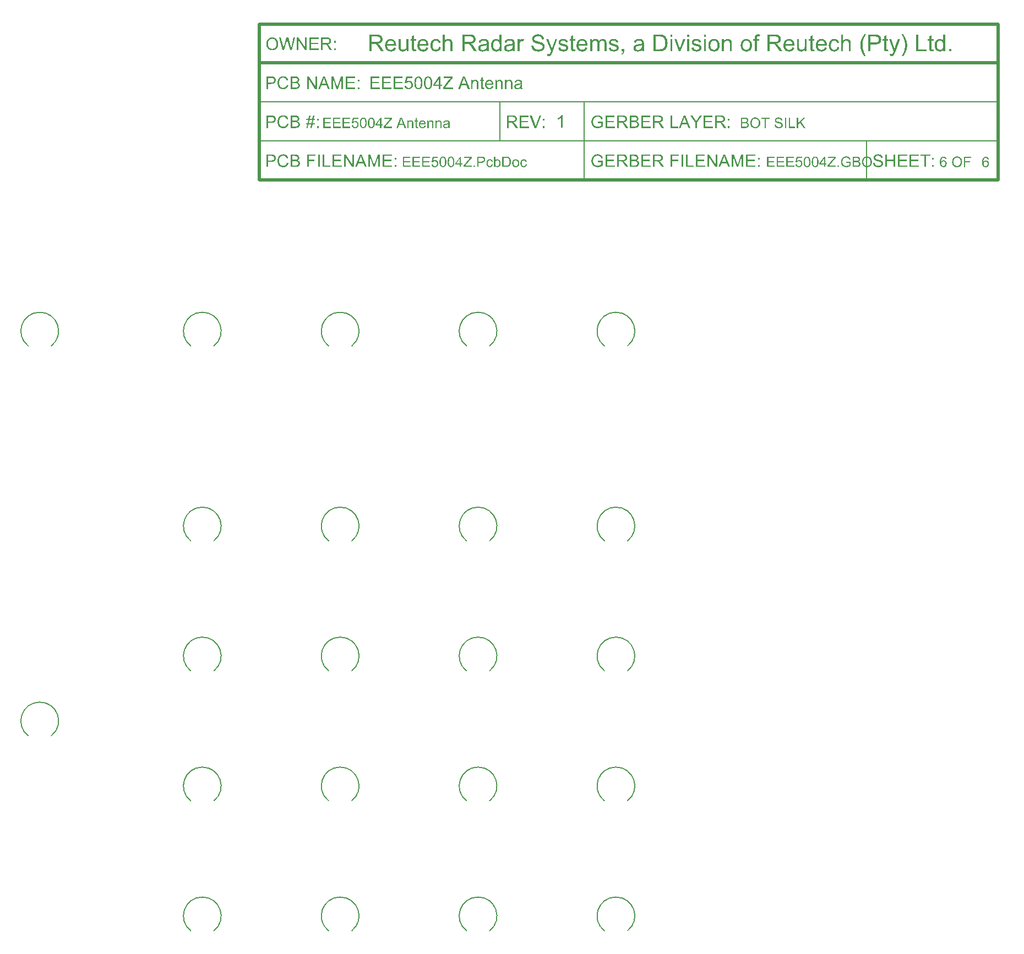
<source format=gbo>
G04*
G04 #@! TF.GenerationSoftware,Altium Limited,Altium Designer,24.9.1 (31)*
G04*
G04 Layer_Color=32896*
%FSAX44Y44*%
%MOMM*%
G71*
G04*
G04 #@! TF.SameCoordinates,745B905A-5BD3-434C-A7EB-C02F30317D31*
G04*
G04*
G04 #@! TF.FilePolarity,Positive*
G04*
G01*
G75*
%ADD10C,0.2000*%
%ADD11C,0.5000*%
%ADD16C,0.1500*%
G36*
X04976450Y02897208D02*
X04976612D01*
X04976797Y02897184D01*
X04977236Y02897092D01*
X04977722Y02896976D01*
X04978231Y02896791D01*
X04978741Y02896513D01*
X04978995Y02896352D01*
X04979226Y02896166D01*
X04979250Y02896143D01*
X04979272Y02896120D01*
X04979342Y02896051D01*
X04979411Y02895981D01*
X04979527Y02895865D01*
X04979620Y02895727D01*
X04979874Y02895403D01*
X04980129Y02894986D01*
X04980360Y02894477D01*
X04980569Y02893899D01*
X04980707Y02893251D01*
X04978741Y02893089D01*
Y02893112D01*
X04978717Y02893135D01*
X04978694Y02893274D01*
X04978625Y02893482D01*
X04978532Y02893737D01*
X04978440Y02894014D01*
X04978301Y02894292D01*
X04978139Y02894547D01*
X04977977Y02894755D01*
X04977931Y02894801D01*
X04977838Y02894894D01*
X04977676Y02895033D01*
X04977444Y02895194D01*
X04977144Y02895333D01*
X04976820Y02895472D01*
X04976426Y02895565D01*
X04976010Y02895611D01*
X04975848D01*
X04975663Y02895588D01*
X04975455Y02895542D01*
X04975177Y02895472D01*
X04974899Y02895380D01*
X04974622Y02895264D01*
X04974344Y02895079D01*
X04974297Y02895056D01*
X04974182Y02894963D01*
X04974020Y02894801D01*
X04973812Y02894570D01*
X04973580Y02894292D01*
X04973326Y02893968D01*
X04973094Y02893552D01*
X04972863Y02893089D01*
Y02893066D01*
X04972840Y02893019D01*
X04972817Y02892950D01*
X04972770Y02892857D01*
X04972747Y02892719D01*
X04972701Y02892556D01*
X04972655Y02892372D01*
X04972608Y02892140D01*
X04972539Y02891886D01*
X04972493Y02891608D01*
X04972447Y02891307D01*
X04972423Y02890983D01*
X04972377Y02890613D01*
X04972354Y02890243D01*
X04972331Y02889826D01*
Y02889410D01*
X04972354Y02889433D01*
X04972447Y02889572D01*
X04972608Y02889757D01*
X04972817Y02889988D01*
X04973048Y02890266D01*
X04973349Y02890520D01*
X04973673Y02890775D01*
X04974043Y02891006D01*
X04974066D01*
X04974089Y02891029D01*
X04974228Y02891099D01*
X04974437Y02891168D01*
X04974714Y02891284D01*
X04975038Y02891377D01*
X04975408Y02891446D01*
X04975802Y02891516D01*
X04976218Y02891538D01*
X04976403D01*
X04976542Y02891516D01*
X04976727Y02891492D01*
X04976913Y02891469D01*
X04977144Y02891423D01*
X04977375Y02891353D01*
X04977907Y02891191D01*
X04978185Y02891076D01*
X04978463Y02890914D01*
X04978741Y02890752D01*
X04979041Y02890567D01*
X04979319Y02890335D01*
X04979573Y02890081D01*
X04979597Y02890058D01*
X04979643Y02890011D01*
X04979712Y02889942D01*
X04979782Y02889826D01*
X04979897Y02889664D01*
X04980013Y02889502D01*
X04980129Y02889294D01*
X04980268Y02889062D01*
X04980406Y02888808D01*
X04980522Y02888530D01*
X04980638Y02888206D01*
X04980753Y02887882D01*
X04980823Y02887535D01*
X04980892Y02887142D01*
X04980939Y02886749D01*
X04980962Y02886332D01*
Y02886309D01*
Y02886263D01*
Y02886193D01*
Y02886078D01*
X04980939Y02885939D01*
Y02885800D01*
X04980869Y02885430D01*
X04980800Y02884990D01*
X04980684Y02884527D01*
X04980522Y02884018D01*
X04980291Y02883532D01*
Y02883509D01*
X04980268Y02883486D01*
X04980221Y02883417D01*
X04980175Y02883324D01*
X04980036Y02883093D01*
X04979828Y02882792D01*
X04979573Y02882468D01*
X04979272Y02882144D01*
X04978902Y02881820D01*
X04978509Y02881542D01*
X04978486D01*
X04978463Y02881519D01*
X04978393Y02881473D01*
X04978301Y02881450D01*
X04978069Y02881334D01*
X04977769Y02881218D01*
X04977375Y02881079D01*
X04976935Y02880987D01*
X04976450Y02880894D01*
X04975917Y02880871D01*
X04975802D01*
X04975686Y02880894D01*
X04975501D01*
X04975293Y02880917D01*
X04975061Y02880964D01*
X04974784Y02881033D01*
X04974506Y02881103D01*
X04974182Y02881195D01*
X04973858Y02881311D01*
X04973534Y02881450D01*
X04973187Y02881635D01*
X04972863Y02881843D01*
X04972539Y02882075D01*
X04972215Y02882352D01*
X04971914Y02882676D01*
X04971891Y02882699D01*
X04971845Y02882769D01*
X04971776Y02882861D01*
X04971683Y02883023D01*
X04971544Y02883232D01*
X04971428Y02883463D01*
X04971289Y02883764D01*
X04971151Y02884088D01*
X04970989Y02884481D01*
X04970850Y02884921D01*
X04970734Y02885406D01*
X04970619Y02885939D01*
X04970503Y02886541D01*
X04970433Y02887188D01*
X04970387Y02887882D01*
X04970364Y02888623D01*
Y02888646D01*
Y02888669D01*
Y02888739D01*
Y02888831D01*
X04970387Y02889062D01*
Y02889387D01*
X04970410Y02889757D01*
X04970457Y02890197D01*
X04970503Y02890682D01*
X04970572Y02891215D01*
X04970665Y02891747D01*
X04970780Y02892325D01*
X04970919Y02892881D01*
X04971081Y02893436D01*
X04971289Y02893968D01*
X04971521Y02894477D01*
X04971776Y02894963D01*
X04972076Y02895380D01*
X04972099Y02895403D01*
X04972146Y02895449D01*
X04972238Y02895542D01*
X04972354Y02895681D01*
X04972493Y02895819D01*
X04972678Y02895958D01*
X04972909Y02896143D01*
X04973141Y02896305D01*
X04973418Y02896467D01*
X04973719Y02896652D01*
X04974066Y02896791D01*
X04974413Y02896953D01*
X04974807Y02897069D01*
X04975223Y02897161D01*
X04975663Y02897208D01*
X04976125Y02897231D01*
X04976311D01*
X04976450Y02897208D01*
D02*
G37*
G36*
X05018263Y02895264D02*
X05009562D01*
Y02890312D01*
X05017083D01*
Y02888415D01*
X05009562D01*
Y02881149D01*
X05007433D01*
Y02897161D01*
X05018263D01*
Y02895264D01*
D02*
G37*
G36*
X04997321Y02897416D02*
X04997530D01*
X04997738Y02897393D01*
X04998015Y02897346D01*
X04998293Y02897300D01*
X04998895Y02897184D01*
X04999589Y02897000D01*
X05000260Y02896722D01*
X05000607Y02896560D01*
X05000954Y02896375D01*
X05000977Y02896352D01*
X05001024Y02896328D01*
X05001116Y02896259D01*
X05001255Y02896190D01*
X05001394Y02896074D01*
X05001579Y02895935D01*
X05001972Y02895611D01*
X05002389Y02895194D01*
X05002852Y02894685D01*
X05003291Y02894084D01*
X05003661Y02893413D01*
Y02893390D01*
X05003708Y02893320D01*
X05003754Y02893228D01*
X05003800Y02893089D01*
X05003893Y02892904D01*
X05003962Y02892696D01*
X05004055Y02892441D01*
X05004147Y02892163D01*
X05004217Y02891862D01*
X05004309Y02891538D01*
X05004402Y02891168D01*
X05004471Y02890798D01*
X05004564Y02889988D01*
X05004610Y02889109D01*
Y02889086D01*
Y02888993D01*
Y02888878D01*
X05004587Y02888692D01*
Y02888484D01*
X05004564Y02888230D01*
X05004518Y02887952D01*
X05004495Y02887651D01*
X05004379Y02886980D01*
X05004194Y02886240D01*
X05003939Y02885499D01*
X05003800Y02885129D01*
X05003615Y02884759D01*
Y02884735D01*
X05003569Y02884666D01*
X05003523Y02884574D01*
X05003430Y02884435D01*
X05003338Y02884273D01*
X05003222Y02884111D01*
X05002898Y02883671D01*
X05002505Y02883208D01*
X05002042Y02882722D01*
X05001487Y02882260D01*
X05000839Y02881843D01*
X05000815D01*
X05000769Y02881797D01*
X05000653Y02881750D01*
X05000515Y02881681D01*
X05000352Y02881612D01*
X05000168Y02881542D01*
X04999936Y02881450D01*
X04999681Y02881357D01*
X04999404Y02881265D01*
X04999103Y02881172D01*
X04998432Y02881033D01*
X04997715Y02880917D01*
X04996951Y02880871D01*
X04996720D01*
X04996581Y02880894D01*
X04996373D01*
X04996141Y02880941D01*
X04995887Y02880964D01*
X04995586Y02881010D01*
X04994961Y02881149D01*
X04994290Y02881334D01*
X04993596Y02881612D01*
X04993249Y02881774D01*
X04992902Y02881959D01*
X04992879Y02881982D01*
X04992832Y02882005D01*
X04992740Y02882075D01*
X04992601Y02882167D01*
X04992462Y02882260D01*
X04992300Y02882398D01*
X04991907Y02882745D01*
X04991467Y02883162D01*
X04991004Y02883671D01*
X04990588Y02884250D01*
X04990194Y02884921D01*
Y02884944D01*
X04990148Y02885013D01*
X04990102Y02885106D01*
X04990056Y02885245D01*
X04989986Y02885430D01*
X04989917Y02885638D01*
X04989824Y02885869D01*
X04989755Y02886124D01*
X04989662Y02886425D01*
X04989570Y02886725D01*
X04989431Y02887420D01*
X04989338Y02888137D01*
X04989292Y02888924D01*
Y02888947D01*
Y02888970D01*
Y02889109D01*
X04989315Y02889317D01*
Y02889595D01*
X04989361Y02889919D01*
X04989408Y02890312D01*
X04989477Y02890752D01*
X04989570Y02891215D01*
X04989662Y02891700D01*
X04989801Y02892209D01*
X04989986Y02892719D01*
X04990194Y02893251D01*
X04990426Y02893760D01*
X04990727Y02894269D01*
X04991050Y02894732D01*
X04991421Y02895172D01*
X04991444Y02895194D01*
X04991513Y02895264D01*
X04991652Y02895380D01*
X04991814Y02895518D01*
X04992022Y02895704D01*
X04992277Y02895889D01*
X04992578Y02896097D01*
X04992925Y02896305D01*
X04993295Y02896513D01*
X04993712Y02896722D01*
X04994174Y02896907D01*
X04994660Y02897092D01*
X04995193Y02897231D01*
X04995748Y02897346D01*
X04996326Y02897416D01*
X04996951Y02897439D01*
X04997159D01*
X04997321Y02897416D01*
D02*
G37*
G36*
X04875887Y02900720D02*
X04876082D01*
X04876609Y02900664D01*
X04877192Y02900581D01*
X04877803Y02900442D01*
X04878469Y02900276D01*
X04879080Y02900054D01*
X04879108D01*
X04879163Y02900026D01*
X04879247Y02899970D01*
X04879357Y02899915D01*
X04879635Y02899776D01*
X04879996Y02899526D01*
X04880412Y02899248D01*
X04880829Y02898888D01*
X04881218Y02898471D01*
X04881578Y02897999D01*
Y02897971D01*
X04881606Y02897944D01*
X04881662Y02897860D01*
X04881717Y02897777D01*
X04881856Y02897499D01*
X04882023Y02897139D01*
X04882217Y02896694D01*
X04882356Y02896167D01*
X04882495Y02895612D01*
X04882550Y02895001D01*
X04880107Y02894807D01*
Y02894834D01*
Y02894890D01*
X04880079Y02894973D01*
X04880052Y02895112D01*
X04879968Y02895417D01*
X04879857Y02895834D01*
X04879691Y02896278D01*
X04879441Y02896722D01*
X04879135Y02897139D01*
X04878747Y02897527D01*
X04878691Y02897555D01*
X04878552Y02897666D01*
X04878275Y02897833D01*
X04877914Y02897999D01*
X04877442Y02898166D01*
X04876887Y02898333D01*
X04876193Y02898443D01*
X04875415Y02898471D01*
X04875027D01*
X04874860Y02898443D01*
X04874638Y02898416D01*
X04874138Y02898360D01*
X04873583Y02898249D01*
X04873028Y02898110D01*
X04872500Y02897888D01*
X04872278Y02897749D01*
X04872056Y02897610D01*
X04872000Y02897583D01*
X04871889Y02897472D01*
X04871723Y02897278D01*
X04871556Y02897055D01*
X04871362Y02896750D01*
X04871195Y02896417D01*
X04871084Y02896028D01*
X04871029Y02895584D01*
Y02895528D01*
Y02895417D01*
X04871057Y02895223D01*
X04871112Y02895001D01*
X04871195Y02894723D01*
X04871334Y02894445D01*
X04871501Y02894168D01*
X04871750Y02893890D01*
X04871778Y02893863D01*
X04871917Y02893779D01*
X04872028Y02893696D01*
X04872139Y02893640D01*
X04872306Y02893557D01*
X04872500Y02893446D01*
X04872750Y02893363D01*
X04873028Y02893252D01*
X04873333Y02893141D01*
X04873694Y02893002D01*
X04874083Y02892891D01*
X04874527Y02892752D01*
X04875027Y02892641D01*
X04875582Y02892502D01*
X04875610D01*
X04875721Y02892474D01*
X04875887Y02892447D01*
X04876082Y02892391D01*
X04876331Y02892336D01*
X04876637Y02892253D01*
X04876942Y02892169D01*
X04877275Y02892086D01*
X04877997Y02891891D01*
X04878691Y02891697D01*
X04879024Y02891586D01*
X04879330Y02891475D01*
X04879607Y02891392D01*
X04879829Y02891281D01*
X04879857D01*
X04879913Y02891253D01*
X04879996Y02891198D01*
X04880107Y02891142D01*
X04880412Y02890975D01*
X04880773Y02890753D01*
X04881190Y02890448D01*
X04881606Y02890115D01*
X04881995Y02889726D01*
X04882328Y02889310D01*
X04882356Y02889254D01*
X04882467Y02889115D01*
X04882578Y02888865D01*
X04882744Y02888532D01*
X04882883Y02888144D01*
X04883022Y02887672D01*
X04883105Y02887144D01*
X04883133Y02886589D01*
Y02886561D01*
Y02886534D01*
Y02886450D01*
Y02886339D01*
X04883078Y02886034D01*
X04883022Y02885645D01*
X04882911Y02885201D01*
X04882772Y02884729D01*
X04882550Y02884229D01*
X04882245Y02883702D01*
Y02883674D01*
X04882217Y02883646D01*
X04882078Y02883480D01*
X04881884Y02883230D01*
X04881606Y02882952D01*
X04881245Y02882619D01*
X04880801Y02882258D01*
X04880302Y02881925D01*
X04879718Y02881620D01*
X04879691D01*
X04879635Y02881592D01*
X04879552Y02881564D01*
X04879441Y02881508D01*
X04879274Y02881453D01*
X04879080Y02881370D01*
X04878636Y02881259D01*
X04878108Y02881120D01*
X04877469Y02880981D01*
X04876776Y02880898D01*
X04876026Y02880870D01*
X04875582D01*
X04875360Y02880898D01*
X04875110D01*
X04874832Y02880926D01*
X04874499Y02880953D01*
X04873805Y02881064D01*
X04873083Y02881175D01*
X04872361Y02881370D01*
X04871667Y02881620D01*
X04871640D01*
X04871584Y02881647D01*
X04871501Y02881703D01*
X04871390Y02881758D01*
X04871057Y02881925D01*
X04870668Y02882175D01*
X04870224Y02882508D01*
X04869752Y02882897D01*
X04869308Y02883369D01*
X04868891Y02883896D01*
Y02883924D01*
X04868835Y02883979D01*
X04868808Y02884062D01*
X04868724Y02884174D01*
X04868669Y02884312D01*
X04868586Y02884479D01*
X04868391Y02884895D01*
X04868197Y02885423D01*
X04868030Y02886006D01*
X04867919Y02886672D01*
X04867864Y02887366D01*
X04870251Y02887589D01*
Y02887561D01*
Y02887533D01*
X04870279Y02887450D01*
Y02887339D01*
X04870335Y02887089D01*
X04870418Y02886728D01*
X04870529Y02886367D01*
X04870640Y02885950D01*
X04870834Y02885562D01*
X04871029Y02885201D01*
X04871057Y02885173D01*
X04871140Y02885062D01*
X04871279Y02884868D01*
X04871501Y02884673D01*
X04871778Y02884424D01*
X04872084Y02884174D01*
X04872500Y02883924D01*
X04872944Y02883702D01*
X04872972D01*
X04873000Y02883674D01*
X04873083Y02883646D01*
X04873167Y02883618D01*
X04873444Y02883535D01*
X04873805Y02883424D01*
X04874249Y02883313D01*
X04874749Y02883230D01*
X04875304Y02883174D01*
X04875915Y02883146D01*
X04876165D01*
X04876442Y02883174D01*
X04876776Y02883202D01*
X04877164Y02883257D01*
X04877608Y02883313D01*
X04878053Y02883424D01*
X04878469Y02883563D01*
X04878524Y02883591D01*
X04878663Y02883646D01*
X04878858Y02883757D01*
X04879108Y02883868D01*
X04879357Y02884062D01*
X04879635Y02884257D01*
X04879913Y02884479D01*
X04880135Y02884756D01*
X04880163Y02884785D01*
X04880218Y02884895D01*
X04880302Y02885034D01*
X04880412Y02885256D01*
X04880523Y02885479D01*
X04880607Y02885756D01*
X04880662Y02886061D01*
X04880690Y02886395D01*
Y02886422D01*
Y02886561D01*
X04880662Y02886728D01*
X04880634Y02886950D01*
X04880551Y02887172D01*
X04880468Y02887450D01*
X04880329Y02887727D01*
X04880135Y02887977D01*
X04880107Y02888005D01*
X04880024Y02888088D01*
X04879913Y02888199D01*
X04879718Y02888366D01*
X04879496Y02888532D01*
X04879191Y02888727D01*
X04878830Y02888921D01*
X04878413Y02889088D01*
X04878386Y02889115D01*
X04878247Y02889143D01*
X04878025Y02889226D01*
X04877886Y02889254D01*
X04877692Y02889310D01*
X04877497Y02889393D01*
X04877248Y02889449D01*
X04876970Y02889532D01*
X04876637Y02889615D01*
X04876304Y02889698D01*
X04875915Y02889809D01*
X04875471Y02889920D01*
X04874999Y02890031D01*
X04874971D01*
X04874888Y02890059D01*
X04874749Y02890087D01*
X04874583Y02890143D01*
X04874360Y02890198D01*
X04874110Y02890254D01*
X04873555Y02890420D01*
X04872944Y02890615D01*
X04872306Y02890809D01*
X04871750Y02891003D01*
X04871501Y02891114D01*
X04871279Y02891225D01*
X04871251D01*
X04871223Y02891253D01*
X04871057Y02891364D01*
X04870807Y02891503D01*
X04870529Y02891725D01*
X04870196Y02891975D01*
X04869863Y02892280D01*
X04869530Y02892641D01*
X04869252Y02893030D01*
X04869224Y02893085D01*
X04869141Y02893224D01*
X04869030Y02893446D01*
X04868919Y02893724D01*
X04868808Y02894085D01*
X04868697Y02894501D01*
X04868614Y02894945D01*
X04868586Y02895417D01*
Y02895445D01*
Y02895473D01*
Y02895556D01*
Y02895667D01*
X04868641Y02895945D01*
X04868697Y02896306D01*
X04868780Y02896722D01*
X04868919Y02897194D01*
X04869113Y02897666D01*
X04869391Y02898138D01*
Y02898166D01*
X04869419Y02898193D01*
X04869557Y02898360D01*
X04869752Y02898582D01*
X04870002Y02898860D01*
X04870335Y02899165D01*
X04870751Y02899498D01*
X04871251Y02899804D01*
X04871806Y02900081D01*
X04871834D01*
X04871889Y02900109D01*
X04871973Y02900137D01*
X04872084Y02900192D01*
X04872223Y02900248D01*
X04872417Y02900304D01*
X04872833Y02900414D01*
X04873361Y02900526D01*
X04873972Y02900637D01*
X04874610Y02900720D01*
X04875332Y02900748D01*
X04875693D01*
X04875887Y02900720D01*
D02*
G37*
G36*
X04901761Y02881203D02*
X04899207D01*
Y02890254D01*
X04889268D01*
Y02881203D01*
X04886714D01*
Y02900414D01*
X04889268D01*
Y02892530D01*
X04899207D01*
Y02900414D01*
X04901761D01*
Y02881203D01*
D02*
G37*
G36*
X04961256Y02892447D02*
X04958563D01*
Y02895140D01*
X04961256D01*
Y02892447D01*
D02*
G37*
G36*
Y02881203D02*
X04958563D01*
Y02883896D01*
X04961256D01*
Y02881203D01*
D02*
G37*
G36*
X04955593Y02898138D02*
X04949263D01*
Y02881203D01*
X04946708D01*
Y02898138D01*
X04940379D01*
Y02900414D01*
X04955593D01*
Y02898138D01*
D02*
G37*
G36*
X04937852D02*
X04926498D01*
Y02892280D01*
X04937131D01*
Y02890004D01*
X04926498D01*
Y02883480D01*
X04938297D01*
Y02881203D01*
X04923943D01*
Y02900414D01*
X04937852D01*
Y02898138D01*
D02*
G37*
G36*
X04919946D02*
X04908591D01*
Y02892280D01*
X04919224D01*
Y02890004D01*
X04908591D01*
Y02883480D01*
X04920390D01*
Y02881203D01*
X04906037D01*
Y02900414D01*
X04919946D01*
Y02898138D01*
D02*
G37*
G36*
X05041436Y02896925D02*
X05041592Y02896908D01*
X05041783Y02896891D01*
X05041991Y02896856D01*
X05042216Y02896804D01*
X05042720Y02896682D01*
X05042962Y02896595D01*
X05043240Y02896491D01*
X05043500Y02896370D01*
X05043743Y02896214D01*
X05043986Y02896058D01*
X05044229Y02895867D01*
X05044246Y02895850D01*
X05044281Y02895815D01*
X05044350Y02895763D01*
X05044420Y02895676D01*
X05044524Y02895572D01*
X05044628Y02895433D01*
X05044749Y02895277D01*
X05044871Y02895104D01*
X05044992Y02894913D01*
X05045114Y02894687D01*
X05045235Y02894445D01*
X05045356Y02894184D01*
X05045461Y02893907D01*
X05045547Y02893612D01*
X05045634Y02893300D01*
X05045686Y02892953D01*
X05043726Y02892796D01*
Y02892814D01*
X05043708Y02892849D01*
X05043691Y02892900D01*
X05043674Y02892987D01*
X05043622Y02893195D01*
X05043535Y02893438D01*
X05043431Y02893716D01*
X05043292Y02893994D01*
X05043153Y02894254D01*
X05042980Y02894479D01*
X05042962Y02894496D01*
X05042945Y02894514D01*
X05042893Y02894566D01*
X05042841Y02894618D01*
X05042668Y02894757D01*
X05042425Y02894913D01*
X05042147Y02895069D01*
X05041800Y02895190D01*
X05041418Y02895294D01*
X05041210Y02895312D01*
X05041002Y02895329D01*
X05040846D01*
X05040655Y02895294D01*
X05040430Y02895260D01*
X05040169Y02895190D01*
X05039892Y02895104D01*
X05039614Y02894965D01*
X05039337Y02894791D01*
X05039319D01*
X05039302Y02894757D01*
X05039250Y02894722D01*
X05039181Y02894670D01*
X05039024Y02894514D01*
X05038816Y02894288D01*
X05038573Y02894011D01*
X05038330Y02893664D01*
X05038105Y02893265D01*
X05037879Y02892814D01*
Y02892796D01*
X05037862Y02892762D01*
X05037827Y02892675D01*
X05037793Y02892571D01*
X05037758Y02892449D01*
X05037706Y02892276D01*
X05037654Y02892085D01*
X05037602Y02891877D01*
X05037550Y02891634D01*
X05037515Y02891357D01*
X05037463Y02891044D01*
X05037411Y02890715D01*
X05037376Y02890368D01*
X05037359Y02889986D01*
X05037342Y02889570D01*
X05037325Y02889154D01*
X05037359Y02889188D01*
X05037394Y02889240D01*
X05037446Y02889309D01*
X05037602Y02889500D01*
X05037793Y02889743D01*
X05038053Y02890003D01*
X05038348Y02890263D01*
X05038677Y02890506D01*
X05039042Y02890732D01*
X05039059D01*
X05039094Y02890749D01*
X05039146Y02890784D01*
X05039215Y02890819D01*
X05039319Y02890853D01*
X05039424Y02890905D01*
X05039701Y02891010D01*
X05040031Y02891096D01*
X05040395Y02891183D01*
X05040794Y02891252D01*
X05041210Y02891270D01*
X05041297D01*
X05041401Y02891252D01*
X05041540D01*
X05041713Y02891218D01*
X05041904Y02891200D01*
X05042130Y02891148D01*
X05042373Y02891096D01*
X05042615Y02891010D01*
X05042893Y02890923D01*
X05043170Y02890801D01*
X05043448Y02890663D01*
X05043743Y02890489D01*
X05044021Y02890298D01*
X05044298Y02890073D01*
X05044558Y02889813D01*
X05044576Y02889795D01*
X05044611Y02889743D01*
X05044680Y02889674D01*
X05044784Y02889552D01*
X05044888Y02889413D01*
X05044992Y02889240D01*
X05045131Y02889032D01*
X05045252Y02888806D01*
X05045374Y02888546D01*
X05045513Y02888268D01*
X05045617Y02887956D01*
X05045738Y02887627D01*
X05045825Y02887280D01*
X05045894Y02886898D01*
X05045929Y02886499D01*
X05045946Y02886082D01*
Y02886065D01*
Y02886013D01*
Y02885944D01*
X05045929Y02885822D01*
Y02885701D01*
X05045912Y02885545D01*
X05045894Y02885354D01*
X05045860Y02885163D01*
X05045790Y02884730D01*
X05045669Y02884261D01*
X05045513Y02883775D01*
X05045287Y02883272D01*
Y02883255D01*
X05045252Y02883220D01*
X05045218Y02883151D01*
X05045166Y02883064D01*
X05045096Y02882960D01*
X05045027Y02882838D01*
X05044819Y02882544D01*
X05044576Y02882231D01*
X05044264Y02881902D01*
X05043899Y02881572D01*
X05043500Y02881295D01*
X05043483D01*
X05043448Y02881260D01*
X05043379Y02881225D01*
X05043292Y02881190D01*
X05043188Y02881138D01*
X05043066Y02881086D01*
X05042910Y02881017D01*
X05042754Y02880965D01*
X05042373Y02880826D01*
X05041921Y02880722D01*
X05041436Y02880652D01*
X05040915Y02880618D01*
X05040811D01*
X05040673Y02880635D01*
X05040499Y02880652D01*
X05040291Y02880670D01*
X05040048Y02880722D01*
X05039788Y02880774D01*
X05039493Y02880844D01*
X05039181Y02880948D01*
X05038851Y02881052D01*
X05038521Y02881208D01*
X05038192Y02881381D01*
X05037845Y02881589D01*
X05037532Y02881832D01*
X05037203Y02882110D01*
X05036908Y02882422D01*
X05036891Y02882440D01*
X05036838Y02882509D01*
X05036769Y02882613D01*
X05036665Y02882769D01*
X05036544Y02882960D01*
X05036422Y02883203D01*
X05036283Y02883498D01*
X05036145Y02883845D01*
X05035988Y02884226D01*
X05035850Y02884660D01*
X05035728Y02885146D01*
X05035607Y02885684D01*
X05035503Y02886273D01*
X05035433Y02886915D01*
X05035381Y02887609D01*
X05035364Y02888355D01*
Y02888372D01*
Y02888407D01*
Y02888477D01*
Y02888564D01*
Y02888668D01*
X05035381Y02888806D01*
Y02888945D01*
X05035399Y02889119D01*
X05035416Y02889500D01*
X05035451Y02889934D01*
X05035503Y02890420D01*
X05035572Y02890940D01*
X05035676Y02891495D01*
X05035780Y02892050D01*
X05035919Y02892606D01*
X05036093Y02893161D01*
X05036283Y02893698D01*
X05036509Y02894219D01*
X05036786Y02894687D01*
X05037081Y02895104D01*
X05037099Y02895121D01*
X05037151Y02895190D01*
X05037238Y02895277D01*
X05037359Y02895399D01*
X05037498Y02895537D01*
X05037689Y02895693D01*
X05037897Y02895850D01*
X05038140Y02896023D01*
X05038417Y02896197D01*
X05038730Y02896353D01*
X05039059Y02896509D01*
X05039424Y02896648D01*
X05039805Y02896769D01*
X05040221Y02896856D01*
X05040655Y02896925D01*
X05041123Y02896943D01*
X05041314D01*
X05041436Y02896925D01*
D02*
G37*
G36*
X04308719Y03015417D02*
X04309025Y03015390D01*
X04309386Y03015334D01*
X04309774Y03015251D01*
X04310191Y03015140D01*
X04310580Y03014973D01*
X04310635Y03014945D01*
X04310746Y03014890D01*
X04310941Y03014807D01*
X04311163Y03014668D01*
X04311440Y03014501D01*
X04311690Y03014279D01*
X04311940Y03014057D01*
X04312162Y03013779D01*
X04312190Y03013752D01*
X04312245Y03013641D01*
X04312329Y03013502D01*
X04312468Y03013307D01*
X04312579Y03013030D01*
X04312690Y03012752D01*
X04312828Y03012419D01*
X04312912Y03012058D01*
Y03012030D01*
X04312939Y03011919D01*
X04312967Y03011753D01*
X04312995Y03011530D01*
Y03011198D01*
X04313023Y03010809D01*
X04313051Y03010337D01*
Y03009754D01*
Y03001203D01*
X04310691D01*
Y03009643D01*
Y03009671D01*
Y03009698D01*
Y03009893D01*
Y03010143D01*
X04310663Y03010448D01*
X04310635Y03010809D01*
X04310580Y03011170D01*
X04310497Y03011503D01*
X04310413Y03011808D01*
Y03011836D01*
X04310358Y03011919D01*
X04310274Y03012058D01*
X04310191Y03012225D01*
X04310052Y03012391D01*
X04309886Y03012585D01*
X04309663Y03012780D01*
X04309414Y03012946D01*
X04309386Y03012974D01*
X04309303Y03013030D01*
X04309136Y03013085D01*
X04308942Y03013169D01*
X04308719Y03013252D01*
X04308442Y03013335D01*
X04308109Y03013363D01*
X04307776Y03013391D01*
X04307637D01*
X04307526Y03013363D01*
X04307248Y03013335D01*
X04306887Y03013280D01*
X04306499Y03013141D01*
X04306054Y03012974D01*
X04305610Y03012752D01*
X04305194Y03012419D01*
X04305138Y03012364D01*
X04305027Y03012225D01*
X04304944Y03012114D01*
X04304861Y03011975D01*
X04304749Y03011808D01*
X04304666Y03011614D01*
X04304555Y03011392D01*
X04304444Y03011114D01*
X04304361Y03010809D01*
X04304278Y03010476D01*
X04304222Y03010115D01*
X04304167Y03009726D01*
X04304111Y03009254D01*
Y03008782D01*
Y03001203D01*
X04301751D01*
Y03015140D01*
X04303861D01*
Y03013141D01*
X04303889Y03013169D01*
X04303944Y03013252D01*
X04304028Y03013363D01*
X04304139Y03013502D01*
X04304305Y03013668D01*
X04304500Y03013863D01*
X04304722Y03014085D01*
X04304999Y03014307D01*
X04305277Y03014501D01*
X04305610Y03014723D01*
X04305971Y03014918D01*
X04306360Y03015084D01*
X04306804Y03015223D01*
X04307248Y03015334D01*
X04307748Y03015417D01*
X04308275Y03015445D01*
X04308498D01*
X04308719Y03015417D01*
D02*
G37*
G36*
X04293784D02*
X04294089Y03015390D01*
X04294450Y03015334D01*
X04294839Y03015251D01*
X04295255Y03015140D01*
X04295644Y03014973D01*
X04295699Y03014945D01*
X04295810Y03014890D01*
X04296005Y03014807D01*
X04296227Y03014668D01*
X04296504Y03014501D01*
X04296754Y03014279D01*
X04297004Y03014057D01*
X04297226Y03013779D01*
X04297254Y03013752D01*
X04297309Y03013641D01*
X04297393Y03013502D01*
X04297531Y03013307D01*
X04297643Y03013030D01*
X04297754Y03012752D01*
X04297892Y03012419D01*
X04297976Y03012058D01*
Y03012030D01*
X04298004Y03011919D01*
X04298031Y03011753D01*
X04298059Y03011530D01*
Y03011198D01*
X04298087Y03010809D01*
X04298115Y03010337D01*
Y03009754D01*
Y03001203D01*
X04295755D01*
Y03009643D01*
Y03009671D01*
Y03009698D01*
Y03009893D01*
Y03010143D01*
X04295727Y03010448D01*
X04295699Y03010809D01*
X04295644Y03011170D01*
X04295560Y03011503D01*
X04295477Y03011808D01*
Y03011836D01*
X04295421Y03011919D01*
X04295338Y03012058D01*
X04295255Y03012225D01*
X04295116Y03012391D01*
X04294950Y03012585D01*
X04294727Y03012780D01*
X04294478Y03012946D01*
X04294450Y03012974D01*
X04294366Y03013030D01*
X04294200Y03013085D01*
X04294006Y03013169D01*
X04293784Y03013252D01*
X04293506Y03013335D01*
X04293173Y03013363D01*
X04292840Y03013391D01*
X04292701D01*
X04292590Y03013363D01*
X04292312Y03013335D01*
X04291951Y03013280D01*
X04291562Y03013141D01*
X04291118Y03012974D01*
X04290674Y03012752D01*
X04290258Y03012419D01*
X04290202Y03012364D01*
X04290091Y03012225D01*
X04290008Y03012114D01*
X04289925Y03011975D01*
X04289814Y03011808D01*
X04289730Y03011614D01*
X04289619Y03011392D01*
X04289508Y03011114D01*
X04289425Y03010809D01*
X04289342Y03010476D01*
X04289286Y03010115D01*
X04289231Y03009726D01*
X04289175Y03009254D01*
Y03008782D01*
Y03001203D01*
X04286815D01*
Y03015140D01*
X04288925D01*
Y03013141D01*
X04288953Y03013169D01*
X04289008Y03013252D01*
X04289092Y03013363D01*
X04289203Y03013502D01*
X04289370Y03013668D01*
X04289564Y03013863D01*
X04289786Y03014085D01*
X04290063Y03014307D01*
X04290341Y03014501D01*
X04290674Y03014723D01*
X04291035Y03014918D01*
X04291424Y03015084D01*
X04291868Y03015223D01*
X04292312Y03015334D01*
X04292812Y03015417D01*
X04293340Y03015445D01*
X04293561D01*
X04293784Y03015417D01*
D02*
G37*
G36*
X04256443D02*
X04256749Y03015390D01*
X04257110Y03015334D01*
X04257498Y03015251D01*
X04257915Y03015140D01*
X04258304Y03014973D01*
X04258359Y03014945D01*
X04258470Y03014890D01*
X04258665Y03014807D01*
X04258886Y03014668D01*
X04259164Y03014501D01*
X04259414Y03014279D01*
X04259664Y03014057D01*
X04259886Y03013779D01*
X04259914Y03013752D01*
X04259969Y03013641D01*
X04260052Y03013502D01*
X04260191Y03013307D01*
X04260302Y03013030D01*
X04260414Y03012752D01*
X04260552Y03012419D01*
X04260635Y03012058D01*
Y03012030D01*
X04260663Y03011919D01*
X04260691Y03011753D01*
X04260719Y03011530D01*
Y03011198D01*
X04260746Y03010809D01*
X04260774Y03010337D01*
Y03009754D01*
Y03001203D01*
X04258415D01*
Y03009643D01*
Y03009671D01*
Y03009698D01*
Y03009893D01*
Y03010143D01*
X04258387Y03010448D01*
X04258359Y03010809D01*
X04258304Y03011170D01*
X04258220Y03011503D01*
X04258137Y03011808D01*
Y03011836D01*
X04258081Y03011919D01*
X04257998Y03012058D01*
X04257915Y03012225D01*
X04257776Y03012391D01*
X04257609Y03012585D01*
X04257387Y03012780D01*
X04257137Y03012946D01*
X04257110Y03012974D01*
X04257026Y03013030D01*
X04256860Y03013085D01*
X04256666Y03013169D01*
X04256443Y03013252D01*
X04256166Y03013335D01*
X04255833Y03013363D01*
X04255500Y03013391D01*
X04255361D01*
X04255250Y03013363D01*
X04254972Y03013335D01*
X04254611Y03013280D01*
X04254222Y03013141D01*
X04253778Y03012974D01*
X04253334Y03012752D01*
X04252917Y03012419D01*
X04252862Y03012364D01*
X04252751Y03012225D01*
X04252668Y03012114D01*
X04252585Y03011975D01*
X04252473Y03011808D01*
X04252390Y03011614D01*
X04252279Y03011392D01*
X04252168Y03011114D01*
X04252085Y03010809D01*
X04252002Y03010476D01*
X04251946Y03010115D01*
X04251890Y03009726D01*
X04251835Y03009254D01*
Y03008782D01*
Y03001203D01*
X04249475D01*
Y03015140D01*
X04251585D01*
Y03013141D01*
X04251613Y03013169D01*
X04251668Y03013252D01*
X04251752Y03013363D01*
X04251862Y03013502D01*
X04252029Y03013668D01*
X04252224Y03013863D01*
X04252446Y03014085D01*
X04252723Y03014307D01*
X04253001Y03014501D01*
X04253334Y03014723D01*
X04253695Y03014918D01*
X04254084Y03015084D01*
X04254528Y03015223D01*
X04254972Y03015334D01*
X04255472Y03015417D01*
X04255999Y03015445D01*
X04256221D01*
X04256443Y03015417D01*
D02*
G37*
G36*
X04159109Y03017916D02*
X04151419D01*
X04150392Y03012724D01*
X04150420Y03012752D01*
X04150475Y03012780D01*
X04150558Y03012835D01*
X04150697Y03012919D01*
X04150864Y03013002D01*
X04151058Y03013113D01*
X04151502Y03013335D01*
X04152057Y03013557D01*
X04152668Y03013752D01*
X04153335Y03013890D01*
X04153668Y03013946D01*
X04154279D01*
X04154445Y03013918D01*
X04154667Y03013890D01*
X04154917Y03013863D01*
X04155195Y03013807D01*
X04155500Y03013724D01*
X04156166Y03013529D01*
X04156527Y03013391D01*
X04156888Y03013196D01*
X04157249Y03013002D01*
X04157610Y03012780D01*
X04157943Y03012502D01*
X04158276Y03012197D01*
X04158304Y03012169D01*
X04158360Y03012114D01*
X04158443Y03012030D01*
X04158554Y03011891D01*
X04158693Y03011697D01*
X04158831Y03011503D01*
X04158998Y03011253D01*
X04159165Y03010975D01*
X04159304Y03010670D01*
X04159470Y03010337D01*
X04159609Y03009948D01*
X04159748Y03009560D01*
X04159859Y03009143D01*
X04159942Y03008671D01*
X04159998Y03008199D01*
X04160025Y03007699D01*
Y03007672D01*
Y03007589D01*
Y03007450D01*
X04159998Y03007255D01*
X04159970Y03007033D01*
X04159942Y03006783D01*
X04159886Y03006478D01*
X04159831Y03006172D01*
X04159664Y03005451D01*
X04159387Y03004701D01*
X04159220Y03004312D01*
X04158998Y03003951D01*
X04158776Y03003563D01*
X04158499Y03003202D01*
X04158470Y03003174D01*
X04158415Y03003091D01*
X04158304Y03002980D01*
X04158165Y03002841D01*
X04157971Y03002675D01*
X04157749Y03002452D01*
X04157471Y03002258D01*
X04157166Y03002036D01*
X04156833Y03001814D01*
X04156444Y03001620D01*
X04156028Y03001425D01*
X04155583Y03001231D01*
X04155111Y03001092D01*
X04154584Y03000981D01*
X04154029Y03000898D01*
X04153446Y03000870D01*
X04153196D01*
X04153001Y03000898D01*
X04152779Y03000926D01*
X04152530Y03000953D01*
X04152224Y03000981D01*
X04151919Y03001064D01*
X04151225Y03001231D01*
X04150531Y03001481D01*
X04150170Y03001647D01*
X04149809Y03001842D01*
X04149476Y03002064D01*
X04149142Y03002314D01*
X04149115Y03002341D01*
X04149059Y03002369D01*
X04149004Y03002480D01*
X04148893Y03002591D01*
X04148754Y03002730D01*
X04148615Y03002897D01*
X04148448Y03003119D01*
X04148310Y03003369D01*
X04148143Y03003618D01*
X04147976Y03003924D01*
X04147671Y03004590D01*
X04147421Y03005367D01*
X04147338Y03005784D01*
X04147282Y03006228D01*
X04149753Y03006422D01*
Y03006395D01*
Y03006339D01*
X04149781Y03006256D01*
X04149809Y03006117D01*
X04149892Y03005811D01*
X04150003Y03005395D01*
X04150170Y03004979D01*
X04150392Y03004507D01*
X04150669Y03004090D01*
X04151003Y03003702D01*
X04151058Y03003674D01*
X04151169Y03003563D01*
X04151391Y03003424D01*
X04151696Y03003257D01*
X04152030Y03003091D01*
X04152446Y03002952D01*
X04152918Y03002841D01*
X04153446Y03002813D01*
X04153612D01*
X04153723Y03002841D01*
X04154056Y03002869D01*
X04154445Y03002980D01*
X04154917Y03003119D01*
X04155389Y03003341D01*
X04155889Y03003674D01*
X04156111Y03003868D01*
X04156333Y03004090D01*
X04156361Y03004118D01*
X04156389Y03004146D01*
X04156444Y03004229D01*
X04156527Y03004312D01*
X04156721Y03004618D01*
X04156944Y03005006D01*
X04157138Y03005479D01*
X04157332Y03006061D01*
X04157471Y03006755D01*
X04157527Y03007116D01*
Y03007505D01*
Y03007533D01*
Y03007589D01*
Y03007699D01*
X04157499Y03007838D01*
Y03008005D01*
X04157471Y03008199D01*
X04157388Y03008643D01*
X04157249Y03009171D01*
X04157055Y03009698D01*
X04156777Y03010198D01*
X04156389Y03010670D01*
Y03010698D01*
X04156333Y03010725D01*
X04156194Y03010864D01*
X04155944Y03011059D01*
X04155611Y03011281D01*
X04155167Y03011475D01*
X04154667Y03011669D01*
X04154084Y03011808D01*
X04153751Y03011864D01*
X04153224D01*
X04153001Y03011836D01*
X04152724Y03011808D01*
X04152391Y03011725D01*
X04152057Y03011642D01*
X04151696Y03011503D01*
X04151336Y03011336D01*
X04151308Y03011309D01*
X04151197Y03011253D01*
X04151030Y03011114D01*
X04150808Y03010975D01*
X04150586Y03010781D01*
X04150364Y03010531D01*
X04150114Y03010281D01*
X04149920Y03009976D01*
X04147699Y03010281D01*
X04149559Y03020165D01*
X04159109D01*
Y03017916D01*
D02*
G37*
G36*
X04323184Y03015417D02*
X04323600Y03015390D01*
X04324072Y03015334D01*
X04324544Y03015251D01*
X04325016Y03015140D01*
X04325460Y03015001D01*
X04325516Y03014973D01*
X04325655Y03014918D01*
X04325849Y03014834D01*
X04326099Y03014723D01*
X04326376Y03014557D01*
X04326654Y03014390D01*
X04326904Y03014168D01*
X04327126Y03013946D01*
X04327154Y03013918D01*
X04327209Y03013835D01*
X04327292Y03013696D01*
X04327404Y03013529D01*
X04327542Y03013280D01*
X04327654Y03013030D01*
X04327765Y03012724D01*
X04327848Y03012364D01*
Y03012336D01*
X04327875Y03012253D01*
X04327903Y03012086D01*
X04327931Y03011864D01*
Y03011559D01*
X04327959Y03011198D01*
X04327986Y03010725D01*
Y03010198D01*
Y03007033D01*
Y03007005D01*
Y03006894D01*
Y03006728D01*
Y03006506D01*
Y03006256D01*
Y03005950D01*
X04328015Y03005284D01*
Y03004590D01*
X04328042Y03003896D01*
X04328070Y03003591D01*
Y03003313D01*
X04328098Y03003063D01*
X04328125Y03002869D01*
Y03002841D01*
X04328153Y03002730D01*
X04328181Y03002563D01*
X04328264Y03002341D01*
X04328320Y03002091D01*
X04328431Y03001814D01*
X04328570Y03001508D01*
X04328708Y03001203D01*
X04326237D01*
X04326210Y03001231D01*
X04326182Y03001342D01*
X04326126Y03001481D01*
X04326043Y03001703D01*
X04325960Y03001953D01*
X04325905Y03002258D01*
X04325849Y03002591D01*
X04325793Y03002952D01*
X04325766D01*
X04325738Y03002897D01*
X04325571Y03002758D01*
X04325321Y03002563D01*
X04324988Y03002314D01*
X04324572Y03002064D01*
X04324155Y03001786D01*
X04323711Y03001536D01*
X04323239Y03001342D01*
X04323184Y03001314D01*
X04323017Y03001286D01*
X04322767Y03001203D01*
X04322462Y03001120D01*
X04322073Y03001036D01*
X04321629Y03000981D01*
X04321129Y03000926D01*
X04320630Y03000898D01*
X04320407D01*
X04320241Y03000926D01*
X04320047D01*
X04319825Y03000953D01*
X04319325Y03001036D01*
X04318770Y03001175D01*
X04318159Y03001370D01*
X04317603Y03001647D01*
X04317104Y03002008D01*
X04317048Y03002064D01*
X04316909Y03002202D01*
X04316715Y03002452D01*
X04316493Y03002786D01*
X04316271Y03003202D01*
X04316077Y03003674D01*
X04315938Y03004257D01*
X04315910Y03004535D01*
X04315882Y03004868D01*
Y03004923D01*
Y03005034D01*
X04315910Y03005229D01*
X04315938Y03005479D01*
X04315993Y03005784D01*
X04316077Y03006089D01*
X04316188Y03006422D01*
X04316327Y03006728D01*
X04316354Y03006755D01*
X04316410Y03006866D01*
X04316521Y03007033D01*
X04316660Y03007227D01*
X04316826Y03007450D01*
X04317048Y03007672D01*
X04317271Y03007894D01*
X04317548Y03008088D01*
X04317576Y03008116D01*
X04317687Y03008171D01*
X04317826Y03008282D01*
X04318048Y03008394D01*
X04318298Y03008505D01*
X04318603Y03008643D01*
X04318908Y03008754D01*
X04319269Y03008865D01*
X04319297D01*
X04319408Y03008893D01*
X04319575Y03008949D01*
X04319797Y03008976D01*
X04320074Y03009032D01*
X04320435Y03009088D01*
X04320852Y03009171D01*
X04321351Y03009226D01*
X04321379D01*
X04321490Y03009254D01*
X04321629D01*
X04321823Y03009282D01*
X04322046Y03009310D01*
X04322323Y03009365D01*
X04322628Y03009393D01*
X04322962Y03009449D01*
X04323628Y03009587D01*
X04324350Y03009726D01*
X04324988Y03009893D01*
X04325294Y03009976D01*
X04325571Y03010059D01*
Y03010087D01*
Y03010143D01*
X04325599Y03010309D01*
Y03010504D01*
Y03010615D01*
Y03010670D01*
Y03010698D01*
Y03010725D01*
Y03010892D01*
X04325571Y03011170D01*
X04325516Y03011475D01*
X04325432Y03011808D01*
X04325294Y03012141D01*
X04325127Y03012447D01*
X04324905Y03012697D01*
X04324877Y03012724D01*
X04324738Y03012835D01*
X04324516Y03012946D01*
X04324239Y03013113D01*
X04323850Y03013252D01*
X04323406Y03013391D01*
X04322851Y03013474D01*
X04322212Y03013502D01*
X04321935D01*
X04321657Y03013474D01*
X04321268Y03013419D01*
X04320880Y03013363D01*
X04320463Y03013252D01*
X04320074Y03013113D01*
X04319741Y03012919D01*
X04319713Y03012891D01*
X04319602Y03012808D01*
X04319464Y03012669D01*
X04319297Y03012447D01*
X04319131Y03012169D01*
X04318936Y03011808D01*
X04318770Y03011364D01*
X04318603Y03010864D01*
X04316299Y03011170D01*
Y03011198D01*
X04316327Y03011225D01*
Y03011309D01*
X04316354Y03011420D01*
X04316437Y03011669D01*
X04316548Y03012030D01*
X04316687Y03012391D01*
X04316854Y03012780D01*
X04317076Y03013169D01*
X04317326Y03013529D01*
X04317354Y03013557D01*
X04317465Y03013668D01*
X04317631Y03013835D01*
X04317853Y03014057D01*
X04318159Y03014279D01*
X04318520Y03014501D01*
X04318936Y03014751D01*
X04319408Y03014945D01*
X04319436D01*
X04319464Y03014973D01*
X04319547Y03015001D01*
X04319658Y03015029D01*
X04319936Y03015112D01*
X04320324Y03015195D01*
X04320768Y03015279D01*
X04321324Y03015362D01*
X04321907Y03015417D01*
X04322573Y03015445D01*
X04322878D01*
X04323184Y03015417D01*
D02*
G37*
G36*
X04247726Y03001203D02*
X04244839D01*
X04242590Y03007033D01*
X04234539D01*
X04232457Y03001203D01*
X04229764D01*
X04237093Y03020414D01*
X04239869D01*
X04247726Y03001203D01*
D02*
G37*
G36*
X04221352Y03018138D02*
X04210497Y03004840D01*
X04209359Y03003480D01*
X04221657D01*
Y03001203D01*
X04206444D01*
Y03003563D01*
X04216299Y03015834D01*
Y03015862D01*
X04216355Y03015889D01*
X04216494Y03016056D01*
X04216688Y03016306D01*
X04216938Y03016611D01*
X04217243Y03016972D01*
X04217576Y03017361D01*
X04217937Y03017749D01*
X04218298Y03018138D01*
X04207554D01*
Y03020414D01*
X04221352D01*
Y03018138D01*
D02*
G37*
G36*
X04202002Y03007977D02*
X04204612D01*
Y03005811D01*
X04202002D01*
Y03001203D01*
X04199642D01*
Y03005811D01*
X04191285D01*
Y03007977D01*
X04200086Y03020414D01*
X04202002D01*
Y03007977D01*
D02*
G37*
G36*
X04144284Y03018138D02*
X04132929D01*
Y03012280D01*
X04143562D01*
Y03010004D01*
X04132929D01*
Y03003480D01*
X04144728D01*
Y03001203D01*
X04130375D01*
Y03020414D01*
X04144284D01*
Y03018138D01*
D02*
G37*
G36*
X04126378D02*
X04115023D01*
Y03012280D01*
X04125656D01*
Y03010004D01*
X04115023D01*
Y03003480D01*
X04126822D01*
Y03001203D01*
X04112469D01*
Y03020414D01*
X04126378D01*
Y03018138D01*
D02*
G37*
G36*
X04108471D02*
X04097116D01*
Y03012280D01*
X04107749D01*
Y03010004D01*
X04097116D01*
Y03003480D01*
X04108915D01*
Y03001203D01*
X04094562D01*
Y03020414D01*
X04108471D01*
Y03018138D01*
D02*
G37*
G36*
X04267160Y03015140D02*
X04269547D01*
Y03013307D01*
X04267160D01*
Y03005117D01*
Y03005062D01*
Y03004951D01*
Y03004785D01*
X04267188Y03004590D01*
X04267215Y03004146D01*
X04267243Y03003951D01*
X04267271Y03003813D01*
X04267298Y03003757D01*
X04267382Y03003646D01*
X04267493Y03003507D01*
X04267687Y03003369D01*
X04267743Y03003341D01*
X04267881Y03003285D01*
X04268131Y03003230D01*
X04268492Y03003202D01*
X04268770D01*
X04268909Y03003230D01*
X04269103D01*
X04269325Y03003257D01*
X04269547Y03003285D01*
X04269853Y03001203D01*
X04269797D01*
X04269686Y03001175D01*
X04269492Y03001147D01*
X04269242Y03001120D01*
X04268964Y03001064D01*
X04268659Y03001036D01*
X04268048Y03001009D01*
X04267826D01*
X04267604Y03001036D01*
X04267326Y03001064D01*
X04266993Y03001092D01*
X04266660Y03001175D01*
X04266354Y03001259D01*
X04266049Y03001397D01*
X04266021Y03001425D01*
X04265938Y03001481D01*
X04265827Y03001564D01*
X04265660Y03001703D01*
X04265522Y03001842D01*
X04265355Y03002036D01*
X04265189Y03002230D01*
X04265078Y03002480D01*
Y03002508D01*
X04265022Y03002619D01*
X04264994Y03002813D01*
X04264939Y03003091D01*
X04264883Y03003452D01*
X04264855Y03003674D01*
Y03003924D01*
X04264828Y03004229D01*
X04264800Y03004535D01*
Y03004868D01*
Y03005256D01*
Y03013307D01*
X04263051D01*
Y03015140D01*
X04264800D01*
Y03018582D01*
X04267160Y03019998D01*
Y03015140D01*
D02*
G37*
G36*
X04278042Y03015417D02*
X04278264Y03015390D01*
X04278542Y03015334D01*
X04278847Y03015279D01*
X04279208Y03015195D01*
X04279542Y03015112D01*
X04279930Y03014973D01*
X04280291Y03014834D01*
X04280680Y03014640D01*
X04281068Y03014418D01*
X04281457Y03014168D01*
X04281818Y03013863D01*
X04282151Y03013529D01*
X04282179Y03013502D01*
X04282234Y03013446D01*
X04282318Y03013335D01*
X04282429Y03013169D01*
X04282568Y03012974D01*
X04282706Y03012752D01*
X04282873Y03012474D01*
X04283040Y03012141D01*
X04283206Y03011780D01*
X04283373Y03011392D01*
X04283511Y03010948D01*
X04283651Y03010476D01*
X04283761Y03009948D01*
X04283845Y03009393D01*
X04283900Y03008810D01*
X04283928Y03008171D01*
Y03008144D01*
Y03008033D01*
Y03007838D01*
X04283900Y03007561D01*
X04273489D01*
Y03007533D01*
Y03007450D01*
X04273517Y03007339D01*
Y03007172D01*
X04273545Y03006978D01*
X04273600Y03006755D01*
X04273684Y03006256D01*
X04273850Y03005701D01*
X04274072Y03005090D01*
X04274378Y03004535D01*
X04274767Y03004035D01*
X04274794D01*
X04274822Y03003979D01*
X04274989Y03003841D01*
X04275238Y03003646D01*
X04275572Y03003452D01*
X04276016Y03003230D01*
X04276516Y03003035D01*
X04277071Y03002897D01*
X04277376Y03002869D01*
X04277709Y03002841D01*
X04277931D01*
X04278181Y03002869D01*
X04278487Y03002924D01*
X04278820Y03003008D01*
X04279208Y03003119D01*
X04279569Y03003285D01*
X04279930Y03003507D01*
X04279958Y03003535D01*
X04280097Y03003646D01*
X04280263Y03003813D01*
X04280458Y03004035D01*
X04280680Y03004340D01*
X04280930Y03004729D01*
X04281180Y03005173D01*
X04281402Y03005701D01*
X04283845Y03005395D01*
Y03005367D01*
X04283817Y03005312D01*
X04283789Y03005201D01*
X04283734Y03005034D01*
X04283651Y03004868D01*
X04283567Y03004646D01*
X04283345Y03004174D01*
X04283067Y03003646D01*
X04282679Y03003091D01*
X04282234Y03002563D01*
X04281679Y03002064D01*
X04281652D01*
X04281596Y03002008D01*
X04281513Y03001953D01*
X04281402Y03001870D01*
X04281235Y03001786D01*
X04281068Y03001703D01*
X04280846Y03001592D01*
X04280597Y03001481D01*
X04280319Y03001370D01*
X04280041Y03001259D01*
X04279347Y03001092D01*
X04278570Y03000953D01*
X04277709Y03000898D01*
X04277404D01*
X04277209Y03000926D01*
X04276960Y03000953D01*
X04276654Y03001009D01*
X04276321Y03001064D01*
X04275960Y03001120D01*
X04275183Y03001342D01*
X04274767Y03001508D01*
X04274378Y03001675D01*
X04273961Y03001897D01*
X04273573Y03002147D01*
X04273212Y03002425D01*
X04272851Y03002758D01*
X04272823Y03002786D01*
X04272768Y03002841D01*
X04272684Y03002952D01*
X04272573Y03003119D01*
X04272434Y03003313D01*
X04272296Y03003535D01*
X04272129Y03003813D01*
X04271963Y03004118D01*
X04271796Y03004479D01*
X04271629Y03004868D01*
X04271490Y03005312D01*
X04271352Y03005784D01*
X04271241Y03006284D01*
X04271158Y03006839D01*
X04271102Y03007422D01*
X04271074Y03008033D01*
Y03008060D01*
Y03008199D01*
Y03008366D01*
X04271102Y03008616D01*
X04271129Y03008921D01*
X04271158Y03009254D01*
X04271213Y03009643D01*
X04271296Y03010031D01*
X04271518Y03010920D01*
X04271657Y03011364D01*
X04271824Y03011836D01*
X04272046Y03012280D01*
X04272296Y03012697D01*
X04272573Y03013113D01*
X04272879Y03013502D01*
X04272906Y03013529D01*
X04272962Y03013585D01*
X04273073Y03013668D01*
X04273212Y03013807D01*
X04273378Y03013946D01*
X04273600Y03014113D01*
X04273850Y03014307D01*
X04274156Y03014473D01*
X04274461Y03014668D01*
X04274822Y03014834D01*
X04275211Y03015001D01*
X04275627Y03015140D01*
X04276071Y03015279D01*
X04276543Y03015362D01*
X04277043Y03015417D01*
X04277570Y03015445D01*
X04277848D01*
X04278042Y03015417D01*
D02*
G37*
G36*
X04183984Y03020470D02*
X04184345Y03020414D01*
X04184761Y03020331D01*
X04185206Y03020220D01*
X04185677Y03020081D01*
X04186122Y03019859D01*
X04186150D01*
X04186177Y03019832D01*
X04186316Y03019748D01*
X04186538Y03019609D01*
X04186816Y03019415D01*
X04187121Y03019138D01*
X04187454Y03018832D01*
X04187760Y03018471D01*
X04188065Y03018055D01*
X04188093Y03017999D01*
X04188204Y03017860D01*
X04188315Y03017610D01*
X04188509Y03017249D01*
X04188676Y03016833D01*
X04188898Y03016361D01*
X04189092Y03015806D01*
X04189259Y03015195D01*
Y03015168D01*
X04189286Y03015112D01*
X04189314Y03015029D01*
X04189342Y03014890D01*
X04189370Y03014723D01*
X04189398Y03014529D01*
X04189453Y03014279D01*
X04189481Y03014001D01*
X04189536Y03013696D01*
X04189564Y03013363D01*
X04189592Y03012974D01*
X04189648Y03012585D01*
X04189675Y03012141D01*
Y03011697D01*
X04189703Y03011198D01*
Y03010670D01*
Y03010642D01*
Y03010531D01*
Y03010337D01*
Y03010115D01*
X04189675Y03009809D01*
Y03009476D01*
X04189648Y03009115D01*
X04189620Y03008727D01*
X04189536Y03007838D01*
X04189398Y03006922D01*
X04189231Y03006034D01*
X04189120Y03005617D01*
X04188981Y03005201D01*
Y03005173D01*
X04188954Y03005117D01*
X04188898Y03005006D01*
X04188842Y03004868D01*
X04188787Y03004673D01*
X04188676Y03004479D01*
X04188454Y03004007D01*
X04188176Y03003507D01*
X04187815Y03002952D01*
X04187399Y03002452D01*
X04186899Y03001980D01*
X04186871D01*
X04186844Y03001925D01*
X04186760Y03001870D01*
X04186649Y03001814D01*
X04186510Y03001731D01*
X04186371Y03001620D01*
X04185955Y03001425D01*
X04185456Y03001231D01*
X04184872Y03001036D01*
X04184178Y03000926D01*
X04183429Y03000870D01*
X04183151D01*
X04182957Y03000898D01*
X04182735Y03000926D01*
X04182457Y03000981D01*
X04182152Y03001036D01*
X04181819Y03001120D01*
X04181486Y03001231D01*
X04181125Y03001342D01*
X04180764Y03001508D01*
X04180403Y03001703D01*
X04180042Y03001925D01*
X04179681Y03002202D01*
X04179348Y03002508D01*
X04179042Y03002841D01*
X04179015Y03002869D01*
X04178959Y03002952D01*
X04178876Y03003091D01*
X04178737Y03003313D01*
X04178598Y03003563D01*
X04178459Y03003896D01*
X04178265Y03004285D01*
X04178098Y03004729D01*
X04177932Y03005229D01*
X04177765Y03005811D01*
X04177599Y03006450D01*
X04177460Y03007172D01*
X04177321Y03007949D01*
X04177238Y03008782D01*
X04177182Y03009698D01*
X04177155Y03010670D01*
Y03010698D01*
Y03010809D01*
Y03011003D01*
Y03011225D01*
X04177182Y03011530D01*
Y03011864D01*
X04177210Y03012225D01*
X04177238Y03012641D01*
X04177321Y03013502D01*
X04177460Y03014418D01*
X04177627Y03015334D01*
X04177738Y03015750D01*
X04177849Y03016167D01*
Y03016195D01*
X04177876Y03016250D01*
X04177932Y03016361D01*
X04177987Y03016500D01*
X04178043Y03016694D01*
X04178154Y03016889D01*
X04178376Y03017361D01*
X04178654Y03017860D01*
X04179015Y03018388D01*
X04179431Y03018915D01*
X04179931Y03019360D01*
X04179958D01*
X04179986Y03019415D01*
X04180070Y03019471D01*
X04180181Y03019526D01*
X04180320Y03019637D01*
X04180486Y03019720D01*
X04180902Y03019943D01*
X04181402Y03020137D01*
X04181985Y03020331D01*
X04182679Y03020442D01*
X04183429Y03020498D01*
X04183679D01*
X04183984Y03020470D01*
D02*
G37*
G36*
X04169048D02*
X04169409Y03020414D01*
X04169825Y03020331D01*
X04170269Y03020220D01*
X04170742Y03020081D01*
X04171186Y03019859D01*
X04171213D01*
X04171241Y03019832D01*
X04171380Y03019748D01*
X04171602Y03019609D01*
X04171880Y03019415D01*
X04172185Y03019138D01*
X04172518Y03018832D01*
X04172824Y03018471D01*
X04173129Y03018055D01*
X04173157Y03017999D01*
X04173268Y03017860D01*
X04173379Y03017610D01*
X04173573Y03017249D01*
X04173740Y03016833D01*
X04173962Y03016361D01*
X04174156Y03015806D01*
X04174323Y03015195D01*
Y03015168D01*
X04174351Y03015112D01*
X04174378Y03015029D01*
X04174406Y03014890D01*
X04174434Y03014723D01*
X04174462Y03014529D01*
X04174517Y03014279D01*
X04174545Y03014001D01*
X04174601Y03013696D01*
X04174628Y03013363D01*
X04174656Y03012974D01*
X04174712Y03012585D01*
X04174739Y03012141D01*
Y03011697D01*
X04174767Y03011198D01*
Y03010670D01*
Y03010642D01*
Y03010531D01*
Y03010337D01*
Y03010115D01*
X04174739Y03009809D01*
Y03009476D01*
X04174712Y03009115D01*
X04174684Y03008727D01*
X04174601Y03007838D01*
X04174462Y03006922D01*
X04174295Y03006034D01*
X04174184Y03005617D01*
X04174045Y03005201D01*
Y03005173D01*
X04174017Y03005117D01*
X04173962Y03005006D01*
X04173906Y03004868D01*
X04173851Y03004673D01*
X04173740Y03004479D01*
X04173518Y03004007D01*
X04173240Y03003507D01*
X04172879Y03002952D01*
X04172463Y03002452D01*
X04171963Y03001980D01*
X04171935D01*
X04171907Y03001925D01*
X04171824Y03001870D01*
X04171713Y03001814D01*
X04171574Y03001731D01*
X04171436Y03001620D01*
X04171019Y03001425D01*
X04170519Y03001231D01*
X04169937Y03001036D01*
X04169242Y03000926D01*
X04168493Y03000870D01*
X04168215D01*
X04168021Y03000898D01*
X04167799Y03000926D01*
X04167521Y03000981D01*
X04167216Y03001036D01*
X04166883Y03001120D01*
X04166549Y03001231D01*
X04166188Y03001342D01*
X04165828Y03001508D01*
X04165467Y03001703D01*
X04165106Y03001925D01*
X04164745Y03002202D01*
X04164412Y03002508D01*
X04164106Y03002841D01*
X04164079Y03002869D01*
X04164023Y03002952D01*
X04163940Y03003091D01*
X04163801Y03003313D01*
X04163662Y03003563D01*
X04163523Y03003896D01*
X04163329Y03004285D01*
X04163163Y03004729D01*
X04162996Y03005229D01*
X04162829Y03005811D01*
X04162663Y03006450D01*
X04162524Y03007172D01*
X04162385Y03007949D01*
X04162302Y03008782D01*
X04162246Y03009698D01*
X04162219Y03010670D01*
Y03010698D01*
Y03010809D01*
Y03011003D01*
Y03011225D01*
X04162246Y03011530D01*
Y03011864D01*
X04162274Y03012225D01*
X04162302Y03012641D01*
X04162385Y03013502D01*
X04162524Y03014418D01*
X04162690Y03015334D01*
X04162802Y03015750D01*
X04162913Y03016167D01*
Y03016195D01*
X04162940Y03016250D01*
X04162996Y03016361D01*
X04163051Y03016500D01*
X04163107Y03016694D01*
X04163218Y03016889D01*
X04163440Y03017361D01*
X04163718Y03017860D01*
X04164079Y03018388D01*
X04164495Y03018915D01*
X04164995Y03019360D01*
X04165023D01*
X04165050Y03019415D01*
X04165133Y03019471D01*
X04165245Y03019526D01*
X04165383Y03019637D01*
X04165550Y03019720D01*
X04165966Y03019943D01*
X04166466Y03020137D01*
X04167049Y03020331D01*
X04167743Y03020442D01*
X04168493Y03020498D01*
X04168743D01*
X04169048Y03020470D01*
D02*
G37*
G36*
X04200559Y02953051D02*
X04200814Y02953027D01*
X04201115Y02952981D01*
X04201439Y02952912D01*
X04201786Y02952819D01*
X04202110Y02952680D01*
X04202156Y02952657D01*
X04202249Y02952611D01*
X04202411Y02952542D01*
X04202596Y02952426D01*
X04202827Y02952287D01*
X04203035Y02952102D01*
X04203243Y02951917D01*
X04203429Y02951685D01*
X04203452Y02951662D01*
X04203498Y02951570D01*
X04203568Y02951454D01*
X04203683Y02951292D01*
X04203776Y02951060D01*
X04203868Y02950829D01*
X04203984Y02950551D01*
X04204053Y02950251D01*
Y02950227D01*
X04204077Y02950135D01*
X04204100Y02949996D01*
X04204123Y02949811D01*
Y02949533D01*
X04204146Y02949209D01*
X04204169Y02948816D01*
Y02948330D01*
Y02941203D01*
X04202202D01*
Y02948238D01*
Y02948260D01*
Y02948284D01*
Y02948446D01*
Y02948654D01*
X04202179Y02948908D01*
X04202156Y02949209D01*
X04202110Y02949510D01*
X04202040Y02949788D01*
X04201971Y02950042D01*
Y02950066D01*
X04201925Y02950135D01*
X04201855Y02950251D01*
X04201786Y02950389D01*
X04201670Y02950528D01*
X04201531Y02950690D01*
X04201346Y02950852D01*
X04201138Y02950991D01*
X04201115Y02951014D01*
X04201045Y02951060D01*
X04200906Y02951107D01*
X04200745Y02951176D01*
X04200559Y02951246D01*
X04200328Y02951315D01*
X04200050Y02951338D01*
X04199773Y02951361D01*
X04199657D01*
X04199564Y02951338D01*
X04199333Y02951315D01*
X04199032Y02951269D01*
X04198708Y02951153D01*
X04198338Y02951014D01*
X04197968Y02950829D01*
X04197621Y02950551D01*
X04197574Y02950505D01*
X04197482Y02950389D01*
X04197412Y02950297D01*
X04197343Y02950181D01*
X04197250Y02950042D01*
X04197181Y02949880D01*
X04197088Y02949695D01*
X04196996Y02949464D01*
X04196927Y02949209D01*
X04196857Y02948932D01*
X04196811Y02948631D01*
X04196765Y02948307D01*
X04196718Y02947914D01*
Y02947520D01*
Y02941203D01*
X04194751D01*
Y02952819D01*
X04196510D01*
Y02951153D01*
X04196533Y02951176D01*
X04196579Y02951246D01*
X04196649Y02951338D01*
X04196741Y02951454D01*
X04196880Y02951593D01*
X04197042Y02951755D01*
X04197227Y02951940D01*
X04197459Y02952125D01*
X04197690Y02952287D01*
X04197968Y02952472D01*
X04198268Y02952634D01*
X04198593Y02952773D01*
X04198963Y02952888D01*
X04199333Y02952981D01*
X04199749Y02953051D01*
X04200189Y02953074D01*
X04200374D01*
X04200559Y02953051D01*
D02*
G37*
G36*
X04188110D02*
X04188365Y02953027D01*
X04188666Y02952981D01*
X04188990Y02952912D01*
X04189337Y02952819D01*
X04189661Y02952680D01*
X04189707Y02952657D01*
X04189799Y02952611D01*
X04189962Y02952542D01*
X04190146Y02952426D01*
X04190378Y02952287D01*
X04190586Y02952102D01*
X04190794Y02951917D01*
X04190980Y02951685D01*
X04191003Y02951662D01*
X04191049Y02951570D01*
X04191118Y02951454D01*
X04191234Y02951292D01*
X04191327Y02951060D01*
X04191419Y02950829D01*
X04191535Y02950551D01*
X04191604Y02950251D01*
Y02950227D01*
X04191628Y02950135D01*
X04191651Y02949996D01*
X04191674Y02949811D01*
Y02949533D01*
X04191697Y02949209D01*
X04191720Y02948816D01*
Y02948330D01*
Y02941203D01*
X04189753D01*
Y02948238D01*
Y02948260D01*
Y02948284D01*
Y02948446D01*
Y02948654D01*
X04189730Y02948908D01*
X04189707Y02949209D01*
X04189661Y02949510D01*
X04189591Y02949788D01*
X04189522Y02950042D01*
Y02950066D01*
X04189476Y02950135D01*
X04189406Y02950251D01*
X04189337Y02950389D01*
X04189221Y02950528D01*
X04189082Y02950690D01*
X04188897Y02950852D01*
X04188689Y02950991D01*
X04188666Y02951014D01*
X04188596Y02951060D01*
X04188457Y02951107D01*
X04188296Y02951176D01*
X04188110Y02951246D01*
X04187879Y02951315D01*
X04187601Y02951338D01*
X04187324Y02951361D01*
X04187208D01*
X04187115Y02951338D01*
X04186884Y02951315D01*
X04186583Y02951269D01*
X04186259Y02951153D01*
X04185889Y02951014D01*
X04185519Y02950829D01*
X04185172Y02950551D01*
X04185125Y02950505D01*
X04185033Y02950389D01*
X04184963Y02950297D01*
X04184894Y02950181D01*
X04184801Y02950042D01*
X04184732Y02949880D01*
X04184639Y02949695D01*
X04184547Y02949464D01*
X04184478Y02949209D01*
X04184408Y02948932D01*
X04184362Y02948631D01*
X04184315Y02948307D01*
X04184269Y02947914D01*
Y02947520D01*
Y02941203D01*
X04182303D01*
Y02952819D01*
X04184061D01*
Y02951153D01*
X04184084Y02951176D01*
X04184130Y02951246D01*
X04184200Y02951338D01*
X04184292Y02951454D01*
X04184431Y02951593D01*
X04184593Y02951755D01*
X04184778Y02951940D01*
X04185010Y02952125D01*
X04185241Y02952287D01*
X04185519Y02952472D01*
X04185819Y02952634D01*
X04186143Y02952773D01*
X04186514Y02952888D01*
X04186884Y02952981D01*
X04187300Y02953051D01*
X04187740Y02953074D01*
X04187925D01*
X04188110Y02953051D01*
D02*
G37*
G36*
X04156988D02*
X04157242Y02953027D01*
X04157543Y02952981D01*
X04157867Y02952912D01*
X04158214Y02952819D01*
X04158538Y02952680D01*
X04158585Y02952657D01*
X04158677Y02952611D01*
X04158839Y02952542D01*
X04159024Y02952426D01*
X04159255Y02952287D01*
X04159464Y02952102D01*
X04159672Y02951917D01*
X04159857Y02951685D01*
X04159880Y02951662D01*
X04159926Y02951570D01*
X04159996Y02951454D01*
X04160112Y02951292D01*
X04160204Y02951060D01*
X04160297Y02950829D01*
X04160413Y02950551D01*
X04160482Y02950251D01*
Y02950227D01*
X04160505Y02950135D01*
X04160528Y02949996D01*
X04160551Y02949811D01*
Y02949533D01*
X04160575Y02949209D01*
X04160598Y02948816D01*
Y02948330D01*
Y02941203D01*
X04158631D01*
Y02948238D01*
Y02948260D01*
Y02948284D01*
Y02948446D01*
Y02948654D01*
X04158607Y02948908D01*
X04158585Y02949209D01*
X04158538Y02949510D01*
X04158469Y02949788D01*
X04158399Y02950042D01*
Y02950066D01*
X04158353Y02950135D01*
X04158284Y02950251D01*
X04158214Y02950389D01*
X04158098Y02950528D01*
X04157960Y02950690D01*
X04157775Y02950852D01*
X04157566Y02950991D01*
X04157543Y02951014D01*
X04157474Y02951060D01*
X04157335Y02951107D01*
X04157173Y02951176D01*
X04156988Y02951246D01*
X04156757Y02951315D01*
X04156479Y02951338D01*
X04156201Y02951361D01*
X04156086D01*
X04155993Y02951338D01*
X04155761Y02951315D01*
X04155461Y02951269D01*
X04155137Y02951153D01*
X04154767Y02951014D01*
X04154396Y02950829D01*
X04154049Y02950551D01*
X04154003Y02950505D01*
X04153910Y02950389D01*
X04153841Y02950297D01*
X04153771Y02950181D01*
X04153679Y02950042D01*
X04153610Y02949880D01*
X04153517Y02949695D01*
X04153424Y02949464D01*
X04153355Y02949209D01*
X04153286Y02948932D01*
X04153239Y02948631D01*
X04153193Y02948307D01*
X04153147Y02947914D01*
Y02947520D01*
Y02941203D01*
X04151180D01*
Y02952819D01*
X04152939D01*
Y02951153D01*
X04152962Y02951176D01*
X04153008Y02951246D01*
X04153077Y02951338D01*
X04153170Y02951454D01*
X04153309Y02951593D01*
X04153471Y02951755D01*
X04153656Y02951940D01*
X04153887Y02952125D01*
X04154119Y02952287D01*
X04154396Y02952472D01*
X04154697Y02952634D01*
X04155021Y02952773D01*
X04155391Y02952888D01*
X04155761Y02952981D01*
X04156178Y02953051D01*
X04156618Y02953074D01*
X04156803D01*
X04156988Y02953051D01*
D02*
G37*
G36*
X04075861Y02955133D02*
X04069452D01*
X04068595Y02950806D01*
X04068618Y02950829D01*
X04068665Y02950852D01*
X04068734Y02950898D01*
X04068850Y02950968D01*
X04068989Y02951037D01*
X04069151Y02951130D01*
X04069521Y02951315D01*
X04069984Y02951500D01*
X04070493Y02951662D01*
X04071048Y02951778D01*
X04071326Y02951824D01*
X04071835D01*
X04071974Y02951801D01*
X04072159Y02951778D01*
X04072367Y02951755D01*
X04072599Y02951708D01*
X04072853Y02951639D01*
X04073408Y02951477D01*
X04073709Y02951361D01*
X04074010Y02951199D01*
X04074311Y02951037D01*
X04074612Y02950852D01*
X04074889Y02950621D01*
X04075167Y02950366D01*
X04075190Y02950343D01*
X04075237Y02950297D01*
X04075306Y02950227D01*
X04075398Y02950112D01*
X04075514Y02949950D01*
X04075630Y02949788D01*
X04075769Y02949579D01*
X04075907Y02949348D01*
X04076023Y02949094D01*
X04076162Y02948816D01*
X04076277Y02948492D01*
X04076393Y02948168D01*
X04076486Y02947821D01*
X04076555Y02947428D01*
X04076602Y02947034D01*
X04076625Y02946618D01*
Y02946595D01*
Y02946525D01*
Y02946409D01*
X04076602Y02946248D01*
X04076578Y02946062D01*
X04076555Y02945854D01*
X04076509Y02945600D01*
X04076463Y02945345D01*
X04076324Y02944743D01*
X04076093Y02944119D01*
X04075954Y02943795D01*
X04075769Y02943494D01*
X04075583Y02943170D01*
X04075352Y02942869D01*
X04075329Y02942846D01*
X04075283Y02942776D01*
X04075190Y02942684D01*
X04075074Y02942568D01*
X04074912Y02942430D01*
X04074727Y02942244D01*
X04074496Y02942083D01*
X04074241Y02941897D01*
X04073964Y02941712D01*
X04073640Y02941550D01*
X04073293Y02941388D01*
X04072922Y02941226D01*
X04072529Y02941111D01*
X04072090Y02941018D01*
X04071627Y02940948D01*
X04071141Y02940925D01*
X04070932D01*
X04070770Y02940948D01*
X04070585Y02940972D01*
X04070377Y02940995D01*
X04070122Y02941018D01*
X04069868Y02941087D01*
X04069290Y02941226D01*
X04068711Y02941435D01*
X04068410Y02941573D01*
X04068109Y02941735D01*
X04067832Y02941920D01*
X04067554Y02942129D01*
X04067531Y02942152D01*
X04067485Y02942175D01*
X04067438Y02942267D01*
X04067346Y02942360D01*
X04067230Y02942476D01*
X04067114Y02942615D01*
X04066976Y02942800D01*
X04066860Y02943008D01*
X04066721Y02943216D01*
X04066582Y02943471D01*
X04066328Y02944026D01*
X04066119Y02944674D01*
X04066050Y02945021D01*
X04066004Y02945391D01*
X04068063Y02945553D01*
Y02945530D01*
Y02945484D01*
X04068086Y02945414D01*
X04068109Y02945299D01*
X04068179Y02945044D01*
X04068271Y02944697D01*
X04068410Y02944350D01*
X04068595Y02943957D01*
X04068827Y02943610D01*
X04069104Y02943286D01*
X04069151Y02943263D01*
X04069243Y02943170D01*
X04069428Y02943054D01*
X04069683Y02942915D01*
X04069961Y02942776D01*
X04070308Y02942661D01*
X04070701Y02942568D01*
X04071141Y02942545D01*
X04071280D01*
X04071372Y02942568D01*
X04071650Y02942591D01*
X04071974Y02942684D01*
X04072367Y02942800D01*
X04072760Y02942985D01*
X04073177Y02943263D01*
X04073362Y02943424D01*
X04073547Y02943610D01*
X04073570Y02943633D01*
X04073593Y02943656D01*
X04073640Y02943725D01*
X04073709Y02943795D01*
X04073871Y02944049D01*
X04074056Y02944373D01*
X04074218Y02944767D01*
X04074380Y02945252D01*
X04074496Y02945831D01*
X04074542Y02946132D01*
Y02946456D01*
Y02946479D01*
Y02946525D01*
Y02946618D01*
X04074519Y02946733D01*
Y02946872D01*
X04074496Y02947034D01*
X04074427Y02947404D01*
X04074311Y02947844D01*
X04074149Y02948284D01*
X04073918Y02948700D01*
X04073593Y02949094D01*
Y02949117D01*
X04073547Y02949140D01*
X04073431Y02949256D01*
X04073223Y02949418D01*
X04072946Y02949603D01*
X04072575Y02949765D01*
X04072159Y02949926D01*
X04071673Y02950042D01*
X04071395Y02950089D01*
X04070956D01*
X04070770Y02950066D01*
X04070539Y02950042D01*
X04070262Y02949973D01*
X04069984Y02949904D01*
X04069683Y02949788D01*
X04069382Y02949649D01*
X04069359Y02949626D01*
X04069266Y02949579D01*
X04069128Y02949464D01*
X04068942Y02949348D01*
X04068757Y02949186D01*
X04068572Y02948978D01*
X04068364Y02948770D01*
X04068202Y02948515D01*
X04066351Y02948770D01*
X04067901Y02957007D01*
X04075861D01*
Y02955133D01*
D02*
G37*
G36*
X04212615Y02953051D02*
X04212962Y02953027D01*
X04213355Y02952981D01*
X04213749Y02952912D01*
X04214142Y02952819D01*
X04214512Y02952704D01*
X04214559Y02952680D01*
X04214674Y02952634D01*
X04214836Y02952564D01*
X04215045Y02952472D01*
X04215276Y02952333D01*
X04215508Y02952194D01*
X04215716Y02952009D01*
X04215901Y02951824D01*
X04215924Y02951801D01*
X04215970Y02951732D01*
X04216040Y02951616D01*
X04216132Y02951477D01*
X04216248Y02951269D01*
X04216340Y02951060D01*
X04216433Y02950806D01*
X04216502Y02950505D01*
Y02950482D01*
X04216526Y02950413D01*
X04216549Y02950274D01*
X04216572Y02950089D01*
Y02949834D01*
X04216595Y02949533D01*
X04216618Y02949140D01*
Y02948700D01*
Y02946062D01*
Y02946039D01*
Y02945947D01*
Y02945808D01*
Y02945623D01*
Y02945414D01*
Y02945160D01*
X04216641Y02944604D01*
Y02944026D01*
X04216664Y02943448D01*
X04216688Y02943193D01*
Y02942962D01*
X04216711Y02942753D01*
X04216734Y02942591D01*
Y02942568D01*
X04216757Y02942476D01*
X04216780Y02942337D01*
X04216849Y02942152D01*
X04216896Y02941943D01*
X04216988Y02941712D01*
X04217104Y02941458D01*
X04217220Y02941203D01*
X04215160D01*
X04215137Y02941226D01*
X04215114Y02941319D01*
X04215068Y02941435D01*
X04214998Y02941620D01*
X04214929Y02941828D01*
X04214883Y02942083D01*
X04214836Y02942360D01*
X04214790Y02942661D01*
X04214767D01*
X04214744Y02942615D01*
X04214605Y02942499D01*
X04214397Y02942337D01*
X04214119Y02942129D01*
X04213772Y02941920D01*
X04213425Y02941689D01*
X04213055Y02941481D01*
X04212661Y02941319D01*
X04212615Y02941295D01*
X04212476Y02941273D01*
X04212268Y02941203D01*
X04212013Y02941134D01*
X04211689Y02941064D01*
X04211319Y02941018D01*
X04210903Y02940972D01*
X04210486Y02940948D01*
X04210301D01*
X04210162Y02940972D01*
X04210000D01*
X04209815Y02940995D01*
X04209398Y02941064D01*
X04208936Y02941180D01*
X04208427Y02941342D01*
X04207964Y02941573D01*
X04207547Y02941874D01*
X04207501Y02941920D01*
X04207386Y02942036D01*
X04207224Y02942244D01*
X04207038Y02942522D01*
X04206853Y02942869D01*
X04206691Y02943263D01*
X04206576Y02943748D01*
X04206552Y02943980D01*
X04206529Y02944258D01*
Y02944304D01*
Y02944396D01*
X04206552Y02944558D01*
X04206576Y02944767D01*
X04206622Y02945021D01*
X04206691Y02945276D01*
X04206784Y02945553D01*
X04206899Y02945808D01*
X04206923Y02945831D01*
X04206969Y02945923D01*
X04207061Y02946062D01*
X04207177Y02946224D01*
X04207316Y02946409D01*
X04207501Y02946595D01*
X04207686Y02946780D01*
X04207918Y02946942D01*
X04207941Y02946965D01*
X04208033Y02947011D01*
X04208149Y02947104D01*
X04208334Y02947196D01*
X04208542Y02947289D01*
X04208797Y02947404D01*
X04209052Y02947497D01*
X04209352Y02947590D01*
X04209376D01*
X04209468Y02947613D01*
X04209607Y02947659D01*
X04209792Y02947682D01*
X04210023Y02947728D01*
X04210324Y02947775D01*
X04210671Y02947844D01*
X04211088Y02947890D01*
X04211111D01*
X04211204Y02947914D01*
X04211319D01*
X04211481Y02947937D01*
X04211666Y02947960D01*
X04211898Y02948006D01*
X04212152Y02948029D01*
X04212430Y02948076D01*
X04212985Y02948191D01*
X04213587Y02948307D01*
X04214119Y02948446D01*
X04214373Y02948515D01*
X04214605Y02948585D01*
Y02948608D01*
Y02948654D01*
X04214628Y02948793D01*
Y02948955D01*
Y02949047D01*
Y02949094D01*
Y02949117D01*
Y02949140D01*
Y02949279D01*
X04214605Y02949510D01*
X04214559Y02949765D01*
X04214489Y02950042D01*
X04214373Y02950320D01*
X04214235Y02950575D01*
X04214050Y02950783D01*
X04214026Y02950806D01*
X04213911Y02950898D01*
X04213726Y02950991D01*
X04213494Y02951130D01*
X04213170Y02951246D01*
X04212800Y02951361D01*
X04212337Y02951431D01*
X04211805Y02951454D01*
X04211574D01*
X04211342Y02951431D01*
X04211018Y02951384D01*
X04210694Y02951338D01*
X04210347Y02951246D01*
X04210023Y02951130D01*
X04209746Y02950968D01*
X04209723Y02950945D01*
X04209630Y02950876D01*
X04209514Y02950760D01*
X04209376Y02950575D01*
X04209236Y02950343D01*
X04209075Y02950042D01*
X04208936Y02949672D01*
X04208797Y02949256D01*
X04206877Y02949510D01*
Y02949533D01*
X04206899Y02949556D01*
Y02949626D01*
X04206923Y02949718D01*
X04206992Y02949926D01*
X04207085Y02950227D01*
X04207200Y02950528D01*
X04207339Y02950852D01*
X04207524Y02951176D01*
X04207733Y02951477D01*
X04207756Y02951500D01*
X04207848Y02951593D01*
X04207987Y02951732D01*
X04208172Y02951917D01*
X04208427Y02952102D01*
X04208727Y02952287D01*
X04209075Y02952495D01*
X04209468Y02952657D01*
X04209491D01*
X04209514Y02952680D01*
X04209584Y02952704D01*
X04209676Y02952726D01*
X04209908Y02952796D01*
X04210232Y02952865D01*
X04210602Y02952935D01*
X04211064Y02953004D01*
X04211551Y02953051D01*
X04212106Y02953074D01*
X04212361D01*
X04212615Y02953051D01*
D02*
G37*
G36*
X04149722Y02941203D02*
X04147316D01*
X04145441Y02946062D01*
X04138731D01*
X04136996Y02941203D01*
X04134751D01*
X04140860Y02957216D01*
X04143174D01*
X04149722Y02941203D01*
D02*
G37*
G36*
X04127740Y02955318D02*
X04118692Y02944234D01*
X04117744Y02943101D01*
X04127994D01*
Y02941203D01*
X04115314D01*
Y02943170D01*
X04123528Y02953398D01*
Y02953421D01*
X04123575Y02953444D01*
X04123690Y02953583D01*
X04123852Y02953791D01*
X04124060Y02954045D01*
X04124315Y02954346D01*
X04124593Y02954670D01*
X04124893Y02954994D01*
X04125194Y02955318D01*
X04116239D01*
Y02957216D01*
X04127740D01*
Y02955318D01*
D02*
G37*
G36*
X04111612Y02946849D02*
X04113787D01*
Y02945044D01*
X04111612D01*
Y02941203D01*
X04109644D01*
Y02945044D01*
X04102680D01*
Y02946849D01*
X04110015Y02957216D01*
X04111612D01*
Y02946849D01*
D02*
G37*
G36*
X04063505Y02955318D02*
X04054041D01*
Y02950436D01*
X04062903D01*
Y02948538D01*
X04054041D01*
Y02943101D01*
X04063875D01*
Y02941203D01*
X04051912D01*
Y02957216D01*
X04063505D01*
Y02955318D01*
D02*
G37*
G36*
X04048580D02*
X04039116D01*
Y02950436D01*
X04047978D01*
Y02948538D01*
X04039116D01*
Y02943101D01*
X04048950D01*
Y02941203D01*
X04036987D01*
Y02957216D01*
X04048580D01*
Y02955318D01*
D02*
G37*
G36*
X04033655D02*
X04024191D01*
Y02950436D01*
X04033053D01*
Y02948538D01*
X04024191D01*
Y02943101D01*
X04034025D01*
Y02941203D01*
X04022062D01*
Y02957216D01*
X04033655D01*
Y02955318D01*
D02*
G37*
G36*
X04165920Y02952819D02*
X04167910D01*
Y02951292D01*
X04165920D01*
Y02944466D01*
Y02944420D01*
Y02944327D01*
Y02944188D01*
X04165943Y02944026D01*
X04165966Y02943656D01*
X04165989Y02943494D01*
X04166012Y02943378D01*
X04166035Y02943332D01*
X04166105Y02943239D01*
X04166197Y02943124D01*
X04166359Y02943008D01*
X04166406Y02942985D01*
X04166521Y02942939D01*
X04166729Y02942892D01*
X04167030Y02942869D01*
X04167262D01*
X04167377Y02942892D01*
X04167539D01*
X04167725Y02942915D01*
X04167910Y02942939D01*
X04168164Y02941203D01*
X04168118D01*
X04168025Y02941180D01*
X04167863Y02941157D01*
X04167655Y02941134D01*
X04167424Y02941087D01*
X04167169Y02941064D01*
X04166660Y02941041D01*
X04166475D01*
X04166290Y02941064D01*
X04166058Y02941087D01*
X04165781Y02941111D01*
X04165503Y02941180D01*
X04165249Y02941249D01*
X04164994Y02941365D01*
X04164971Y02941388D01*
X04164901Y02941435D01*
X04164809Y02941504D01*
X04164670Y02941620D01*
X04164554Y02941735D01*
X04164416Y02941897D01*
X04164277Y02942059D01*
X04164184Y02942267D01*
Y02942291D01*
X04164138Y02942383D01*
X04164115Y02942545D01*
X04164069Y02942776D01*
X04164022Y02943077D01*
X04163999Y02943263D01*
Y02943471D01*
X04163976Y02943725D01*
X04163953Y02943980D01*
Y02944258D01*
Y02944581D01*
Y02951292D01*
X04162495D01*
Y02952819D01*
X04163953D01*
Y02955688D01*
X04165920Y02956869D01*
Y02952819D01*
D02*
G37*
G36*
X04174990Y02953051D02*
X04175175Y02953027D01*
X04175407Y02952981D01*
X04175661Y02952935D01*
X04175962Y02952865D01*
X04176240Y02952796D01*
X04176564Y02952680D01*
X04176865Y02952564D01*
X04177188Y02952403D01*
X04177513Y02952217D01*
X04177836Y02952009D01*
X04178137Y02951755D01*
X04178415Y02951477D01*
X04178438Y02951454D01*
X04178484Y02951407D01*
X04178554Y02951315D01*
X04178646Y02951176D01*
X04178762Y02951014D01*
X04178878Y02950829D01*
X04179017Y02950598D01*
X04179155Y02950320D01*
X04179294Y02950019D01*
X04179433Y02949695D01*
X04179549Y02949325D01*
X04179665Y02948932D01*
X04179757Y02948492D01*
X04179826Y02948029D01*
X04179873Y02947543D01*
X04179896Y02947011D01*
Y02946988D01*
Y02946895D01*
Y02946733D01*
X04179873Y02946502D01*
X04171195D01*
Y02946479D01*
Y02946409D01*
X04171219Y02946317D01*
Y02946178D01*
X04171242Y02946016D01*
X04171288Y02945831D01*
X04171357Y02945414D01*
X04171496Y02944952D01*
X04171682Y02944443D01*
X04171936Y02943980D01*
X04172260Y02943563D01*
X04172283D01*
X04172306Y02943517D01*
X04172445Y02943401D01*
X04172653Y02943239D01*
X04172931Y02943077D01*
X04173301Y02942892D01*
X04173718Y02942730D01*
X04174180Y02942615D01*
X04174435Y02942591D01*
X04174713Y02942568D01*
X04174898D01*
X04175106Y02942591D01*
X04175360Y02942638D01*
X04175638Y02942707D01*
X04175962Y02942800D01*
X04176263Y02942939D01*
X04176564Y02943124D01*
X04176587Y02943147D01*
X04176703Y02943239D01*
X04176841Y02943378D01*
X04177003Y02943563D01*
X04177188Y02943818D01*
X04177397Y02944142D01*
X04177605Y02944512D01*
X04177790Y02944952D01*
X04179826Y02944697D01*
Y02944674D01*
X04179803Y02944628D01*
X04179780Y02944535D01*
X04179734Y02944396D01*
X04179665Y02944258D01*
X04179595Y02944072D01*
X04179410Y02943679D01*
X04179178Y02943239D01*
X04178855Y02942776D01*
X04178484Y02942337D01*
X04178022Y02941920D01*
X04177998D01*
X04177952Y02941874D01*
X04177883Y02941828D01*
X04177790Y02941758D01*
X04177651Y02941689D01*
X04177513Y02941620D01*
X04177327Y02941527D01*
X04177119Y02941435D01*
X04176888Y02941342D01*
X04176656Y02941249D01*
X04176078Y02941111D01*
X04175430Y02940995D01*
X04174713Y02940948D01*
X04174458D01*
X04174296Y02940972D01*
X04174088Y02940995D01*
X04173833Y02941041D01*
X04173556Y02941087D01*
X04173255Y02941134D01*
X04172607Y02941319D01*
X04172260Y02941458D01*
X04171936Y02941596D01*
X04171589Y02941782D01*
X04171265Y02941990D01*
X04170964Y02942221D01*
X04170663Y02942499D01*
X04170640Y02942522D01*
X04170594Y02942568D01*
X04170524Y02942661D01*
X04170432Y02942800D01*
X04170316Y02942962D01*
X04170201Y02943147D01*
X04170062Y02943378D01*
X04169923Y02943633D01*
X04169784Y02943933D01*
X04169645Y02944258D01*
X04169529Y02944628D01*
X04169414Y02945021D01*
X04169321Y02945438D01*
X04169252Y02945900D01*
X04169206Y02946386D01*
X04169182Y02946895D01*
Y02946919D01*
Y02947034D01*
Y02947173D01*
X04169206Y02947381D01*
X04169229Y02947636D01*
X04169252Y02947914D01*
X04169298Y02948238D01*
X04169367Y02948561D01*
X04169553Y02949302D01*
X04169668Y02949672D01*
X04169807Y02950066D01*
X04169992Y02950436D01*
X04170201Y02950783D01*
X04170432Y02951130D01*
X04170686Y02951454D01*
X04170710Y02951477D01*
X04170756Y02951523D01*
X04170848Y02951593D01*
X04170964Y02951708D01*
X04171103Y02951824D01*
X04171288Y02951963D01*
X04171496Y02952125D01*
X04171751Y02952264D01*
X04172005Y02952426D01*
X04172306Y02952564D01*
X04172630Y02952704D01*
X04172977Y02952819D01*
X04173347Y02952935D01*
X04173741Y02953004D01*
X04174157Y02953051D01*
X04174597Y02953074D01*
X04174828D01*
X04174990Y02953051D01*
D02*
G37*
G36*
X04096594Y02957262D02*
X04096895Y02957216D01*
X04097242Y02957146D01*
X04097612Y02957054D01*
X04098005Y02956938D01*
X04098376Y02956753D01*
X04098399D01*
X04098422Y02956730D01*
X04098538Y02956660D01*
X04098723Y02956544D01*
X04098954Y02956382D01*
X04099209Y02956151D01*
X04099486Y02955897D01*
X04099741Y02955596D01*
X04099995Y02955249D01*
X04100019Y02955202D01*
X04100111Y02955087D01*
X04100204Y02954879D01*
X04100366Y02954578D01*
X04100504Y02954231D01*
X04100690Y02953837D01*
X04100852Y02953374D01*
X04100991Y02952865D01*
Y02952842D01*
X04101013Y02952796D01*
X04101037Y02952726D01*
X04101060Y02952611D01*
X04101083Y02952472D01*
X04101106Y02952310D01*
X04101153Y02952102D01*
X04101176Y02951870D01*
X04101222Y02951616D01*
X04101245Y02951338D01*
X04101268Y02951014D01*
X04101314Y02950690D01*
X04101338Y02950320D01*
Y02949950D01*
X04101361Y02949533D01*
Y02949094D01*
Y02949070D01*
Y02948978D01*
Y02948816D01*
Y02948631D01*
X04101338Y02948376D01*
Y02948098D01*
X04101314Y02947798D01*
X04101291Y02947474D01*
X04101222Y02946733D01*
X04101106Y02945970D01*
X04100967Y02945229D01*
X04100875Y02944882D01*
X04100759Y02944535D01*
Y02944512D01*
X04100736Y02944466D01*
X04100690Y02944373D01*
X04100643Y02944258D01*
X04100597Y02944095D01*
X04100504Y02943933D01*
X04100320Y02943540D01*
X04100088Y02943124D01*
X04099787Y02942661D01*
X04099440Y02942244D01*
X04099024Y02941851D01*
X04099001D01*
X04098977Y02941805D01*
X04098908Y02941758D01*
X04098815Y02941712D01*
X04098700Y02941643D01*
X04098584Y02941550D01*
X04098237Y02941388D01*
X04097820Y02941226D01*
X04097335Y02941064D01*
X04096756Y02940972D01*
X04096131Y02940925D01*
X04095900D01*
X04095738Y02940948D01*
X04095553Y02940972D01*
X04095321Y02941018D01*
X04095067Y02941064D01*
X04094789Y02941134D01*
X04094511Y02941226D01*
X04094211Y02941319D01*
X04093910Y02941458D01*
X04093609Y02941620D01*
X04093308Y02941805D01*
X04093008Y02942036D01*
X04092730Y02942291D01*
X04092475Y02942568D01*
X04092452Y02942591D01*
X04092406Y02942661D01*
X04092336Y02942776D01*
X04092221Y02942962D01*
X04092105Y02943170D01*
X04091989Y02943448D01*
X04091827Y02943772D01*
X04091689Y02944142D01*
X04091550Y02944558D01*
X04091411Y02945044D01*
X04091272Y02945576D01*
X04091156Y02946178D01*
X04091041Y02946826D01*
X04090971Y02947520D01*
X04090925Y02948284D01*
X04090902Y02949094D01*
Y02949117D01*
Y02949209D01*
Y02949371D01*
Y02949556D01*
X04090925Y02949811D01*
Y02950089D01*
X04090948Y02950389D01*
X04090971Y02950736D01*
X04091041Y02951454D01*
X04091156Y02952217D01*
X04091295Y02952981D01*
X04091388Y02953328D01*
X04091480Y02953675D01*
Y02953698D01*
X04091503Y02953745D01*
X04091550Y02953837D01*
X04091596Y02953953D01*
X04091642Y02954115D01*
X04091735Y02954277D01*
X04091920Y02954670D01*
X04092151Y02955087D01*
X04092452Y02955526D01*
X04092799Y02955966D01*
X04093216Y02956336D01*
X04093239D01*
X04093262Y02956382D01*
X04093331Y02956429D01*
X04093424Y02956475D01*
X04093540Y02956568D01*
X04093679Y02956637D01*
X04094026Y02956822D01*
X04094442Y02956984D01*
X04094928Y02957146D01*
X04095507Y02957239D01*
X04096131Y02957285D01*
X04096339D01*
X04096594Y02957262D01*
D02*
G37*
G36*
X04084145D02*
X04084446Y02957216D01*
X04084793Y02957146D01*
X04085163Y02957054D01*
X04085557Y02956938D01*
X04085927Y02956753D01*
X04085950D01*
X04085973Y02956730D01*
X04086089Y02956660D01*
X04086274Y02956544D01*
X04086505Y02956382D01*
X04086760Y02956151D01*
X04087037Y02955897D01*
X04087292Y02955596D01*
X04087546Y02955249D01*
X04087570Y02955202D01*
X04087662Y02955087D01*
X04087755Y02954879D01*
X04087917Y02954578D01*
X04088056Y02954231D01*
X04088241Y02953837D01*
X04088403Y02953374D01*
X04088542Y02952865D01*
Y02952842D01*
X04088564Y02952796D01*
X04088588Y02952726D01*
X04088611Y02952611D01*
X04088634Y02952472D01*
X04088657Y02952310D01*
X04088704Y02952102D01*
X04088727Y02951870D01*
X04088773Y02951616D01*
X04088796Y02951338D01*
X04088819Y02951014D01*
X04088865Y02950690D01*
X04088889Y02950320D01*
Y02949950D01*
X04088912Y02949533D01*
Y02949094D01*
Y02949070D01*
Y02948978D01*
Y02948816D01*
Y02948631D01*
X04088889Y02948376D01*
Y02948098D01*
X04088865Y02947798D01*
X04088842Y02947474D01*
X04088773Y02946733D01*
X04088657Y02945970D01*
X04088518Y02945229D01*
X04088426Y02944882D01*
X04088310Y02944535D01*
Y02944512D01*
X04088287Y02944466D01*
X04088241Y02944373D01*
X04088194Y02944258D01*
X04088148Y02944095D01*
X04088056Y02943933D01*
X04087870Y02943540D01*
X04087639Y02943124D01*
X04087338Y02942661D01*
X04086991Y02942244D01*
X04086575Y02941851D01*
X04086552D01*
X04086528Y02941805D01*
X04086459Y02941758D01*
X04086366Y02941712D01*
X04086251Y02941643D01*
X04086135Y02941550D01*
X04085788Y02941388D01*
X04085371Y02941226D01*
X04084886Y02941064D01*
X04084307Y02940972D01*
X04083682Y02940925D01*
X04083451D01*
X04083289Y02940948D01*
X04083104Y02940972D01*
X04082872Y02941018D01*
X04082618Y02941064D01*
X04082340Y02941134D01*
X04082062Y02941226D01*
X04081762Y02941319D01*
X04081461Y02941458D01*
X04081160Y02941620D01*
X04080859Y02941805D01*
X04080558Y02942036D01*
X04080281Y02942291D01*
X04080026Y02942568D01*
X04080003Y02942591D01*
X04079957Y02942661D01*
X04079887Y02942776D01*
X04079772Y02942962D01*
X04079656Y02943170D01*
X04079540Y02943448D01*
X04079378Y02943772D01*
X04079240Y02944142D01*
X04079101Y02944558D01*
X04078962Y02945044D01*
X04078823Y02945576D01*
X04078707Y02946178D01*
X04078592Y02946826D01*
X04078522Y02947520D01*
X04078476Y02948284D01*
X04078453Y02949094D01*
Y02949117D01*
Y02949209D01*
Y02949371D01*
Y02949556D01*
X04078476Y02949811D01*
Y02950089D01*
X04078499Y02950389D01*
X04078522Y02950736D01*
X04078592Y02951454D01*
X04078707Y02952217D01*
X04078846Y02952981D01*
X04078939Y02953328D01*
X04079031Y02953675D01*
Y02953698D01*
X04079054Y02953745D01*
X04079101Y02953837D01*
X04079147Y02953953D01*
X04079193Y02954115D01*
X04079286Y02954277D01*
X04079471Y02954670D01*
X04079702Y02955087D01*
X04080003Y02955526D01*
X04080350Y02955966D01*
X04080767Y02956336D01*
X04080790D01*
X04080813Y02956382D01*
X04080882Y02956429D01*
X04080975Y02956475D01*
X04081091Y02956568D01*
X04081230Y02956637D01*
X04081577Y02956822D01*
X04081993Y02956984D01*
X04082479Y02957146D01*
X04083058Y02957239D01*
X04083682Y02957285D01*
X04083890D01*
X04084145Y02957262D01*
D02*
G37*
G36*
X04330950Y02893051D02*
X04331089D01*
X04331274Y02893027D01*
X04331714Y02892958D01*
X04332199Y02892842D01*
X04332708Y02892657D01*
X04333217Y02892426D01*
X04333703Y02892102D01*
X04333727D01*
X04333750Y02892055D01*
X04333889Y02891917D01*
X04334097Y02891708D01*
X04334352Y02891407D01*
X04334606Y02891037D01*
X04334861Y02890575D01*
X04335092Y02890042D01*
X04335254Y02889418D01*
X04333333Y02889117D01*
Y02889140D01*
X04333310Y02889163D01*
X04333287Y02889302D01*
X04333217Y02889510D01*
X04333102Y02889765D01*
X04332986Y02890042D01*
X04332801Y02890343D01*
X04332593Y02890621D01*
X04332361Y02890852D01*
X04332338Y02890875D01*
X04332246Y02890945D01*
X04332084Y02891037D01*
X04331898Y02891153D01*
X04331644Y02891269D01*
X04331366Y02891361D01*
X04331042Y02891431D01*
X04330695Y02891454D01*
X04330557D01*
X04330441Y02891431D01*
X04330186Y02891407D01*
X04329839Y02891315D01*
X04329469Y02891199D01*
X04329052Y02891014D01*
X04328659Y02890736D01*
X04328474Y02890575D01*
X04328289Y02890389D01*
Y02890366D01*
X04328242Y02890343D01*
X04328196Y02890274D01*
X04328150Y02890181D01*
X04328081Y02890066D01*
X04327988Y02889926D01*
X04327919Y02889765D01*
X04327826Y02889579D01*
X04327733Y02889348D01*
X04327664Y02889094D01*
X04327571Y02888816D01*
X04327502Y02888515D01*
X04327456Y02888191D01*
X04327409Y02887821D01*
X04327363Y02887428D01*
Y02887011D01*
Y02886988D01*
Y02886919D01*
Y02886780D01*
X04327386Y02886641D01*
Y02886432D01*
X04327409Y02886224D01*
X04327479Y02885715D01*
X04327571Y02885160D01*
X04327733Y02884581D01*
X04327942Y02884072D01*
X04328081Y02883818D01*
X04328242Y02883610D01*
X04328289Y02883563D01*
X04328405Y02883448D01*
X04328613Y02883286D01*
X04328867Y02883101D01*
X04329214Y02882892D01*
X04329608Y02882730D01*
X04330070Y02882615D01*
X04330325Y02882591D01*
X04330580Y02882568D01*
X04330626D01*
X04330765Y02882591D01*
X04330996Y02882615D01*
X04331251Y02882661D01*
X04331552Y02882730D01*
X04331875Y02882869D01*
X04332199Y02883031D01*
X04332500Y02883263D01*
X04332546Y02883286D01*
X04332616Y02883401D01*
X04332755Y02883563D01*
X04332917Y02883818D01*
X04333079Y02884119D01*
X04333264Y02884489D01*
X04333403Y02884952D01*
X04333495Y02885461D01*
X04335439Y02885206D01*
Y02885183D01*
X04335416Y02885114D01*
X04335392Y02885021D01*
X04335370Y02884882D01*
X04335323Y02884697D01*
X04335277Y02884512D01*
X04335115Y02884049D01*
X04334907Y02883563D01*
X04334606Y02883031D01*
X04334236Y02882522D01*
X04334027Y02882291D01*
X04333796Y02882059D01*
X04333773Y02882036D01*
X04333727Y02882013D01*
X04333657Y02881967D01*
X04333564Y02881897D01*
X04333449Y02881805D01*
X04333287Y02881712D01*
X04333102Y02881620D01*
X04332917Y02881504D01*
X04332454Y02881295D01*
X04331898Y02881134D01*
X04331297Y02880995D01*
X04330950Y02880972D01*
X04330603Y02880948D01*
X04330371D01*
X04330209Y02880972D01*
X04330001Y02880995D01*
X04329770Y02881041D01*
X04329515Y02881087D01*
X04329237Y02881134D01*
X04328613Y02881319D01*
X04328312Y02881458D01*
X04327988Y02881596D01*
X04327664Y02881782D01*
X04327363Y02881990D01*
X04327062Y02882221D01*
X04326785Y02882499D01*
X04326761Y02882522D01*
X04326715Y02882568D01*
X04326646Y02882661D01*
X04326553Y02882776D01*
X04326461Y02882939D01*
X04326322Y02883147D01*
X04326206Y02883378D01*
X04326068Y02883633D01*
X04325929Y02883933D01*
X04325813Y02884281D01*
X04325674Y02884628D01*
X04325581Y02885044D01*
X04325489Y02885461D01*
X04325420Y02885947D01*
X04325373Y02886432D01*
X04325350Y02886965D01*
Y02886988D01*
Y02887057D01*
Y02887150D01*
Y02887289D01*
X04325373Y02887451D01*
Y02887636D01*
X04325396Y02887844D01*
X04325420Y02888076D01*
X04325489Y02888585D01*
X04325605Y02889140D01*
X04325743Y02889695D01*
X04325952Y02890251D01*
Y02890274D01*
X04325975Y02890320D01*
X04326021Y02890389D01*
X04326068Y02890482D01*
X04326206Y02890736D01*
X04326414Y02891037D01*
X04326692Y02891384D01*
X04327016Y02891732D01*
X04327409Y02892079D01*
X04327849Y02892356D01*
X04327872D01*
X04327919Y02892379D01*
X04327988Y02892426D01*
X04328081Y02892472D01*
X04328196Y02892518D01*
X04328335Y02892588D01*
X04328682Y02892726D01*
X04329076Y02892842D01*
X04329561Y02892958D01*
X04330070Y02893051D01*
X04330626Y02893074D01*
X04330811D01*
X04330950Y02893051D01*
D02*
G37*
G36*
X04278701D02*
X04278840D01*
X04279025Y02893027D01*
X04279465Y02892958D01*
X04279951Y02892842D01*
X04280460Y02892657D01*
X04280969Y02892426D01*
X04281455Y02892102D01*
X04281478D01*
X04281501Y02892055D01*
X04281640Y02891917D01*
X04281848Y02891708D01*
X04282103Y02891407D01*
X04282357Y02891037D01*
X04282612Y02890575D01*
X04282843Y02890042D01*
X04283005Y02889418D01*
X04281085Y02889117D01*
Y02889140D01*
X04281061Y02889163D01*
X04281038Y02889302D01*
X04280969Y02889510D01*
X04280853Y02889765D01*
X04280737Y02890042D01*
X04280552Y02890343D01*
X04280344Y02890621D01*
X04280113Y02890852D01*
X04280089Y02890875D01*
X04279997Y02890945D01*
X04279835Y02891037D01*
X04279650Y02891153D01*
X04279395Y02891269D01*
X04279118Y02891361D01*
X04278794Y02891431D01*
X04278447Y02891454D01*
X04278308D01*
X04278192Y02891431D01*
X04277938Y02891407D01*
X04277590Y02891315D01*
X04277220Y02891199D01*
X04276804Y02891014D01*
X04276410Y02890736D01*
X04276225Y02890575D01*
X04276040Y02890389D01*
Y02890366D01*
X04275994Y02890343D01*
X04275948Y02890274D01*
X04275901Y02890181D01*
X04275832Y02890066D01*
X04275739Y02889926D01*
X04275670Y02889765D01*
X04275577Y02889579D01*
X04275485Y02889348D01*
X04275415Y02889094D01*
X04275323Y02888816D01*
X04275253Y02888515D01*
X04275207Y02888191D01*
X04275161Y02887821D01*
X04275114Y02887428D01*
Y02887011D01*
Y02886988D01*
Y02886919D01*
Y02886780D01*
X04275138Y02886641D01*
Y02886432D01*
X04275161Y02886224D01*
X04275230Y02885715D01*
X04275323Y02885160D01*
X04275485Y02884581D01*
X04275693Y02884072D01*
X04275832Y02883818D01*
X04275994Y02883610D01*
X04276040Y02883563D01*
X04276156Y02883448D01*
X04276364Y02883286D01*
X04276619Y02883101D01*
X04276966Y02882892D01*
X04277359Y02882730D01*
X04277822Y02882615D01*
X04278076Y02882591D01*
X04278331Y02882568D01*
X04278377D01*
X04278516Y02882591D01*
X04278747Y02882615D01*
X04279002Y02882661D01*
X04279303Y02882730D01*
X04279627Y02882869D01*
X04279951Y02883031D01*
X04280251Y02883263D01*
X04280298Y02883286D01*
X04280367Y02883401D01*
X04280506Y02883563D01*
X04280668Y02883818D01*
X04280830Y02884119D01*
X04281015Y02884489D01*
X04281154Y02884952D01*
X04281246Y02885461D01*
X04283190Y02885206D01*
Y02885183D01*
X04283167Y02885114D01*
X04283144Y02885021D01*
X04283121Y02884882D01*
X04283074Y02884697D01*
X04283028Y02884512D01*
X04282866Y02884049D01*
X04282658Y02883563D01*
X04282357Y02883031D01*
X04281987Y02882522D01*
X04281779Y02882291D01*
X04281547Y02882059D01*
X04281524Y02882036D01*
X04281478Y02882013D01*
X04281408Y02881967D01*
X04281316Y02881897D01*
X04281200Y02881805D01*
X04281038Y02881712D01*
X04280853Y02881620D01*
X04280668Y02881504D01*
X04280205Y02881295D01*
X04279650Y02881134D01*
X04279048Y02880995D01*
X04278701Y02880972D01*
X04278354Y02880948D01*
X04278123D01*
X04277961Y02880972D01*
X04277752Y02880995D01*
X04277521Y02881041D01*
X04277267Y02881087D01*
X04276989Y02881134D01*
X04276364Y02881319D01*
X04276063Y02881458D01*
X04275739Y02881596D01*
X04275415Y02881782D01*
X04275114Y02881990D01*
X04274814Y02882221D01*
X04274536Y02882499D01*
X04274513Y02882522D01*
X04274467Y02882568D01*
X04274397Y02882661D01*
X04274305Y02882776D01*
X04274212Y02882939D01*
X04274073Y02883147D01*
X04273958Y02883378D01*
X04273819Y02883633D01*
X04273680Y02883933D01*
X04273564Y02884281D01*
X04273425Y02884628D01*
X04273333Y02885044D01*
X04273240Y02885461D01*
X04273171Y02885947D01*
X04273124Y02886432D01*
X04273102Y02886965D01*
Y02886988D01*
Y02887057D01*
Y02887150D01*
Y02887289D01*
X04273124Y02887451D01*
Y02887636D01*
X04273148Y02887844D01*
X04273171Y02888076D01*
X04273240Y02888585D01*
X04273356Y02889140D01*
X04273495Y02889695D01*
X04273703Y02890251D01*
Y02890274D01*
X04273726Y02890320D01*
X04273772Y02890389D01*
X04273819Y02890482D01*
X04273958Y02890736D01*
X04274166Y02891037D01*
X04274443Y02891384D01*
X04274767Y02891732D01*
X04275161Y02892079D01*
X04275600Y02892356D01*
X04275623D01*
X04275670Y02892379D01*
X04275739Y02892426D01*
X04275832Y02892472D01*
X04275948Y02892518D01*
X04276086Y02892588D01*
X04276433Y02892726D01*
X04276827Y02892842D01*
X04277313Y02892958D01*
X04277822Y02893051D01*
X04278377Y02893074D01*
X04278562D01*
X04278701Y02893051D01*
D02*
G37*
G36*
X04198361Y02895133D02*
X04191952D01*
X04191095Y02890806D01*
X04191118Y02890829D01*
X04191165Y02890852D01*
X04191234Y02890898D01*
X04191350Y02890968D01*
X04191489Y02891037D01*
X04191651Y02891130D01*
X04192021Y02891315D01*
X04192484Y02891500D01*
X04192993Y02891662D01*
X04193548Y02891778D01*
X04193826Y02891824D01*
X04194335D01*
X04194474Y02891801D01*
X04194659Y02891778D01*
X04194867Y02891754D01*
X04195098Y02891708D01*
X04195353Y02891639D01*
X04195908Y02891477D01*
X04196209Y02891361D01*
X04196510Y02891199D01*
X04196811Y02891037D01*
X04197112Y02890852D01*
X04197389Y02890621D01*
X04197667Y02890366D01*
X04197690Y02890343D01*
X04197736Y02890297D01*
X04197806Y02890227D01*
X04197898Y02890112D01*
X04198014Y02889950D01*
X04198130Y02889788D01*
X04198268Y02889579D01*
X04198407Y02889348D01*
X04198523Y02889094D01*
X04198662Y02888816D01*
X04198777Y02888492D01*
X04198893Y02888168D01*
X04198986Y02887821D01*
X04199055Y02887428D01*
X04199102Y02887034D01*
X04199125Y02886618D01*
Y02886595D01*
Y02886525D01*
Y02886409D01*
X04199102Y02886248D01*
X04199078Y02886062D01*
X04199055Y02885854D01*
X04199009Y02885600D01*
X04198963Y02885345D01*
X04198824Y02884743D01*
X04198593Y02884119D01*
X04198454Y02883795D01*
X04198268Y02883494D01*
X04198083Y02883170D01*
X04197852Y02882869D01*
X04197829Y02882846D01*
X04197783Y02882776D01*
X04197690Y02882684D01*
X04197574Y02882568D01*
X04197412Y02882430D01*
X04197227Y02882244D01*
X04196996Y02882083D01*
X04196741Y02881897D01*
X04196464Y02881712D01*
X04196140Y02881550D01*
X04195793Y02881388D01*
X04195422Y02881226D01*
X04195029Y02881111D01*
X04194590Y02881018D01*
X04194127Y02880948D01*
X04193641Y02880925D01*
X04193432D01*
X04193270Y02880948D01*
X04193085Y02880972D01*
X04192877Y02880995D01*
X04192622Y02881018D01*
X04192368Y02881087D01*
X04191790Y02881226D01*
X04191211Y02881435D01*
X04190910Y02881573D01*
X04190609Y02881735D01*
X04190332Y02881920D01*
X04190054Y02882129D01*
X04190031Y02882152D01*
X04189985Y02882175D01*
X04189938Y02882267D01*
X04189846Y02882360D01*
X04189730Y02882476D01*
X04189614Y02882615D01*
X04189476Y02882800D01*
X04189360Y02883008D01*
X04189221Y02883216D01*
X04189082Y02883471D01*
X04188828Y02884026D01*
X04188619Y02884674D01*
X04188550Y02885021D01*
X04188504Y02885391D01*
X04190563Y02885553D01*
Y02885530D01*
Y02885484D01*
X04190586Y02885414D01*
X04190609Y02885299D01*
X04190679Y02885044D01*
X04190771Y02884697D01*
X04190910Y02884350D01*
X04191095Y02883957D01*
X04191327Y02883610D01*
X04191604Y02883286D01*
X04191651Y02883263D01*
X04191743Y02883170D01*
X04191928Y02883054D01*
X04192183Y02882915D01*
X04192461Y02882776D01*
X04192808Y02882661D01*
X04193201Y02882568D01*
X04193641Y02882545D01*
X04193780D01*
X04193872Y02882568D01*
X04194150Y02882591D01*
X04194474Y02882684D01*
X04194867Y02882800D01*
X04195260Y02882985D01*
X04195677Y02883263D01*
X04195862Y02883424D01*
X04196047Y02883610D01*
X04196070Y02883633D01*
X04196093Y02883656D01*
X04196140Y02883725D01*
X04196209Y02883795D01*
X04196371Y02884049D01*
X04196556Y02884373D01*
X04196718Y02884767D01*
X04196880Y02885252D01*
X04196996Y02885831D01*
X04197042Y02886132D01*
Y02886456D01*
Y02886479D01*
Y02886525D01*
Y02886618D01*
X04197019Y02886733D01*
Y02886872D01*
X04196996Y02887034D01*
X04196927Y02887404D01*
X04196811Y02887844D01*
X04196649Y02888284D01*
X04196418Y02888700D01*
X04196093Y02889094D01*
Y02889117D01*
X04196047Y02889140D01*
X04195931Y02889256D01*
X04195723Y02889418D01*
X04195446Y02889603D01*
X04195075Y02889765D01*
X04194659Y02889926D01*
X04194173Y02890042D01*
X04193895Y02890089D01*
X04193456D01*
X04193270Y02890066D01*
X04193039Y02890042D01*
X04192762Y02889973D01*
X04192484Y02889904D01*
X04192183Y02889788D01*
X04191882Y02889649D01*
X04191859Y02889626D01*
X04191766Y02889579D01*
X04191628Y02889464D01*
X04191442Y02889348D01*
X04191257Y02889186D01*
X04191072Y02888978D01*
X04190864Y02888770D01*
X04190702Y02888515D01*
X04188851Y02888770D01*
X04190401Y02897007D01*
X04198361D01*
Y02895133D01*
D02*
G37*
G36*
X04304154Y02897192D02*
X04304617Y02897169D01*
X04305080Y02897123D01*
X04305543Y02897054D01*
X04305936Y02896984D01*
X04305959D01*
X04306006Y02896961D01*
X04306075D01*
X04306168Y02896915D01*
X04306422Y02896845D01*
X04306746Y02896730D01*
X04307116Y02896568D01*
X04307509Y02896359D01*
X04307903Y02896128D01*
X04308273Y02895827D01*
X04308297Y02895804D01*
X04308319Y02895781D01*
X04308389Y02895711D01*
X04308481Y02895642D01*
X04308713Y02895411D01*
X04308990Y02895087D01*
X04309291Y02894693D01*
X04309615Y02894231D01*
X04309916Y02893698D01*
X04310171Y02893097D01*
Y02893074D01*
X04310194Y02893027D01*
X04310240Y02892935D01*
X04310263Y02892796D01*
X04310333Y02892634D01*
X04310379Y02892449D01*
X04310425Y02892241D01*
X04310495Y02891986D01*
X04310564Y02891732D01*
X04310610Y02891431D01*
X04310726Y02890783D01*
X04310795Y02890066D01*
X04310818Y02889279D01*
Y02889256D01*
Y02889209D01*
Y02889094D01*
Y02888978D01*
X04310795Y02888816D01*
Y02888631D01*
X04310772Y02888191D01*
X04310703Y02887682D01*
X04310634Y02887150D01*
X04310518Y02886595D01*
X04310379Y02886039D01*
Y02886016D01*
X04310356Y02885970D01*
X04310333Y02885900D01*
X04310309Y02885808D01*
X04310217Y02885553D01*
X04310078Y02885229D01*
X04309939Y02884859D01*
X04309754Y02884489D01*
X04309523Y02884095D01*
X04309291Y02883725D01*
X04309268Y02883679D01*
X04309176Y02883563D01*
X04309037Y02883401D01*
X04308852Y02883193D01*
X04308643Y02882962D01*
X04308389Y02882730D01*
X04308134Y02882476D01*
X04307834Y02882267D01*
X04307787Y02882244D01*
X04307695Y02882175D01*
X04307533Y02882083D01*
X04307301Y02881967D01*
X04307024Y02881828D01*
X04306700Y02881712D01*
X04306330Y02881573D01*
X04305913Y02881458D01*
X04305867D01*
X04305797Y02881435D01*
X04305728Y02881411D01*
X04305497Y02881388D01*
X04305173Y02881342D01*
X04304802Y02881295D01*
X04304363Y02881249D01*
X04303877Y02881226D01*
X04303345Y02881203D01*
X04297583D01*
Y02897216D01*
X04303738D01*
X04304154Y02897192D01*
D02*
G37*
G36*
X04265928D02*
X04266321Y02897169D01*
X04266738Y02897146D01*
X04267131Y02897100D01*
X04267479Y02897054D01*
X04267525D01*
X04267687Y02897007D01*
X04267895Y02896961D01*
X04268173Y02896891D01*
X04268474Y02896776D01*
X04268797Y02896637D01*
X04269145Y02896475D01*
X04269445Y02896290D01*
X04269492Y02896267D01*
X04269584Y02896198D01*
X04269723Y02896059D01*
X04269908Y02895897D01*
X04270116Y02895688D01*
X04270325Y02895411D01*
X04270556Y02895110D01*
X04270741Y02894763D01*
X04270764Y02894716D01*
X04270811Y02894601D01*
X04270903Y02894392D01*
X04270996Y02894115D01*
X04271065Y02893791D01*
X04271158Y02893421D01*
X04271204Y02893004D01*
X04271227Y02892564D01*
Y02892542D01*
Y02892472D01*
Y02892379D01*
X04271204Y02892217D01*
X04271181Y02892055D01*
X04271158Y02891847D01*
X04271111Y02891616D01*
X04271065Y02891361D01*
X04270903Y02890829D01*
X04270811Y02890551D01*
X04270672Y02890251D01*
X04270510Y02889950D01*
X04270348Y02889672D01*
X04270139Y02889395D01*
X04269908Y02889117D01*
X04269885Y02889094D01*
X04269839Y02889047D01*
X04269769Y02888978D01*
X04269654Y02888908D01*
X04269515Y02888793D01*
X04269330Y02888677D01*
X04269098Y02888538D01*
X04268844Y02888423D01*
X04268543Y02888284D01*
X04268196Y02888145D01*
X04267826Y02888029D01*
X04267386Y02887937D01*
X04266923Y02887844D01*
X04266414Y02887775D01*
X04265836Y02887728D01*
X04265234Y02887705D01*
X04261138D01*
Y02881203D01*
X04259009D01*
Y02897216D01*
X04265581D01*
X04265928Y02897192D01*
D02*
G37*
G36*
X04255330Y02881203D02*
X04253086D01*
Y02883448D01*
X04255330D01*
Y02881203D01*
D02*
G37*
G36*
X04250240Y02895318D02*
X04241192Y02884234D01*
X04240244Y02883101D01*
X04250494D01*
Y02881203D01*
X04237814D01*
Y02883170D01*
X04246028Y02893398D01*
Y02893421D01*
X04246075Y02893444D01*
X04246190Y02893583D01*
X04246352Y02893791D01*
X04246560Y02894045D01*
X04246815Y02894346D01*
X04247093Y02894670D01*
X04247393Y02894994D01*
X04247694Y02895318D01*
X04238739D01*
Y02897216D01*
X04250240D01*
Y02895318D01*
D02*
G37*
G36*
X04234112Y02886849D02*
X04236287D01*
Y02885044D01*
X04234112D01*
Y02881203D01*
X04232144D01*
Y02885044D01*
X04225180D01*
Y02886849D01*
X04232515Y02897216D01*
X04234112D01*
Y02886849D01*
D02*
G37*
G36*
X04186005Y02895318D02*
X04176541D01*
Y02890436D01*
X04185403D01*
Y02888538D01*
X04176541D01*
Y02883101D01*
X04186375D01*
Y02881203D01*
X04174412D01*
Y02897216D01*
X04186005D01*
Y02895318D01*
D02*
G37*
G36*
X04171080D02*
X04161616D01*
Y02890436D01*
X04170478D01*
Y02888538D01*
X04161616D01*
Y02883101D01*
X04171450D01*
Y02881203D01*
X04159487D01*
Y02897216D01*
X04171080D01*
Y02895318D01*
D02*
G37*
G36*
X04156155D02*
X04146691D01*
Y02890436D01*
X04155553D01*
Y02888538D01*
X04146691D01*
Y02883101D01*
X04156525D01*
Y02881203D01*
X04144562D01*
Y02897216D01*
X04156155D01*
Y02895318D01*
D02*
G37*
G36*
X04318570Y02893051D02*
X04318778Y02893027D01*
X04319010Y02892981D01*
X04319265Y02892935D01*
X04319565Y02892888D01*
X04320190Y02892680D01*
X04320514Y02892564D01*
X04320838Y02892403D01*
X04321162Y02892241D01*
X04321486Y02892009D01*
X04321787Y02891778D01*
X04322087Y02891500D01*
X04322111Y02891477D01*
X04322157Y02891431D01*
X04322226Y02891338D01*
X04322319Y02891223D01*
X04322435Y02891060D01*
X04322574Y02890852D01*
X04322712Y02890621D01*
X04322851Y02890366D01*
X04322990Y02890089D01*
X04323129Y02889742D01*
X04323268Y02889395D01*
X04323383Y02889001D01*
X04323476Y02888585D01*
X04323545Y02888145D01*
X04323592Y02887682D01*
X04323615Y02887173D01*
Y02887150D01*
Y02887080D01*
Y02886965D01*
Y02886803D01*
X04323592Y02886618D01*
X04323568Y02886386D01*
Y02886155D01*
X04323522Y02885900D01*
X04323453Y02885322D01*
X04323314Y02884743D01*
X04323152Y02884165D01*
X04322921Y02883633D01*
Y02883610D01*
X04322897Y02883586D01*
X04322851Y02883517D01*
X04322805Y02883424D01*
X04322643Y02883193D01*
X04322435Y02882915D01*
X04322157Y02882591D01*
X04321810Y02882267D01*
X04321416Y02881943D01*
X04320954Y02881643D01*
X04320930D01*
X04320907Y02881620D01*
X04320838Y02881573D01*
X04320722Y02881527D01*
X04320606Y02881481D01*
X04320468Y02881435D01*
X04320121Y02881295D01*
X04319727Y02881180D01*
X04319241Y02881064D01*
X04318732Y02880972D01*
X04318177Y02880948D01*
X04317946D01*
X04317760Y02880972D01*
X04317552Y02880995D01*
X04317321Y02881041D01*
X04317043Y02881087D01*
X04316765Y02881134D01*
X04316141Y02881319D01*
X04315793Y02881458D01*
X04315470Y02881596D01*
X04315146Y02881782D01*
X04314822Y02881990D01*
X04314521Y02882221D01*
X04314220Y02882499D01*
X04314197Y02882522D01*
X04314151Y02882568D01*
X04314081Y02882661D01*
X04313989Y02882800D01*
X04313873Y02882962D01*
X04313757Y02883147D01*
X04313618Y02883378D01*
X04313480Y02883656D01*
X04313341Y02883957D01*
X04313202Y02884304D01*
X04313086Y02884674D01*
X04312971Y02885067D01*
X04312878Y02885507D01*
X04312809Y02885970D01*
X04312762Y02886479D01*
X04312739Y02887011D01*
Y02887057D01*
Y02887150D01*
X04312762Y02887312D01*
Y02887543D01*
X04312785Y02887798D01*
X04312832Y02888122D01*
X04312878Y02888446D01*
X04312971Y02888816D01*
X04313063Y02889186D01*
X04313179Y02889579D01*
X04313318Y02889996D01*
X04313503Y02890389D01*
X04313688Y02890760D01*
X04313942Y02891130D01*
X04314197Y02891477D01*
X04314521Y02891778D01*
X04314544Y02891801D01*
X04314590Y02891824D01*
X04314683Y02891894D01*
X04314799Y02891986D01*
X04314937Y02892079D01*
X04315122Y02892194D01*
X04315308Y02892310D01*
X04315539Y02892426D01*
X04315793Y02892542D01*
X04316071Y02892657D01*
X04316696Y02892865D01*
X04317413Y02893027D01*
X04317784Y02893051D01*
X04318177Y02893074D01*
X04318408D01*
X04318570Y02893051D01*
D02*
G37*
G36*
X04286800Y02891500D02*
X04286823Y02891523D01*
X04286846Y02891570D01*
X04286916Y02891639D01*
X04287031Y02891754D01*
X04287147Y02891870D01*
X04287286Y02892009D01*
X04287471Y02892148D01*
X04287656Y02892287D01*
X04288119Y02892588D01*
X04288651Y02892819D01*
X04288952Y02892935D01*
X04289276Y02893004D01*
X04289623Y02893051D01*
X04289970Y02893074D01*
X04290155D01*
X04290363Y02893051D01*
X04290618Y02893027D01*
X04290919Y02892958D01*
X04291266Y02892888D01*
X04291636Y02892773D01*
X04291983Y02892634D01*
X04292029Y02892611D01*
X04292145Y02892564D01*
X04292330Y02892449D01*
X04292538Y02892310D01*
X04292793Y02892148D01*
X04293047Y02891940D01*
X04293325Y02891685D01*
X04293557Y02891407D01*
X04293580Y02891384D01*
X04293649Y02891269D01*
X04293765Y02891107D01*
X04293904Y02890898D01*
X04294066Y02890621D01*
X04294228Y02890297D01*
X04294390Y02889926D01*
X04294529Y02889533D01*
Y02889510D01*
X04294552Y02889487D01*
X04294575Y02889418D01*
X04294598Y02889348D01*
X04294644Y02889117D01*
X04294714Y02888816D01*
X04294783Y02888469D01*
X04294852Y02888076D01*
X04294875Y02887636D01*
X04294899Y02887173D01*
Y02887150D01*
Y02887034D01*
Y02886895D01*
X04294875Y02886687D01*
X04294852Y02886432D01*
X04294829Y02886155D01*
X04294783Y02885831D01*
X04294714Y02885484D01*
X04294529Y02884743D01*
X04294413Y02884350D01*
X04294274Y02883980D01*
X04294112Y02883586D01*
X04293904Y02883239D01*
X04293672Y02882892D01*
X04293418Y02882568D01*
X04293394Y02882545D01*
X04293348Y02882499D01*
X04293279Y02882430D01*
X04293163Y02882314D01*
X04293001Y02882198D01*
X04292839Y02882059D01*
X04292654Y02881920D01*
X04292423Y02881758D01*
X04292168Y02881620D01*
X04291914Y02881458D01*
X04291289Y02881203D01*
X04290965Y02881087D01*
X04290618Y02881018D01*
X04290248Y02880972D01*
X04289877Y02880948D01*
X04289785D01*
X04289669Y02880972D01*
X04289530D01*
X04289368Y02880995D01*
X04289160Y02881041D01*
X04288697Y02881157D01*
X04288443Y02881249D01*
X04288188Y02881365D01*
X04287910Y02881504D01*
X04287656Y02881666D01*
X04287379Y02881874D01*
X04287124Y02882105D01*
X04286892Y02882360D01*
X04286661Y02882661D01*
Y02881203D01*
X04284833D01*
Y02897216D01*
X04286800D01*
Y02891500D01*
D02*
G37*
G36*
X04219094Y02897262D02*
X04219395Y02897216D01*
X04219742Y02897146D01*
X04220112Y02897054D01*
X04220505Y02896938D01*
X04220876Y02896753D01*
X04220899D01*
X04220922Y02896730D01*
X04221038Y02896660D01*
X04221223Y02896544D01*
X04221454Y02896382D01*
X04221709Y02896151D01*
X04221986Y02895897D01*
X04222241Y02895596D01*
X04222495Y02895249D01*
X04222519Y02895202D01*
X04222611Y02895087D01*
X04222704Y02894879D01*
X04222866Y02894578D01*
X04223004Y02894231D01*
X04223190Y02893837D01*
X04223352Y02893374D01*
X04223491Y02892865D01*
Y02892842D01*
X04223513Y02892796D01*
X04223537Y02892726D01*
X04223560Y02892611D01*
X04223583Y02892472D01*
X04223606Y02892310D01*
X04223653Y02892102D01*
X04223676Y02891870D01*
X04223722Y02891616D01*
X04223745Y02891338D01*
X04223768Y02891014D01*
X04223814Y02890690D01*
X04223838Y02890320D01*
Y02889950D01*
X04223861Y02889533D01*
Y02889094D01*
Y02889070D01*
Y02888978D01*
Y02888816D01*
Y02888631D01*
X04223838Y02888376D01*
Y02888098D01*
X04223814Y02887798D01*
X04223791Y02887474D01*
X04223722Y02886733D01*
X04223606Y02885970D01*
X04223467Y02885229D01*
X04223375Y02884882D01*
X04223259Y02884535D01*
Y02884512D01*
X04223236Y02884466D01*
X04223190Y02884373D01*
X04223143Y02884258D01*
X04223097Y02884095D01*
X04223004Y02883933D01*
X04222820Y02883540D01*
X04222588Y02883123D01*
X04222287Y02882661D01*
X04221940Y02882244D01*
X04221524Y02881851D01*
X04221501D01*
X04221477Y02881805D01*
X04221408Y02881758D01*
X04221315Y02881712D01*
X04221200Y02881643D01*
X04221084Y02881550D01*
X04220737Y02881388D01*
X04220320Y02881226D01*
X04219835Y02881064D01*
X04219256Y02880972D01*
X04218631Y02880925D01*
X04218400D01*
X04218238Y02880948D01*
X04218053Y02880972D01*
X04217821Y02881018D01*
X04217567Y02881064D01*
X04217289Y02881134D01*
X04217011Y02881226D01*
X04216711Y02881319D01*
X04216410Y02881458D01*
X04216109Y02881620D01*
X04215808Y02881805D01*
X04215508Y02882036D01*
X04215230Y02882291D01*
X04214975Y02882568D01*
X04214952Y02882591D01*
X04214906Y02882661D01*
X04214836Y02882776D01*
X04214721Y02882962D01*
X04214605Y02883170D01*
X04214489Y02883448D01*
X04214327Y02883772D01*
X04214189Y02884142D01*
X04214050Y02884558D01*
X04213911Y02885044D01*
X04213772Y02885576D01*
X04213656Y02886178D01*
X04213541Y02886826D01*
X04213471Y02887520D01*
X04213425Y02888284D01*
X04213402Y02889094D01*
Y02889117D01*
Y02889209D01*
Y02889371D01*
Y02889556D01*
X04213425Y02889811D01*
Y02890089D01*
X04213448Y02890389D01*
X04213471Y02890736D01*
X04213541Y02891454D01*
X04213656Y02892217D01*
X04213795Y02892981D01*
X04213888Y02893328D01*
X04213980Y02893675D01*
Y02893698D01*
X04214003Y02893745D01*
X04214050Y02893837D01*
X04214096Y02893953D01*
X04214142Y02894115D01*
X04214235Y02894277D01*
X04214420Y02894670D01*
X04214651Y02895087D01*
X04214952Y02895526D01*
X04215299Y02895966D01*
X04215716Y02896336D01*
X04215739D01*
X04215762Y02896382D01*
X04215831Y02896429D01*
X04215924Y02896475D01*
X04216040Y02896568D01*
X04216178Y02896637D01*
X04216526Y02896822D01*
X04216942Y02896984D01*
X04217428Y02897146D01*
X04218006Y02897239D01*
X04218631Y02897285D01*
X04218839D01*
X04219094Y02897262D01*
D02*
G37*
G36*
X04206645D02*
X04206946Y02897216D01*
X04207293Y02897146D01*
X04207663Y02897054D01*
X04208057Y02896938D01*
X04208427Y02896753D01*
X04208450D01*
X04208473Y02896730D01*
X04208589Y02896660D01*
X04208774Y02896544D01*
X04209005Y02896382D01*
X04209260Y02896151D01*
X04209537Y02895897D01*
X04209792Y02895596D01*
X04210046Y02895249D01*
X04210070Y02895202D01*
X04210162Y02895087D01*
X04210255Y02894879D01*
X04210417Y02894578D01*
X04210556Y02894231D01*
X04210741Y02893837D01*
X04210903Y02893374D01*
X04211042Y02892865D01*
Y02892842D01*
X04211064Y02892796D01*
X04211088Y02892726D01*
X04211111Y02892611D01*
X04211134Y02892472D01*
X04211157Y02892310D01*
X04211204Y02892102D01*
X04211227Y02891870D01*
X04211273Y02891616D01*
X04211296Y02891338D01*
X04211319Y02891014D01*
X04211365Y02890690D01*
X04211389Y02890320D01*
Y02889950D01*
X04211412Y02889533D01*
Y02889094D01*
Y02889070D01*
Y02888978D01*
Y02888816D01*
Y02888631D01*
X04211389Y02888376D01*
Y02888098D01*
X04211365Y02887798D01*
X04211342Y02887474D01*
X04211273Y02886733D01*
X04211157Y02885970D01*
X04211018Y02885229D01*
X04210926Y02884882D01*
X04210810Y02884535D01*
Y02884512D01*
X04210787Y02884466D01*
X04210741Y02884373D01*
X04210694Y02884258D01*
X04210648Y02884095D01*
X04210556Y02883933D01*
X04210370Y02883540D01*
X04210139Y02883123D01*
X04209838Y02882661D01*
X04209491Y02882244D01*
X04209075Y02881851D01*
X04209052D01*
X04209028Y02881805D01*
X04208959Y02881758D01*
X04208866Y02881712D01*
X04208751Y02881643D01*
X04208635Y02881550D01*
X04208288Y02881388D01*
X04207871Y02881226D01*
X04207386Y02881064D01*
X04206807Y02880972D01*
X04206182Y02880925D01*
X04205951D01*
X04205789Y02880948D01*
X04205604Y02880972D01*
X04205372Y02881018D01*
X04205118Y02881064D01*
X04204840Y02881134D01*
X04204562Y02881226D01*
X04204261Y02881319D01*
X04203961Y02881458D01*
X04203660Y02881620D01*
X04203359Y02881805D01*
X04203058Y02882036D01*
X04202781Y02882291D01*
X04202526Y02882568D01*
X04202503Y02882591D01*
X04202457Y02882661D01*
X04202387Y02882776D01*
X04202272Y02882962D01*
X04202156Y02883170D01*
X04202040Y02883448D01*
X04201878Y02883772D01*
X04201740Y02884142D01*
X04201601Y02884558D01*
X04201462Y02885044D01*
X04201323Y02885576D01*
X04201207Y02886178D01*
X04201092Y02886826D01*
X04201022Y02887520D01*
X04200976Y02888284D01*
X04200953Y02889094D01*
Y02889117D01*
Y02889209D01*
Y02889371D01*
Y02889556D01*
X04200976Y02889811D01*
Y02890089D01*
X04200999Y02890389D01*
X04201022Y02890736D01*
X04201092Y02891454D01*
X04201207Y02892217D01*
X04201346Y02892981D01*
X04201439Y02893328D01*
X04201531Y02893675D01*
Y02893698D01*
X04201554Y02893745D01*
X04201601Y02893837D01*
X04201647Y02893953D01*
X04201693Y02894115D01*
X04201786Y02894277D01*
X04201971Y02894670D01*
X04202202Y02895087D01*
X04202503Y02895526D01*
X04202850Y02895966D01*
X04203267Y02896336D01*
X04203290D01*
X04203313Y02896382D01*
X04203382Y02896429D01*
X04203475Y02896475D01*
X04203591Y02896568D01*
X04203729Y02896637D01*
X04204077Y02896822D01*
X04204493Y02896984D01*
X04204979Y02897146D01*
X04205558Y02897239D01*
X04206182Y02897285D01*
X04206390D01*
X04206645Y02897262D01*
D02*
G37*
G36*
X04826900Y02897470D02*
X04827085D01*
X04827525Y02897424D01*
X04828011Y02897354D01*
X04828520Y02897239D01*
X04829075Y02897100D01*
X04829607Y02896915D01*
X04829630D01*
X04829677Y02896891D01*
X04829746Y02896869D01*
X04829839Y02896822D01*
X04830093Y02896683D01*
X04830417Y02896521D01*
X04830764Y02896290D01*
X04831135Y02896012D01*
X04831482Y02895711D01*
X04831806Y02895341D01*
X04831852Y02895295D01*
X04831944Y02895156D01*
X04832083Y02894948D01*
X04832268Y02894647D01*
X04832454Y02894277D01*
X04832662Y02893814D01*
X04832870Y02893305D01*
X04833032Y02892726D01*
X04831111Y02892217D01*
Y02892241D01*
X04831088Y02892264D01*
X04831065Y02892333D01*
X04831042Y02892426D01*
X04830973Y02892634D01*
X04830880Y02892912D01*
X04830741Y02893235D01*
X04830579Y02893536D01*
X04830417Y02893860D01*
X04830209Y02894138D01*
X04830186Y02894161D01*
X04830116Y02894254D01*
X04829978Y02894370D01*
X04829816Y02894531D01*
X04829607Y02894716D01*
X04829330Y02894902D01*
X04829029Y02895087D01*
X04828682Y02895249D01*
X04828636Y02895272D01*
X04828520Y02895318D01*
X04828311Y02895388D01*
X04828034Y02895480D01*
X04827710Y02895550D01*
X04827340Y02895619D01*
X04826923Y02895665D01*
X04826483Y02895688D01*
X04826229D01*
X04826113Y02895665D01*
X04825974D01*
X04825627Y02895642D01*
X04825234Y02895573D01*
X04824794Y02895503D01*
X04824378Y02895388D01*
X04823961Y02895226D01*
X04823915Y02895202D01*
X04823776Y02895156D01*
X04823591Y02895040D01*
X04823360Y02894925D01*
X04823082Y02894740D01*
X04822781Y02894554D01*
X04822503Y02894323D01*
X04822249Y02894069D01*
X04822226Y02894045D01*
X04822133Y02893953D01*
X04822018Y02893791D01*
X04821879Y02893606D01*
X04821717Y02893374D01*
X04821555Y02893097D01*
X04821393Y02892796D01*
X04821231Y02892472D01*
Y02892449D01*
X04821208Y02892403D01*
X04821185Y02892333D01*
X04821138Y02892217D01*
X04821092Y02892079D01*
X04821046Y02891917D01*
X04820976Y02891732D01*
X04820930Y02891523D01*
X04820815Y02891037D01*
X04820722Y02890482D01*
X04820652Y02889904D01*
X04820629Y02889256D01*
Y02889232D01*
Y02889163D01*
Y02889047D01*
X04820652Y02888908D01*
Y02888723D01*
X04820675Y02888492D01*
X04820699Y02888260D01*
X04820722Y02888006D01*
X04820815Y02887428D01*
X04820930Y02886826D01*
X04821115Y02886224D01*
X04821347Y02885646D01*
Y02885623D01*
X04821393Y02885576D01*
X04821416Y02885507D01*
X04821485Y02885414D01*
X04821647Y02885160D01*
X04821902Y02884836D01*
X04822203Y02884489D01*
X04822573Y02884142D01*
X04823013Y02883818D01*
X04823499Y02883517D01*
X04823522D01*
X04823568Y02883494D01*
X04823637Y02883448D01*
X04823753Y02883401D01*
X04823869Y02883355D01*
X04824031Y02883309D01*
X04824401Y02883170D01*
X04824864Y02883054D01*
X04825373Y02882939D01*
X04825928Y02882846D01*
X04826507Y02882823D01*
X04826738D01*
X04826877Y02882846D01*
X04827016D01*
X04827363Y02882892D01*
X04827779Y02882939D01*
X04828219Y02883031D01*
X04828705Y02883170D01*
X04829191Y02883332D01*
X04829214D01*
X04829260Y02883355D01*
X04829307Y02883378D01*
X04829399Y02883424D01*
X04829654Y02883540D01*
X04829931Y02883679D01*
X04830255Y02883841D01*
X04830602Y02884026D01*
X04830926Y02884234D01*
X04831204Y02884466D01*
Y02887474D01*
X04826483D01*
Y02889371D01*
X04833286D01*
Y02883424D01*
X04833264Y02883401D01*
X04833217Y02883378D01*
X04833124Y02883309D01*
X04833009Y02883216D01*
X04832870Y02883123D01*
X04832708Y02883008D01*
X04832500Y02882869D01*
X04832292Y02882730D01*
X04831806Y02882430D01*
X04831250Y02882105D01*
X04830672Y02881805D01*
X04830047Y02881550D01*
X04830024D01*
X04829978Y02881527D01*
X04829885Y02881504D01*
X04829769Y02881458D01*
X04829607Y02881411D01*
X04829422Y02881342D01*
X04829214Y02881295D01*
X04829006Y02881249D01*
X04828497Y02881134D01*
X04827918Y02881018D01*
X04827293Y02880948D01*
X04826646Y02880925D01*
X04826414D01*
X04826252Y02880948D01*
X04826044D01*
X04825789Y02880972D01*
X04825512Y02881018D01*
X04825211Y02881041D01*
X04824540Y02881180D01*
X04823823Y02881342D01*
X04823082Y02881596D01*
X04822712Y02881735D01*
X04822342Y02881920D01*
X04822318Y02881943D01*
X04822249Y02881967D01*
X04822156Y02882036D01*
X04822018Y02882105D01*
X04821855Y02882221D01*
X04821694Y02882337D01*
X04821254Y02882661D01*
X04820791Y02883077D01*
X04820305Y02883586D01*
X04819843Y02884165D01*
X04819426Y02884836D01*
Y02884859D01*
X04819380Y02884929D01*
X04819333Y02885021D01*
X04819264Y02885183D01*
X04819195Y02885345D01*
X04819125Y02885576D01*
X04819033Y02885808D01*
X04818940Y02886086D01*
X04818847Y02886386D01*
X04818755Y02886733D01*
X04818686Y02887080D01*
X04818616Y02887451D01*
X04818500Y02888260D01*
X04818454Y02889117D01*
Y02889140D01*
Y02889232D01*
Y02889348D01*
X04818477Y02889510D01*
Y02889718D01*
X04818500Y02889973D01*
X04818547Y02890227D01*
X04818570Y02890528D01*
X04818639Y02890852D01*
X04818686Y02891199D01*
X04818871Y02891940D01*
X04819102Y02892704D01*
X04819426Y02893467D01*
X04819449Y02893490D01*
X04819472Y02893560D01*
X04819519Y02893652D01*
X04819611Y02893791D01*
X04819704Y02893976D01*
X04819819Y02894161D01*
X04820143Y02894601D01*
X04820537Y02895110D01*
X04821023Y02895596D01*
X04821578Y02896082D01*
X04821902Y02896290D01*
X04822226Y02896498D01*
X04822249Y02896521D01*
X04822318Y02896544D01*
X04822411Y02896591D01*
X04822550Y02896660D01*
X04822735Y02896730D01*
X04822943Y02896822D01*
X04823175Y02896915D01*
X04823452Y02897007D01*
X04823753Y02897100D01*
X04824077Y02897169D01*
X04824424Y02897262D01*
X04824794Y02897331D01*
X04825604Y02897447D01*
X04826021Y02897493D01*
X04826761D01*
X04826900Y02897470D01*
D02*
G37*
G36*
X04758361Y02895133D02*
X04751952D01*
X04751095Y02890806D01*
X04751118Y02890829D01*
X04751165Y02890852D01*
X04751234Y02890898D01*
X04751350Y02890968D01*
X04751489Y02891037D01*
X04751651Y02891130D01*
X04752021Y02891315D01*
X04752484Y02891500D01*
X04752993Y02891662D01*
X04753548Y02891778D01*
X04753826Y02891824D01*
X04754335D01*
X04754474Y02891801D01*
X04754659Y02891778D01*
X04754867Y02891754D01*
X04755099Y02891708D01*
X04755353Y02891639D01*
X04755908Y02891477D01*
X04756209Y02891361D01*
X04756510Y02891199D01*
X04756811Y02891037D01*
X04757112Y02890852D01*
X04757389Y02890621D01*
X04757667Y02890366D01*
X04757690Y02890343D01*
X04757737Y02890297D01*
X04757806Y02890227D01*
X04757898Y02890112D01*
X04758014Y02889950D01*
X04758130Y02889788D01*
X04758269Y02889579D01*
X04758407Y02889348D01*
X04758523Y02889094D01*
X04758662Y02888816D01*
X04758777Y02888492D01*
X04758893Y02888168D01*
X04758986Y02887821D01*
X04759055Y02887428D01*
X04759102Y02887034D01*
X04759125Y02886618D01*
Y02886595D01*
Y02886525D01*
Y02886409D01*
X04759102Y02886248D01*
X04759078Y02886062D01*
X04759055Y02885854D01*
X04759009Y02885600D01*
X04758963Y02885345D01*
X04758824Y02884743D01*
X04758593Y02884119D01*
X04758454Y02883795D01*
X04758269Y02883494D01*
X04758083Y02883170D01*
X04757852Y02882869D01*
X04757829Y02882846D01*
X04757783Y02882776D01*
X04757690Y02882684D01*
X04757574Y02882568D01*
X04757412Y02882430D01*
X04757227Y02882244D01*
X04756996Y02882083D01*
X04756741Y02881897D01*
X04756464Y02881712D01*
X04756140Y02881550D01*
X04755793Y02881388D01*
X04755422Y02881226D01*
X04755029Y02881111D01*
X04754590Y02881018D01*
X04754127Y02880948D01*
X04753641Y02880925D01*
X04753432D01*
X04753271Y02880948D01*
X04753085Y02880972D01*
X04752877Y02880995D01*
X04752622Y02881018D01*
X04752368Y02881087D01*
X04751790Y02881226D01*
X04751211Y02881435D01*
X04750910Y02881573D01*
X04750609Y02881735D01*
X04750332Y02881920D01*
X04750054Y02882129D01*
X04750031Y02882152D01*
X04749985Y02882175D01*
X04749938Y02882267D01*
X04749846Y02882360D01*
X04749730Y02882476D01*
X04749614Y02882615D01*
X04749476Y02882800D01*
X04749360Y02883008D01*
X04749221Y02883216D01*
X04749082Y02883471D01*
X04748828Y02884026D01*
X04748619Y02884674D01*
X04748550Y02885021D01*
X04748504Y02885391D01*
X04750563Y02885553D01*
Y02885530D01*
Y02885484D01*
X04750586Y02885414D01*
X04750609Y02885299D01*
X04750679Y02885044D01*
X04750771Y02884697D01*
X04750910Y02884350D01*
X04751095Y02883957D01*
X04751327Y02883610D01*
X04751604Y02883286D01*
X04751651Y02883263D01*
X04751743Y02883170D01*
X04751928Y02883054D01*
X04752183Y02882915D01*
X04752461Y02882776D01*
X04752808Y02882661D01*
X04753201Y02882568D01*
X04753641Y02882545D01*
X04753780D01*
X04753872Y02882568D01*
X04754150Y02882591D01*
X04754474Y02882684D01*
X04754867Y02882800D01*
X04755260Y02882985D01*
X04755677Y02883263D01*
X04755862Y02883424D01*
X04756047Y02883610D01*
X04756070Y02883633D01*
X04756093Y02883656D01*
X04756140Y02883725D01*
X04756209Y02883795D01*
X04756371Y02884049D01*
X04756556Y02884373D01*
X04756718Y02884767D01*
X04756880Y02885252D01*
X04756996Y02885831D01*
X04757042Y02886132D01*
Y02886456D01*
Y02886479D01*
Y02886525D01*
Y02886618D01*
X04757019Y02886733D01*
Y02886872D01*
X04756996Y02887034D01*
X04756927Y02887404D01*
X04756811Y02887844D01*
X04756649Y02888284D01*
X04756418Y02888700D01*
X04756093Y02889094D01*
Y02889117D01*
X04756047Y02889140D01*
X04755931Y02889256D01*
X04755723Y02889418D01*
X04755446Y02889603D01*
X04755075Y02889765D01*
X04754659Y02889926D01*
X04754173Y02890042D01*
X04753895Y02890089D01*
X04753456D01*
X04753271Y02890066D01*
X04753039Y02890042D01*
X04752762Y02889973D01*
X04752484Y02889904D01*
X04752183Y02889788D01*
X04751882Y02889649D01*
X04751859Y02889626D01*
X04751766Y02889579D01*
X04751628Y02889464D01*
X04751442Y02889348D01*
X04751257Y02889186D01*
X04751072Y02888978D01*
X04750864Y02888770D01*
X04750702Y02888515D01*
X04748851Y02888770D01*
X04750401Y02897007D01*
X04758361D01*
Y02895133D01*
D02*
G37*
G36*
X04842774Y02897192D02*
X04842959D01*
X04843375Y02897146D01*
X04843838Y02897100D01*
X04844324Y02897007D01*
X04844810Y02896891D01*
X04845250Y02896730D01*
X04845273D01*
X04845296Y02896707D01*
X04845435Y02896637D01*
X04845643Y02896521D01*
X04845874Y02896359D01*
X04846152Y02896151D01*
X04846453Y02895897D01*
X04846731Y02895573D01*
X04846985Y02895226D01*
X04847008Y02895179D01*
X04847078Y02895040D01*
X04847193Y02894855D01*
X04847309Y02894578D01*
X04847425Y02894254D01*
X04847540Y02893907D01*
X04847610Y02893513D01*
X04847633Y02893120D01*
Y02893074D01*
Y02892958D01*
X04847610Y02892750D01*
X04847563Y02892495D01*
X04847494Y02892194D01*
X04847379Y02891870D01*
X04847240Y02891546D01*
X04847054Y02891199D01*
X04847031Y02891153D01*
X04846962Y02891060D01*
X04846823Y02890875D01*
X04846638Y02890690D01*
X04846407Y02890459D01*
X04846129Y02890204D01*
X04845782Y02889973D01*
X04845388Y02889742D01*
X04845411D01*
X04845458Y02889718D01*
X04845527Y02889695D01*
X04845620Y02889649D01*
X04845898Y02889556D01*
X04846221Y02889395D01*
X04846569Y02889186D01*
X04846962Y02888932D01*
X04847309Y02888631D01*
X04847633Y02888260D01*
X04847656Y02888214D01*
X04847749Y02888076D01*
X04847888Y02887867D01*
X04848026Y02887590D01*
X04848165Y02887219D01*
X04848304Y02886826D01*
X04848397Y02886363D01*
X04848420Y02885854D01*
Y02885831D01*
Y02885808D01*
Y02885669D01*
X04848397Y02885438D01*
X04848350Y02885160D01*
X04848304Y02884836D01*
X04848211Y02884489D01*
X04848096Y02884119D01*
X04847934Y02883748D01*
X04847910Y02883702D01*
X04847841Y02883586D01*
X04847749Y02883424D01*
X04847610Y02883193D01*
X04847425Y02882962D01*
X04847240Y02882707D01*
X04847008Y02882453D01*
X04846754Y02882244D01*
X04846731Y02882221D01*
X04846638Y02882152D01*
X04846476Y02882059D01*
X04846268Y02881967D01*
X04846013Y02881828D01*
X04845712Y02881689D01*
X04845388Y02881573D01*
X04844995Y02881458D01*
X04844949D01*
X04844810Y02881411D01*
X04844579Y02881388D01*
X04844278Y02881342D01*
X04843907Y02881295D01*
X04843468Y02881249D01*
X04842982Y02881226D01*
X04842426Y02881203D01*
X04836318D01*
Y02897216D01*
X04842612D01*
X04842774Y02897192D01*
D02*
G37*
G36*
X04815330Y02881203D02*
X04813086D01*
Y02883448D01*
X04815330D01*
Y02881203D01*
D02*
G37*
G36*
X04810240Y02895318D02*
X04801192Y02884234D01*
X04800244Y02883101D01*
X04810494D01*
Y02881203D01*
X04797814D01*
Y02883170D01*
X04806028Y02893398D01*
Y02893421D01*
X04806075Y02893444D01*
X04806190Y02893583D01*
X04806352Y02893791D01*
X04806560Y02894045D01*
X04806815Y02894346D01*
X04807093Y02894670D01*
X04807393Y02894994D01*
X04807694Y02895318D01*
X04798739D01*
Y02897216D01*
X04810240D01*
Y02895318D01*
D02*
G37*
G36*
X04794112Y02886849D02*
X04796287D01*
Y02885044D01*
X04794112D01*
Y02881203D01*
X04792144D01*
Y02885044D01*
X04785180D01*
Y02886849D01*
X04792515Y02897216D01*
X04794112D01*
Y02886849D01*
D02*
G37*
G36*
X04746005Y02895318D02*
X04736541D01*
Y02890436D01*
X04745403D01*
Y02888538D01*
X04736541D01*
Y02883101D01*
X04746375D01*
Y02881203D01*
X04734412D01*
Y02897216D01*
X04746005D01*
Y02895318D01*
D02*
G37*
G36*
X04731080D02*
X04721616D01*
Y02890436D01*
X04730478D01*
Y02888538D01*
X04721616D01*
Y02883101D01*
X04731450D01*
Y02881203D01*
X04719487D01*
Y02897216D01*
X04731080D01*
Y02895318D01*
D02*
G37*
G36*
X04716155D02*
X04706691D01*
Y02890436D01*
X04715553D01*
Y02888538D01*
X04706691D01*
Y02883101D01*
X04716525D01*
Y02881203D01*
X04704562D01*
Y02897216D01*
X04716155D01*
Y02895318D01*
D02*
G37*
G36*
X04858717Y02897470D02*
X04858925D01*
X04859133Y02897447D01*
X04859411Y02897401D01*
X04859689Y02897354D01*
X04860290Y02897239D01*
X04860984Y02897054D01*
X04861655Y02896776D01*
X04862003Y02896614D01*
X04862350Y02896429D01*
X04862373Y02896406D01*
X04862419Y02896382D01*
X04862512Y02896313D01*
X04862650Y02896244D01*
X04862789Y02896128D01*
X04862974Y02895989D01*
X04863368Y02895665D01*
X04863784Y02895249D01*
X04864247Y02894740D01*
X04864687Y02894138D01*
X04865057Y02893467D01*
Y02893444D01*
X04865103Y02893374D01*
X04865150Y02893282D01*
X04865196Y02893143D01*
X04865288Y02892958D01*
X04865358Y02892750D01*
X04865450Y02892495D01*
X04865543Y02892217D01*
X04865612Y02891917D01*
X04865705Y02891593D01*
X04865797Y02891223D01*
X04865867Y02890852D01*
X04865959Y02890042D01*
X04866006Y02889163D01*
Y02889140D01*
Y02889047D01*
Y02888932D01*
X04865982Y02888747D01*
Y02888538D01*
X04865959Y02888284D01*
X04865913Y02888006D01*
X04865890Y02887705D01*
X04865774Y02887034D01*
X04865589Y02886294D01*
X04865334Y02885553D01*
X04865196Y02885183D01*
X04865011Y02884813D01*
Y02884790D01*
X04864964Y02884720D01*
X04864918Y02884628D01*
X04864825Y02884489D01*
X04864733Y02884327D01*
X04864617Y02884165D01*
X04864293Y02883725D01*
X04863900Y02883263D01*
X04863437Y02882776D01*
X04862882Y02882314D01*
X04862234Y02881897D01*
X04862211D01*
X04862165Y02881851D01*
X04862049Y02881805D01*
X04861910Y02881735D01*
X04861748Y02881666D01*
X04861563Y02881596D01*
X04861331Y02881504D01*
X04861077Y02881411D01*
X04860799Y02881319D01*
X04860498Y02881226D01*
X04859827Y02881087D01*
X04859110Y02880972D01*
X04858347Y02880925D01*
X04858115D01*
X04857976Y02880948D01*
X04857768D01*
X04857537Y02880995D01*
X04857282Y02881018D01*
X04856981Y02881064D01*
X04856357Y02881203D01*
X04855685Y02881388D01*
X04854991Y02881666D01*
X04854644Y02881828D01*
X04854297Y02882013D01*
X04854274Y02882036D01*
X04854228Y02882059D01*
X04854135Y02882129D01*
X04853996Y02882221D01*
X04853857Y02882314D01*
X04853695Y02882453D01*
X04853302Y02882800D01*
X04852863Y02883216D01*
X04852400Y02883725D01*
X04851983Y02884304D01*
X04851590Y02884975D01*
Y02884998D01*
X04851544Y02885067D01*
X04851497Y02885160D01*
X04851451Y02885299D01*
X04851382Y02885484D01*
X04851312Y02885692D01*
X04851219Y02885923D01*
X04851150Y02886178D01*
X04851058Y02886479D01*
X04850965Y02886780D01*
X04850826Y02887474D01*
X04850734Y02888191D01*
X04850687Y02888978D01*
Y02889001D01*
Y02889024D01*
Y02889163D01*
X04850710Y02889371D01*
Y02889649D01*
X04850757Y02889973D01*
X04850803Y02890366D01*
X04850872Y02890806D01*
X04850965Y02891269D01*
X04851058Y02891754D01*
X04851196Y02892264D01*
X04851382Y02892773D01*
X04851590Y02893305D01*
X04851821Y02893814D01*
X04852122Y02894323D01*
X04852446Y02894786D01*
X04852816Y02895226D01*
X04852839Y02895249D01*
X04852909Y02895318D01*
X04853047Y02895434D01*
X04853210Y02895573D01*
X04853418Y02895758D01*
X04853672Y02895943D01*
X04853973Y02896151D01*
X04854320Y02896359D01*
X04854691Y02896568D01*
X04855107Y02896776D01*
X04855570Y02896961D01*
X04856056Y02897146D01*
X04856588Y02897285D01*
X04857143Y02897401D01*
X04857722Y02897470D01*
X04858347Y02897493D01*
X04858555D01*
X04858717Y02897470D01*
D02*
G37*
G36*
X04779094Y02897262D02*
X04779395Y02897216D01*
X04779742Y02897146D01*
X04780112Y02897054D01*
X04780505Y02896938D01*
X04780876Y02896753D01*
X04780899D01*
X04780922Y02896730D01*
X04781038Y02896660D01*
X04781223Y02896544D01*
X04781454Y02896382D01*
X04781709Y02896151D01*
X04781986Y02895897D01*
X04782241Y02895596D01*
X04782495Y02895249D01*
X04782519Y02895202D01*
X04782611Y02895087D01*
X04782704Y02894879D01*
X04782866Y02894578D01*
X04783004Y02894231D01*
X04783190Y02893837D01*
X04783352Y02893374D01*
X04783491Y02892865D01*
Y02892842D01*
X04783513Y02892796D01*
X04783537Y02892726D01*
X04783560Y02892611D01*
X04783583Y02892472D01*
X04783606Y02892310D01*
X04783653Y02892102D01*
X04783676Y02891870D01*
X04783722Y02891616D01*
X04783745Y02891338D01*
X04783768Y02891014D01*
X04783814Y02890690D01*
X04783838Y02890320D01*
Y02889950D01*
X04783861Y02889533D01*
Y02889094D01*
Y02889070D01*
Y02888978D01*
Y02888816D01*
Y02888631D01*
X04783838Y02888376D01*
Y02888098D01*
X04783814Y02887798D01*
X04783791Y02887474D01*
X04783722Y02886733D01*
X04783606Y02885970D01*
X04783467Y02885229D01*
X04783375Y02884882D01*
X04783259Y02884535D01*
Y02884512D01*
X04783236Y02884466D01*
X04783190Y02884373D01*
X04783143Y02884258D01*
X04783097Y02884095D01*
X04783004Y02883933D01*
X04782820Y02883540D01*
X04782588Y02883123D01*
X04782287Y02882661D01*
X04781940Y02882244D01*
X04781524Y02881851D01*
X04781501D01*
X04781477Y02881805D01*
X04781408Y02881758D01*
X04781315Y02881712D01*
X04781200Y02881643D01*
X04781084Y02881550D01*
X04780737Y02881388D01*
X04780320Y02881226D01*
X04779835Y02881064D01*
X04779256Y02880972D01*
X04778631Y02880925D01*
X04778400D01*
X04778238Y02880948D01*
X04778053Y02880972D01*
X04777821Y02881018D01*
X04777567Y02881064D01*
X04777289Y02881134D01*
X04777011Y02881226D01*
X04776711Y02881319D01*
X04776410Y02881458D01*
X04776109Y02881620D01*
X04775808Y02881805D01*
X04775508Y02882036D01*
X04775230Y02882291D01*
X04774975Y02882568D01*
X04774952Y02882591D01*
X04774906Y02882661D01*
X04774836Y02882776D01*
X04774721Y02882962D01*
X04774605Y02883170D01*
X04774489Y02883448D01*
X04774327Y02883772D01*
X04774189Y02884142D01*
X04774050Y02884558D01*
X04773911Y02885044D01*
X04773772Y02885576D01*
X04773656Y02886178D01*
X04773541Y02886826D01*
X04773471Y02887520D01*
X04773425Y02888284D01*
X04773402Y02889094D01*
Y02889117D01*
Y02889209D01*
Y02889371D01*
Y02889556D01*
X04773425Y02889811D01*
Y02890089D01*
X04773448Y02890389D01*
X04773471Y02890736D01*
X04773541Y02891454D01*
X04773656Y02892217D01*
X04773795Y02892981D01*
X04773888Y02893328D01*
X04773980Y02893675D01*
Y02893698D01*
X04774003Y02893745D01*
X04774050Y02893837D01*
X04774096Y02893953D01*
X04774142Y02894115D01*
X04774235Y02894277D01*
X04774420Y02894670D01*
X04774651Y02895087D01*
X04774952Y02895526D01*
X04775299Y02895966D01*
X04775716Y02896336D01*
X04775739D01*
X04775762Y02896382D01*
X04775831Y02896429D01*
X04775924Y02896475D01*
X04776040Y02896568D01*
X04776179Y02896637D01*
X04776526Y02896822D01*
X04776942Y02896984D01*
X04777428Y02897146D01*
X04778007Y02897239D01*
X04778631Y02897285D01*
X04778839D01*
X04779094Y02897262D01*
D02*
G37*
G36*
X04766645D02*
X04766946Y02897216D01*
X04767293Y02897146D01*
X04767663Y02897054D01*
X04768057Y02896938D01*
X04768427Y02896753D01*
X04768450D01*
X04768473Y02896730D01*
X04768589Y02896660D01*
X04768774Y02896544D01*
X04769005Y02896382D01*
X04769260Y02896151D01*
X04769537Y02895897D01*
X04769792Y02895596D01*
X04770046Y02895249D01*
X04770070Y02895202D01*
X04770162Y02895087D01*
X04770255Y02894879D01*
X04770417Y02894578D01*
X04770556Y02894231D01*
X04770741Y02893837D01*
X04770903Y02893374D01*
X04771042Y02892865D01*
Y02892842D01*
X04771065Y02892796D01*
X04771088Y02892726D01*
X04771111Y02892611D01*
X04771134Y02892472D01*
X04771157Y02892310D01*
X04771204Y02892102D01*
X04771227Y02891870D01*
X04771273Y02891616D01*
X04771296Y02891338D01*
X04771319Y02891014D01*
X04771365Y02890690D01*
X04771389Y02890320D01*
Y02889950D01*
X04771412Y02889533D01*
Y02889094D01*
Y02889070D01*
Y02888978D01*
Y02888816D01*
Y02888631D01*
X04771389Y02888376D01*
Y02888098D01*
X04771365Y02887798D01*
X04771342Y02887474D01*
X04771273Y02886733D01*
X04771157Y02885970D01*
X04771018Y02885229D01*
X04770926Y02884882D01*
X04770810Y02884535D01*
Y02884512D01*
X04770787Y02884466D01*
X04770741Y02884373D01*
X04770694Y02884258D01*
X04770648Y02884095D01*
X04770556Y02883933D01*
X04770370Y02883540D01*
X04770139Y02883123D01*
X04769838Y02882661D01*
X04769491Y02882244D01*
X04769075Y02881851D01*
X04769052D01*
X04769028Y02881805D01*
X04768959Y02881758D01*
X04768866Y02881712D01*
X04768751Y02881643D01*
X04768635Y02881550D01*
X04768288Y02881388D01*
X04767871Y02881226D01*
X04767386Y02881064D01*
X04766807Y02880972D01*
X04766182Y02880925D01*
X04765951D01*
X04765789Y02880948D01*
X04765604Y02880972D01*
X04765372Y02881018D01*
X04765118Y02881064D01*
X04764840Y02881134D01*
X04764562Y02881226D01*
X04764262Y02881319D01*
X04763961Y02881458D01*
X04763660Y02881620D01*
X04763359Y02881805D01*
X04763058Y02882036D01*
X04762781Y02882291D01*
X04762526Y02882568D01*
X04762503Y02882591D01*
X04762457Y02882661D01*
X04762387Y02882776D01*
X04762272Y02882962D01*
X04762156Y02883170D01*
X04762040Y02883448D01*
X04761878Y02883772D01*
X04761740Y02884142D01*
X04761601Y02884558D01*
X04761462Y02885044D01*
X04761323Y02885576D01*
X04761207Y02886178D01*
X04761092Y02886826D01*
X04761022Y02887520D01*
X04760976Y02888284D01*
X04760953Y02889094D01*
Y02889117D01*
Y02889209D01*
Y02889371D01*
Y02889556D01*
X04760976Y02889811D01*
Y02890089D01*
X04760999Y02890389D01*
X04761022Y02890736D01*
X04761092Y02891454D01*
X04761207Y02892217D01*
X04761346Y02892981D01*
X04761439Y02893328D01*
X04761531Y02893675D01*
Y02893698D01*
X04761554Y02893745D01*
X04761601Y02893837D01*
X04761647Y02893953D01*
X04761693Y02894115D01*
X04761786Y02894277D01*
X04761971Y02894670D01*
X04762202Y02895087D01*
X04762503Y02895526D01*
X04762850Y02895966D01*
X04763267Y02896336D01*
X04763290D01*
X04763313Y02896382D01*
X04763382Y02896429D01*
X04763475Y02896475D01*
X04763591Y02896568D01*
X04763730Y02896637D01*
X04764077Y02896822D01*
X04764493Y02896984D01*
X04764979Y02897146D01*
X04765558Y02897239D01*
X04766182Y02897285D01*
X04766390D01*
X04766645Y02897262D01*
D02*
G37*
G36*
X03961241Y03020720D02*
X03961491Y03020692D01*
X03961797Y03020664D01*
X03962102Y03020637D01*
X03962463Y03020553D01*
X03963213Y03020387D01*
X03964045Y03020137D01*
X03964462Y03019970D01*
X03964850Y03019776D01*
X03965239Y03019526D01*
X03965628Y03019276D01*
X03965656Y03019248D01*
X03965711Y03019221D01*
X03965822Y03019138D01*
X03965961Y03018999D01*
X03966100Y03018860D01*
X03966294Y03018665D01*
X03966489Y03018443D01*
X03966711Y03018221D01*
X03966933Y03017944D01*
X03967155Y03017610D01*
X03967405Y03017278D01*
X03967627Y03016917D01*
X03967821Y03016500D01*
X03968043Y03016084D01*
X03968210Y03015639D01*
X03968376Y03015140D01*
X03965878Y03014557D01*
Y03014584D01*
X03965850Y03014640D01*
X03965794Y03014751D01*
X03965739Y03014890D01*
X03965683Y03015056D01*
X03965600Y03015279D01*
X03965378Y03015723D01*
X03965100Y03016223D01*
X03964767Y03016722D01*
X03964351Y03017194D01*
X03963907Y03017610D01*
X03963851Y03017666D01*
X03963685Y03017777D01*
X03963407Y03017916D01*
X03963046Y03018110D01*
X03962574Y03018277D01*
X03962047Y03018443D01*
X03961408Y03018554D01*
X03960714Y03018582D01*
X03960492D01*
X03960353Y03018554D01*
X03960159D01*
X03959937Y03018527D01*
X03959409Y03018443D01*
X03958826Y03018333D01*
X03958215Y03018138D01*
X03957577Y03017860D01*
X03956994Y03017499D01*
X03956966D01*
X03956938Y03017444D01*
X03956744Y03017305D01*
X03956494Y03017083D01*
X03956189Y03016750D01*
X03955828Y03016334D01*
X03955495Y03015862D01*
X03955189Y03015279D01*
X03954912Y03014640D01*
Y03014612D01*
X03954884Y03014557D01*
X03954856Y03014473D01*
X03954828Y03014335D01*
X03954773Y03014168D01*
X03954717Y03013974D01*
X03954634Y03013502D01*
X03954523Y03012946D01*
X03954412Y03012336D01*
X03954356Y03011669D01*
X03954329Y03010948D01*
Y03010920D01*
Y03010836D01*
Y03010698D01*
Y03010531D01*
X03954356Y03010337D01*
Y03010087D01*
X03954384Y03009809D01*
X03954412Y03009504D01*
X03954495Y03008838D01*
X03954634Y03008116D01*
X03954801Y03007394D01*
X03955023Y03006672D01*
Y03006645D01*
X03955050Y03006589D01*
X03955106Y03006506D01*
X03955162Y03006367D01*
X03955328Y03006034D01*
X03955578Y03005645D01*
X03955883Y03005201D01*
X03956272Y03004729D01*
X03956716Y03004312D01*
X03957244Y03003924D01*
X03957271D01*
X03957327Y03003896D01*
X03957410Y03003841D01*
X03957521Y03003785D01*
X03957660Y03003730D01*
X03957827Y03003646D01*
X03958215Y03003480D01*
X03958715Y03003313D01*
X03959270Y03003174D01*
X03959881Y03003063D01*
X03960520Y03003035D01*
X03960714D01*
X03960881Y03003063D01*
X03961075D01*
X03961269Y03003091D01*
X03961769Y03003202D01*
X03962352Y03003341D01*
X03962935Y03003563D01*
X03963546Y03003868D01*
X03963851Y03004035D01*
X03964129Y03004257D01*
X03964156Y03004285D01*
X03964184Y03004312D01*
X03964268Y03004396D01*
X03964379Y03004479D01*
X03964490Y03004618D01*
X03964629Y03004785D01*
X03964795Y03004951D01*
X03964934Y03005173D01*
X03965100Y03005423D01*
X03965295Y03005701D01*
X03965461Y03005978D01*
X03965628Y03006311D01*
X03965767Y03006672D01*
X03965905Y03007061D01*
X03966044Y03007477D01*
X03966155Y03007921D01*
X03968709Y03007283D01*
Y03007255D01*
X03968682Y03007144D01*
X03968626Y03006978D01*
X03968543Y03006755D01*
X03968460Y03006506D01*
X03968349Y03006200D01*
X03968210Y03005867D01*
X03968043Y03005506D01*
X03967654Y03004729D01*
X03967155Y03003951D01*
X03966849Y03003563D01*
X03966544Y03003174D01*
X03966211Y03002841D01*
X03965822Y03002508D01*
X03965794Y03002480D01*
X03965739Y03002425D01*
X03965600Y03002369D01*
X03965461Y03002258D01*
X03965239Y03002119D01*
X03965017Y03001980D01*
X03964712Y03001842D01*
X03964406Y03001703D01*
X03964045Y03001536D01*
X03963657Y03001397D01*
X03963240Y03001259D01*
X03962796Y03001120D01*
X03962324Y03001009D01*
X03961825Y03000953D01*
X03961297Y03000898D01*
X03960742Y03000870D01*
X03960436D01*
X03960214Y03000898D01*
X03959964D01*
X03959659Y03000926D01*
X03959326Y03000981D01*
X03958937Y03001036D01*
X03958132Y03001175D01*
X03957299Y03001397D01*
X03956466Y03001703D01*
X03956078Y03001897D01*
X03955689Y03002119D01*
X03955661Y03002147D01*
X03955606Y03002175D01*
X03955495Y03002258D01*
X03955384Y03002369D01*
X03955217Y03002480D01*
X03955023Y03002647D01*
X03954801Y03002841D01*
X03954579Y03003063D01*
X03954356Y03003313D01*
X03954107Y03003563D01*
X03953607Y03004201D01*
X03953135Y03004951D01*
X03952719Y03005784D01*
Y03005811D01*
X03952663Y03005895D01*
X03952635Y03006034D01*
X03952552Y03006200D01*
X03952496Y03006422D01*
X03952413Y03006700D01*
X03952302Y03007005D01*
X03952219Y03007339D01*
X03952136Y03007699D01*
X03952025Y03008116D01*
X03951886Y03008976D01*
X03951775Y03009948D01*
X03951719Y03010948D01*
Y03010975D01*
Y03011086D01*
Y03011253D01*
X03951747Y03011447D01*
Y03011725D01*
X03951775Y03012003D01*
X03951802Y03012364D01*
X03951858Y03012724D01*
X03951997Y03013529D01*
X03952191Y03014418D01*
X03952469Y03015306D01*
X03952857Y03016167D01*
X03952885Y03016195D01*
X03952913Y03016278D01*
X03952968Y03016389D01*
X03953080Y03016528D01*
X03953190Y03016722D01*
X03953329Y03016944D01*
X03953690Y03017444D01*
X03954162Y03017999D01*
X03954717Y03018554D01*
X03955356Y03019110D01*
X03956106Y03019582D01*
X03956133Y03019609D01*
X03956216Y03019637D01*
X03956328Y03019693D01*
X03956466Y03019776D01*
X03956689Y03019859D01*
X03956911Y03019943D01*
X03957188Y03020054D01*
X03957494Y03020165D01*
X03957827Y03020276D01*
X03958188Y03020387D01*
X03958965Y03020553D01*
X03959854Y03020692D01*
X03960769Y03020748D01*
X03961047D01*
X03961241Y03020720D01*
D02*
G37*
G36*
X04077815Y03012447D02*
X04075122D01*
Y03015140D01*
X04077815D01*
Y03012447D01*
D02*
G37*
G36*
X04012324Y03001203D02*
X04009687D01*
X03999637Y03016278D01*
Y03001203D01*
X03997194D01*
Y03020414D01*
X03999803D01*
X04009881Y03005312D01*
Y03020414D01*
X04012324D01*
Y03001203D01*
D02*
G37*
G36*
X04052746D02*
X04050303D01*
Y03017278D01*
X04044695Y03001203D01*
X04042418D01*
X04036866Y03017555D01*
Y03001203D01*
X04034423D01*
Y03020414D01*
X04038226D01*
X04042779Y03006783D01*
Y03006755D01*
X04042807Y03006700D01*
X04042834Y03006617D01*
X04042890Y03006478D01*
X04043001Y03006145D01*
X04043140Y03005728D01*
X04043279Y03005256D01*
X04043445Y03004785D01*
X04043584Y03004340D01*
X04043695Y03003951D01*
X04043723Y03004007D01*
X04043751Y03004146D01*
X04043834Y03004396D01*
X04043945Y03004729D01*
X04044084Y03005173D01*
X04044278Y03005701D01*
X04044473Y03006311D01*
X04044722Y03007033D01*
X04049331Y03020414D01*
X04052746D01*
Y03001203D01*
D02*
G37*
G36*
X04077815D02*
X04075122D01*
Y03003896D01*
X04077815D01*
Y03001203D01*
D02*
G37*
G36*
X04070819Y03018138D02*
X04059464D01*
Y03012280D01*
X04070097D01*
Y03010004D01*
X04059464D01*
Y03003480D01*
X04071263D01*
Y03001203D01*
X04056910D01*
Y03020414D01*
X04070819D01*
Y03018138D01*
D02*
G37*
G36*
X04032451Y03001203D02*
X04029564D01*
X04027315Y03007033D01*
X04019265D01*
X04017182Y03001203D01*
X04014489D01*
X04021819Y03020414D01*
X04024595D01*
X04032451Y03001203D01*
D02*
G37*
G36*
X03979481Y03020387D02*
X03979703D01*
X03980203Y03020331D01*
X03980758Y03020276D01*
X03981341Y03020165D01*
X03981924Y03020026D01*
X03982452Y03019832D01*
X03982480D01*
X03982507Y03019804D01*
X03982674Y03019720D01*
X03982924Y03019582D01*
X03983201Y03019387D01*
X03983535Y03019138D01*
X03983895Y03018832D01*
X03984229Y03018443D01*
X03984534Y03018027D01*
X03984562Y03017971D01*
X03984645Y03017805D01*
X03984784Y03017583D01*
X03984922Y03017249D01*
X03985061Y03016861D01*
X03985200Y03016444D01*
X03985284Y03015973D01*
X03985311Y03015500D01*
Y03015445D01*
Y03015306D01*
X03985284Y03015056D01*
X03985228Y03014751D01*
X03985145Y03014390D01*
X03985006Y03014001D01*
X03984839Y03013613D01*
X03984617Y03013196D01*
X03984590Y03013141D01*
X03984506Y03013030D01*
X03984340Y03012808D01*
X03984117Y03012585D01*
X03983840Y03012308D01*
X03983507Y03012003D01*
X03983090Y03011725D01*
X03982618Y03011447D01*
X03982646D01*
X03982702Y03011420D01*
X03982785Y03011392D01*
X03982896Y03011336D01*
X03983229Y03011225D01*
X03983618Y03011031D01*
X03984034Y03010781D01*
X03984506Y03010476D01*
X03984922Y03010115D01*
X03985311Y03009671D01*
X03985339Y03009615D01*
X03985450Y03009449D01*
X03985617Y03009199D01*
X03985783Y03008865D01*
X03985950Y03008421D01*
X03986116Y03007949D01*
X03986227Y03007394D01*
X03986255Y03006783D01*
Y03006755D01*
Y03006728D01*
Y03006561D01*
X03986227Y03006284D01*
X03986172Y03005950D01*
X03986116Y03005562D01*
X03986005Y03005145D01*
X03985867Y03004701D01*
X03985672Y03004257D01*
X03985645Y03004201D01*
X03985561Y03004062D01*
X03985450Y03003868D01*
X03985284Y03003591D01*
X03985061Y03003313D01*
X03984839Y03003008D01*
X03984562Y03002702D01*
X03984256Y03002452D01*
X03984229Y03002425D01*
X03984117Y03002341D01*
X03983923Y03002230D01*
X03983673Y03002119D01*
X03983368Y03001953D01*
X03983007Y03001786D01*
X03982618Y03001647D01*
X03982146Y03001508D01*
X03982091D01*
X03981924Y03001453D01*
X03981647Y03001425D01*
X03981286Y03001370D01*
X03980842Y03001314D01*
X03980314Y03001259D01*
X03979731Y03001231D01*
X03979065Y03001203D01*
X03971736D01*
Y03020414D01*
X03979287D01*
X03979481Y03020387D01*
D02*
G37*
G36*
X03942863D02*
X03943335Y03020359D01*
X03943835Y03020331D01*
X03944307Y03020276D01*
X03944723Y03020220D01*
X03944778D01*
X03944973Y03020165D01*
X03945223Y03020109D01*
X03945556Y03020026D01*
X03945917Y03019887D01*
X03946306Y03019720D01*
X03946722Y03019526D01*
X03947083Y03019304D01*
X03947138Y03019276D01*
X03947249Y03019193D01*
X03947416Y03019026D01*
X03947638Y03018832D01*
X03947888Y03018582D01*
X03948138Y03018249D01*
X03948415Y03017888D01*
X03948637Y03017472D01*
X03948665Y03017416D01*
X03948721Y03017278D01*
X03948832Y03017028D01*
X03948943Y03016694D01*
X03949026Y03016306D01*
X03949137Y03015862D01*
X03949193Y03015362D01*
X03949220Y03014834D01*
Y03014807D01*
Y03014723D01*
Y03014612D01*
X03949193Y03014418D01*
X03949165Y03014224D01*
X03949137Y03013974D01*
X03949082Y03013696D01*
X03949026Y03013391D01*
X03948832Y03012752D01*
X03948721Y03012419D01*
X03948554Y03012058D01*
X03948360Y03011697D01*
X03948166Y03011364D01*
X03947916Y03011031D01*
X03947638Y03010698D01*
X03947610Y03010670D01*
X03947555Y03010615D01*
X03947471Y03010531D01*
X03947332Y03010448D01*
X03947166Y03010309D01*
X03946944Y03010170D01*
X03946666Y03010004D01*
X03946361Y03009865D01*
X03946000Y03009698D01*
X03945583Y03009532D01*
X03945139Y03009393D01*
X03944612Y03009282D01*
X03944057Y03009171D01*
X03943446Y03009088D01*
X03942752Y03009032D01*
X03942030Y03009004D01*
X03937116D01*
Y03001203D01*
X03934562D01*
Y03020414D01*
X03942447D01*
X03942863Y03020387D01*
D02*
G37*
G36*
X03961241Y02900720D02*
X03961491Y02900692D01*
X03961797Y02900664D01*
X03962102Y02900637D01*
X03962463Y02900553D01*
X03963213Y02900387D01*
X03964045Y02900137D01*
X03964462Y02899970D01*
X03964850Y02899776D01*
X03965239Y02899526D01*
X03965628Y02899276D01*
X03965656Y02899248D01*
X03965711Y02899221D01*
X03965822Y02899138D01*
X03965961Y02898999D01*
X03966100Y02898860D01*
X03966294Y02898665D01*
X03966489Y02898443D01*
X03966711Y02898221D01*
X03966933Y02897944D01*
X03967155Y02897610D01*
X03967405Y02897278D01*
X03967627Y02896917D01*
X03967821Y02896500D01*
X03968043Y02896084D01*
X03968210Y02895639D01*
X03968376Y02895140D01*
X03965878Y02894557D01*
Y02894584D01*
X03965850Y02894640D01*
X03965794Y02894751D01*
X03965739Y02894890D01*
X03965683Y02895056D01*
X03965600Y02895279D01*
X03965378Y02895723D01*
X03965100Y02896223D01*
X03964767Y02896722D01*
X03964351Y02897194D01*
X03963907Y02897610D01*
X03963851Y02897666D01*
X03963685Y02897777D01*
X03963407Y02897916D01*
X03963046Y02898110D01*
X03962574Y02898277D01*
X03962047Y02898443D01*
X03961408Y02898554D01*
X03960714Y02898582D01*
X03960492D01*
X03960353Y02898554D01*
X03960159D01*
X03959937Y02898527D01*
X03959409Y02898443D01*
X03958826Y02898333D01*
X03958215Y02898138D01*
X03957577Y02897860D01*
X03956994Y02897499D01*
X03956966D01*
X03956938Y02897444D01*
X03956744Y02897305D01*
X03956494Y02897083D01*
X03956189Y02896750D01*
X03955828Y02896334D01*
X03955495Y02895862D01*
X03955189Y02895279D01*
X03954912Y02894640D01*
Y02894612D01*
X03954884Y02894557D01*
X03954856Y02894473D01*
X03954828Y02894335D01*
X03954773Y02894168D01*
X03954717Y02893974D01*
X03954634Y02893502D01*
X03954523Y02892946D01*
X03954412Y02892336D01*
X03954356Y02891669D01*
X03954329Y02890948D01*
Y02890920D01*
Y02890836D01*
Y02890698D01*
Y02890531D01*
X03954356Y02890337D01*
Y02890087D01*
X03954384Y02889809D01*
X03954412Y02889504D01*
X03954495Y02888838D01*
X03954634Y02888116D01*
X03954801Y02887394D01*
X03955023Y02886672D01*
Y02886645D01*
X03955050Y02886589D01*
X03955106Y02886506D01*
X03955162Y02886367D01*
X03955328Y02886034D01*
X03955578Y02885645D01*
X03955883Y02885201D01*
X03956272Y02884729D01*
X03956716Y02884312D01*
X03957244Y02883924D01*
X03957271D01*
X03957327Y02883896D01*
X03957410Y02883841D01*
X03957521Y02883785D01*
X03957660Y02883729D01*
X03957827Y02883646D01*
X03958215Y02883480D01*
X03958715Y02883313D01*
X03959270Y02883174D01*
X03959881Y02883063D01*
X03960520Y02883035D01*
X03960714D01*
X03960881Y02883063D01*
X03961075D01*
X03961269Y02883091D01*
X03961769Y02883202D01*
X03962352Y02883341D01*
X03962935Y02883563D01*
X03963546Y02883868D01*
X03963851Y02884035D01*
X03964129Y02884257D01*
X03964156Y02884285D01*
X03964184Y02884312D01*
X03964268Y02884396D01*
X03964379Y02884479D01*
X03964490Y02884618D01*
X03964629Y02884785D01*
X03964795Y02884951D01*
X03964934Y02885173D01*
X03965100Y02885423D01*
X03965295Y02885701D01*
X03965461Y02885978D01*
X03965628Y02886311D01*
X03965767Y02886672D01*
X03965905Y02887061D01*
X03966044Y02887477D01*
X03966155Y02887921D01*
X03968709Y02887283D01*
Y02887255D01*
X03968682Y02887144D01*
X03968626Y02886978D01*
X03968543Y02886755D01*
X03968460Y02886506D01*
X03968349Y02886200D01*
X03968210Y02885867D01*
X03968043Y02885506D01*
X03967654Y02884729D01*
X03967155Y02883951D01*
X03966849Y02883563D01*
X03966544Y02883174D01*
X03966211Y02882841D01*
X03965822Y02882508D01*
X03965794Y02882480D01*
X03965739Y02882425D01*
X03965600Y02882369D01*
X03965461Y02882258D01*
X03965239Y02882119D01*
X03965017Y02881980D01*
X03964712Y02881842D01*
X03964406Y02881703D01*
X03964045Y02881536D01*
X03963657Y02881397D01*
X03963240Y02881259D01*
X03962796Y02881120D01*
X03962324Y02881009D01*
X03961825Y02880953D01*
X03961297Y02880898D01*
X03960742Y02880870D01*
X03960436D01*
X03960214Y02880898D01*
X03959964D01*
X03959659Y02880926D01*
X03959326Y02880981D01*
X03958937Y02881036D01*
X03958132Y02881175D01*
X03957299Y02881397D01*
X03956466Y02881703D01*
X03956078Y02881897D01*
X03955689Y02882119D01*
X03955661Y02882147D01*
X03955606Y02882175D01*
X03955495Y02882258D01*
X03955384Y02882369D01*
X03955217Y02882480D01*
X03955023Y02882647D01*
X03954801Y02882841D01*
X03954579Y02883063D01*
X03954356Y02883313D01*
X03954107Y02883563D01*
X03953607Y02884201D01*
X03953135Y02884951D01*
X03952719Y02885784D01*
Y02885811D01*
X03952663Y02885895D01*
X03952635Y02886034D01*
X03952552Y02886200D01*
X03952496Y02886422D01*
X03952413Y02886700D01*
X03952302Y02887005D01*
X03952219Y02887339D01*
X03952136Y02887699D01*
X03952025Y02888116D01*
X03951886Y02888976D01*
X03951775Y02889948D01*
X03951719Y02890948D01*
Y02890975D01*
Y02891086D01*
Y02891253D01*
X03951747Y02891447D01*
Y02891725D01*
X03951775Y02892003D01*
X03951802Y02892364D01*
X03951858Y02892724D01*
X03951997Y02893529D01*
X03952191Y02894418D01*
X03952469Y02895306D01*
X03952857Y02896167D01*
X03952885Y02896195D01*
X03952913Y02896278D01*
X03952968Y02896389D01*
X03953080Y02896528D01*
X03953190Y02896722D01*
X03953329Y02896944D01*
X03953690Y02897444D01*
X03954162Y02897999D01*
X03954717Y02898554D01*
X03955356Y02899110D01*
X03956106Y02899582D01*
X03956133Y02899609D01*
X03956216Y02899637D01*
X03956328Y02899693D01*
X03956466Y02899776D01*
X03956689Y02899859D01*
X03956911Y02899943D01*
X03957188Y02900054D01*
X03957494Y02900165D01*
X03957827Y02900276D01*
X03958188Y02900387D01*
X03958965Y02900553D01*
X03959854Y02900692D01*
X03960769Y02900748D01*
X03961047D01*
X03961241Y02900720D01*
D02*
G37*
G36*
X04134533Y02892447D02*
X04131840D01*
Y02895140D01*
X04134533D01*
Y02892447D01*
D02*
G37*
G36*
X04069042Y02881203D02*
X04066405D01*
X04056355Y02896278D01*
Y02881203D01*
X04053912D01*
Y02900414D01*
X04056521D01*
X04066599Y02885312D01*
Y02900414D01*
X04069042D01*
Y02881203D01*
D02*
G37*
G36*
X04109464D02*
X04107021D01*
Y02897278D01*
X04101413Y02881203D01*
X04099136D01*
X04093584Y02897555D01*
Y02881203D01*
X04091141D01*
Y02900414D01*
X04094944D01*
X04099497Y02886783D01*
Y02886755D01*
X04099525Y02886700D01*
X04099553Y02886617D01*
X04099608Y02886478D01*
X04099719Y02886145D01*
X04099858Y02885728D01*
X04099997Y02885256D01*
X04100164Y02884785D01*
X04100302Y02884340D01*
X04100414Y02883951D01*
X04100441Y02884007D01*
X04100469Y02884146D01*
X04100552Y02884396D01*
X04100663Y02884729D01*
X04100802Y02885173D01*
X04100996Y02885701D01*
X04101191Y02886311D01*
X04101441Y02887033D01*
X04106049Y02900414D01*
X04109464D01*
Y02881203D01*
D02*
G37*
G36*
X04134533D02*
X04131840D01*
Y02883896D01*
X04134533D01*
Y02881203D01*
D02*
G37*
G36*
X04127537Y02898138D02*
X04116182D01*
Y02892280D01*
X04126815D01*
Y02890004D01*
X04116182D01*
Y02883480D01*
X04127981D01*
Y02881203D01*
X04113628D01*
Y02900414D01*
X04127537D01*
Y02898138D01*
D02*
G37*
G36*
X04089170Y02881203D02*
X04086282D01*
X04084034Y02887033D01*
X04075983D01*
X04073900Y02881203D01*
X04071208D01*
X04078537Y02900414D01*
X04081313D01*
X04089170Y02881203D01*
D02*
G37*
G36*
X04049969Y02898138D02*
X04038615D01*
Y02892280D01*
X04049248D01*
Y02890004D01*
X04038615D01*
Y02883480D01*
X04050414D01*
Y02881203D01*
X04036060D01*
Y02900414D01*
X04049969D01*
Y02898138D01*
D02*
G37*
G36*
X04023540Y02883480D02*
X04033007D01*
Y02881203D01*
X04020986D01*
Y02900414D01*
X04023540D01*
Y02883480D01*
D02*
G37*
G36*
X04016599Y02881203D02*
X04014045D01*
Y02900414D01*
X04016599D01*
Y02881203D01*
D02*
G37*
G36*
X04010325Y02898138D02*
X03999886D01*
Y02892197D01*
X04008909D01*
Y02889920D01*
X03999886D01*
Y02881203D01*
X03997332D01*
Y02900414D01*
X04010325D01*
Y02898138D01*
D02*
G37*
G36*
X03979481Y02900387D02*
X03979703D01*
X03980203Y02900331D01*
X03980758Y02900276D01*
X03981341Y02900165D01*
X03981924Y02900026D01*
X03982452Y02899832D01*
X03982480D01*
X03982507Y02899804D01*
X03982674Y02899720D01*
X03982924Y02899582D01*
X03983201Y02899387D01*
X03983535Y02899138D01*
X03983895Y02898832D01*
X03984229Y02898443D01*
X03984534Y02898027D01*
X03984562Y02897971D01*
X03984645Y02897805D01*
X03984784Y02897583D01*
X03984922Y02897249D01*
X03985061Y02896861D01*
X03985200Y02896444D01*
X03985284Y02895973D01*
X03985311Y02895500D01*
Y02895445D01*
Y02895306D01*
X03985284Y02895056D01*
X03985228Y02894751D01*
X03985145Y02894390D01*
X03985006Y02894001D01*
X03984839Y02893613D01*
X03984617Y02893196D01*
X03984590Y02893141D01*
X03984506Y02893030D01*
X03984340Y02892808D01*
X03984117Y02892585D01*
X03983840Y02892308D01*
X03983507Y02892003D01*
X03983090Y02891725D01*
X03982618Y02891447D01*
X03982646D01*
X03982702Y02891420D01*
X03982785Y02891392D01*
X03982896Y02891336D01*
X03983229Y02891225D01*
X03983618Y02891031D01*
X03984034Y02890781D01*
X03984506Y02890476D01*
X03984922Y02890115D01*
X03985311Y02889670D01*
X03985339Y02889615D01*
X03985450Y02889449D01*
X03985617Y02889199D01*
X03985783Y02888865D01*
X03985950Y02888421D01*
X03986116Y02887949D01*
X03986227Y02887394D01*
X03986255Y02886783D01*
Y02886755D01*
Y02886728D01*
Y02886561D01*
X03986227Y02886284D01*
X03986172Y02885950D01*
X03986116Y02885562D01*
X03986005Y02885145D01*
X03985867Y02884701D01*
X03985672Y02884257D01*
X03985645Y02884201D01*
X03985561Y02884062D01*
X03985450Y02883868D01*
X03985284Y02883591D01*
X03985061Y02883313D01*
X03984839Y02883008D01*
X03984562Y02882702D01*
X03984256Y02882452D01*
X03984229Y02882425D01*
X03984117Y02882341D01*
X03983923Y02882230D01*
X03983673Y02882119D01*
X03983368Y02881953D01*
X03983007Y02881786D01*
X03982618Y02881647D01*
X03982146Y02881508D01*
X03982091D01*
X03981924Y02881453D01*
X03981647Y02881425D01*
X03981286Y02881370D01*
X03980842Y02881314D01*
X03980314Y02881259D01*
X03979731Y02881231D01*
X03979065Y02881203D01*
X03971736D01*
Y02900414D01*
X03979287D01*
X03979481Y02900387D01*
D02*
G37*
G36*
X03942863D02*
X03943335Y02900359D01*
X03943835Y02900331D01*
X03944307Y02900276D01*
X03944723Y02900220D01*
X03944778D01*
X03944973Y02900165D01*
X03945223Y02900109D01*
X03945556Y02900026D01*
X03945917Y02899887D01*
X03946306Y02899720D01*
X03946722Y02899526D01*
X03947083Y02899304D01*
X03947138Y02899276D01*
X03947249Y02899193D01*
X03947416Y02899026D01*
X03947638Y02898832D01*
X03947888Y02898582D01*
X03948138Y02898249D01*
X03948415Y02897888D01*
X03948637Y02897472D01*
X03948665Y02897416D01*
X03948721Y02897278D01*
X03948832Y02897028D01*
X03948943Y02896694D01*
X03949026Y02896306D01*
X03949137Y02895862D01*
X03949193Y02895362D01*
X03949220Y02894834D01*
Y02894807D01*
Y02894723D01*
Y02894612D01*
X03949193Y02894418D01*
X03949165Y02894224D01*
X03949137Y02893974D01*
X03949082Y02893696D01*
X03949026Y02893391D01*
X03948832Y02892752D01*
X03948721Y02892419D01*
X03948554Y02892058D01*
X03948360Y02891697D01*
X03948166Y02891364D01*
X03947916Y02891031D01*
X03947638Y02890698D01*
X03947610Y02890670D01*
X03947555Y02890615D01*
X03947471Y02890531D01*
X03947332Y02890448D01*
X03947166Y02890309D01*
X03946944Y02890170D01*
X03946666Y02890004D01*
X03946361Y02889865D01*
X03946000Y02889698D01*
X03945583Y02889532D01*
X03945139Y02889393D01*
X03944612Y02889282D01*
X03944057Y02889171D01*
X03943446Y02889088D01*
X03942752Y02889032D01*
X03942030Y02889004D01*
X03937116D01*
Y02881203D01*
X03934562D01*
Y02900414D01*
X03942447D01*
X03942863Y02900387D01*
D02*
G37*
G36*
X04041252Y03072447D02*
X04038559D01*
Y03075140D01*
X04041252D01*
Y03072447D01*
D02*
G37*
G36*
X03996666Y03061203D02*
X03994029D01*
X03983979Y03076278D01*
Y03061203D01*
X03981536D01*
Y03080414D01*
X03984145D01*
X03994223Y03065312D01*
Y03080414D01*
X03996666D01*
Y03061203D01*
D02*
G37*
G36*
X03973901D02*
X03971402D01*
X03967377Y03075834D01*
Y03075862D01*
X03967349Y03075917D01*
X03967321Y03076000D01*
X03967294Y03076139D01*
X03967210Y03076444D01*
X03967127Y03076805D01*
X03967016Y03077194D01*
X03966905Y03077555D01*
X03966822Y03077860D01*
X03966794Y03077999D01*
X03966766Y03078083D01*
Y03078055D01*
X03966738Y03078027D01*
X03966711Y03077860D01*
X03966655Y03077610D01*
X03966572Y03077305D01*
X03966489Y03076972D01*
X03966378Y03076583D01*
X03966294Y03076195D01*
X03966183Y03075834D01*
X03962130Y03061203D01*
X03959465D01*
X03954440Y03080414D01*
X03957077D01*
X03959937Y03067810D01*
Y03067783D01*
X03959964Y03067727D01*
X03959992Y03067616D01*
X03960020Y03067477D01*
X03960048Y03067283D01*
X03960103Y03067089D01*
X03960159Y03066839D01*
X03960214Y03066561D01*
X03960353Y03065978D01*
X03960492Y03065312D01*
X03960631Y03064590D01*
X03960769Y03063868D01*
Y03063896D01*
X03960797Y03064007D01*
X03960853Y03064146D01*
X03960881Y03064368D01*
X03960936Y03064590D01*
X03961019Y03064868D01*
X03961158Y03065479D01*
X03961325Y03066089D01*
X03961380Y03066395D01*
X03961464Y03066672D01*
X03961519Y03066922D01*
X03961575Y03067144D01*
X03961630Y03067311D01*
X03961658Y03067422D01*
X03965295Y03080414D01*
X03968376D01*
X03971097Y03070670D01*
Y03070642D01*
X03971153Y03070504D01*
X03971208Y03070309D01*
X03971264Y03070059D01*
X03971347Y03069726D01*
X03971458Y03069365D01*
X03971569Y03068949D01*
X03971680Y03068477D01*
X03971819Y03067949D01*
X03971930Y03067422D01*
X03972180Y03066284D01*
X03972430Y03065090D01*
X03972624Y03063868D01*
Y03063896D01*
X03972652Y03063951D01*
Y03064062D01*
X03972707Y03064201D01*
X03972735Y03064368D01*
X03972791Y03064562D01*
X03972818Y03064812D01*
X03972902Y03065090D01*
X03973040Y03065700D01*
X03973207Y03066422D01*
X03973374Y03067200D01*
X03973596Y03068060D01*
X03976594Y03080414D01*
X03979176D01*
X03973901Y03061203D01*
D02*
G37*
G36*
X04041252D02*
X04038559D01*
Y03063896D01*
X04041252D01*
Y03061203D01*
D02*
G37*
G36*
X04028010Y03080387D02*
X04028259D01*
X04028842Y03080359D01*
X04029453Y03080276D01*
X04030120Y03080192D01*
X04030730Y03080054D01*
X04031036Y03079970D01*
X04031285Y03079887D01*
X04031313D01*
X04031341Y03079859D01*
X04031508Y03079776D01*
X04031758Y03079665D01*
X04032063Y03079471D01*
X04032396Y03079221D01*
X04032757Y03078888D01*
X04033090Y03078499D01*
X04033423Y03078055D01*
Y03078027D01*
X04033451Y03077999D01*
X04033562Y03077833D01*
X04033673Y03077555D01*
X04033840Y03077194D01*
X04033978Y03076778D01*
X04034117Y03076278D01*
X04034200Y03075750D01*
X04034228Y03075168D01*
Y03075140D01*
Y03075084D01*
Y03074973D01*
X04034200Y03074834D01*
Y03074640D01*
X04034173Y03074445D01*
X04034062Y03073974D01*
X04033895Y03073418D01*
X04033673Y03072835D01*
X04033340Y03072253D01*
X04033118Y03071975D01*
X04032896Y03071697D01*
X04032868Y03071669D01*
X04032840Y03071642D01*
X04032757Y03071559D01*
X04032646Y03071475D01*
X04032507Y03071364D01*
X04032340Y03071253D01*
X04032119Y03071114D01*
X04031896Y03070948D01*
X04031619Y03070809D01*
X04031313Y03070670D01*
X04030980Y03070504D01*
X04030619Y03070365D01*
X04030203Y03070254D01*
X04029786Y03070115D01*
X04029314Y03070031D01*
X04028815Y03069948D01*
X04028870Y03069920D01*
X04028981Y03069865D01*
X04029148Y03069754D01*
X04029370Y03069643D01*
X04029870Y03069337D01*
X04030120Y03069143D01*
X04030341Y03068976D01*
X04030397Y03068921D01*
X04030536Y03068782D01*
X04030758Y03068560D01*
X04031036Y03068282D01*
X04031341Y03067894D01*
X04031702Y03067477D01*
X04032063Y03066978D01*
X04032451Y03066422D01*
X04035755Y03061203D01*
X04032590D01*
X04030064Y03065201D01*
Y03065229D01*
X04030009Y03065284D01*
X04029953Y03065367D01*
X04029870Y03065479D01*
X04029675Y03065784D01*
X04029425Y03066172D01*
X04029120Y03066589D01*
X04028815Y03067033D01*
X04028509Y03067450D01*
X04028232Y03067838D01*
X04028204Y03067866D01*
X04028121Y03067977D01*
X04027982Y03068144D01*
X04027787Y03068338D01*
X04027371Y03068754D01*
X04027149Y03068949D01*
X04026927Y03069115D01*
X04026899Y03069143D01*
X04026844Y03069171D01*
X04026732Y03069226D01*
X04026566Y03069310D01*
X04026400Y03069393D01*
X04026205Y03069476D01*
X04025761Y03069615D01*
X04025733D01*
X04025677Y03069643D01*
X04025566D01*
X04025428Y03069670D01*
X04025233Y03069698D01*
X04025011D01*
X04024706Y03069726D01*
X04021430D01*
Y03061203D01*
X04018876D01*
Y03080414D01*
X04027787D01*
X04028010Y03080387D01*
D02*
G37*
G36*
X04014878Y03078138D02*
X04003523D01*
Y03072280D01*
X04014156D01*
Y03070004D01*
X04003523D01*
Y03063480D01*
X04015322D01*
Y03061203D01*
X04000969D01*
Y03080414D01*
X04014878D01*
Y03078138D01*
D02*
G37*
G36*
X03944196Y03080720D02*
X03944445D01*
X03944695Y03080692D01*
X03945028Y03080637D01*
X03945362Y03080581D01*
X03946083Y03080442D01*
X03946916Y03080220D01*
X03947721Y03079887D01*
X03948138Y03079693D01*
X03948554Y03079471D01*
X03948582Y03079443D01*
X03948637Y03079415D01*
X03948748Y03079332D01*
X03948915Y03079248D01*
X03949082Y03079110D01*
X03949304Y03078943D01*
X03949776Y03078554D01*
X03950275Y03078055D01*
X03950831Y03077444D01*
X03951358Y03076722D01*
X03951802Y03075917D01*
Y03075889D01*
X03951858Y03075806D01*
X03951913Y03075695D01*
X03951969Y03075528D01*
X03952080Y03075306D01*
X03952163Y03075056D01*
X03952274Y03074751D01*
X03952385Y03074418D01*
X03952469Y03074057D01*
X03952580Y03073668D01*
X03952691Y03073224D01*
X03952774Y03072780D01*
X03952885Y03071808D01*
X03952941Y03070753D01*
Y03070725D01*
Y03070615D01*
Y03070475D01*
X03952913Y03070254D01*
Y03070004D01*
X03952885Y03069698D01*
X03952830Y03069365D01*
X03952802Y03069004D01*
X03952663Y03068199D01*
X03952441Y03067311D01*
X03952136Y03066422D01*
X03951969Y03065978D01*
X03951747Y03065534D01*
Y03065506D01*
X03951691Y03065423D01*
X03951636Y03065312D01*
X03951525Y03065145D01*
X03951414Y03064951D01*
X03951275Y03064756D01*
X03950886Y03064229D01*
X03950414Y03063674D01*
X03949859Y03063091D01*
X03949193Y03062536D01*
X03948415Y03062036D01*
X03948387D01*
X03948332Y03061980D01*
X03948193Y03061925D01*
X03948027Y03061842D01*
X03947832Y03061758D01*
X03947610Y03061675D01*
X03947332Y03061564D01*
X03947027Y03061453D01*
X03946694Y03061342D01*
X03946333Y03061231D01*
X03945528Y03061064D01*
X03944667Y03060926D01*
X03943751Y03060870D01*
X03943474D01*
X03943307Y03060898D01*
X03943057D01*
X03942780Y03060953D01*
X03942474Y03060981D01*
X03942113Y03061036D01*
X03941364Y03061203D01*
X03940558Y03061425D01*
X03939726Y03061758D01*
X03939309Y03061953D01*
X03938893Y03062175D01*
X03938865Y03062202D01*
X03938810Y03062230D01*
X03938699Y03062314D01*
X03938532Y03062425D01*
X03938365Y03062536D01*
X03938171Y03062702D01*
X03937699Y03063119D01*
X03937172Y03063618D01*
X03936617Y03064229D01*
X03936117Y03064923D01*
X03935645Y03065728D01*
Y03065756D01*
X03935589Y03065840D01*
X03935534Y03065950D01*
X03935478Y03066117D01*
X03935395Y03066339D01*
X03935312Y03066589D01*
X03935201Y03066866D01*
X03935117Y03067172D01*
X03935006Y03067533D01*
X03934895Y03067894D01*
X03934729Y03068727D01*
X03934618Y03069587D01*
X03934562Y03070531D01*
Y03070559D01*
Y03070587D01*
Y03070753D01*
X03934590Y03071003D01*
Y03071336D01*
X03934645Y03071725D01*
X03934701Y03072197D01*
X03934784Y03072724D01*
X03934895Y03073280D01*
X03935006Y03073863D01*
X03935173Y03074473D01*
X03935395Y03075084D01*
X03935645Y03075723D01*
X03935923Y03076334D01*
X03936283Y03076944D01*
X03936672Y03077499D01*
X03937116Y03078027D01*
X03937144Y03078055D01*
X03937227Y03078138D01*
X03937394Y03078277D01*
X03937588Y03078443D01*
X03937838Y03078665D01*
X03938143Y03078888D01*
X03938504Y03079138D01*
X03938921Y03079387D01*
X03939365Y03079637D01*
X03939865Y03079887D01*
X03940420Y03080109D01*
X03941003Y03080331D01*
X03941642Y03080498D01*
X03942308Y03080637D01*
X03943002Y03080720D01*
X03943751Y03080748D01*
X03944001D01*
X03944196Y03080720D01*
D02*
G37*
G36*
X04722850Y02957470D02*
X04723012D01*
X04723452Y02957424D01*
X04723938Y02957354D01*
X04724447Y02957239D01*
X04725002Y02957100D01*
X04725511Y02956915D01*
X04725534D01*
X04725581Y02956891D01*
X04725650Y02956845D01*
X04725742Y02956799D01*
X04725974Y02956683D01*
X04726275Y02956475D01*
X04726622Y02956244D01*
X04726969Y02955943D01*
X04727293Y02955596D01*
X04727594Y02955202D01*
Y02955179D01*
X04727617Y02955156D01*
X04727663Y02955087D01*
X04727709Y02955017D01*
X04727825Y02954786D01*
X04727964Y02954485D01*
X04728126Y02954115D01*
X04728242Y02953675D01*
X04728357Y02953212D01*
X04728404Y02952704D01*
X04726367Y02952542D01*
Y02952564D01*
Y02952611D01*
X04726344Y02952680D01*
X04726321Y02952796D01*
X04726252Y02953051D01*
X04726159Y02953398D01*
X04726020Y02953768D01*
X04725812Y02954138D01*
X04725558Y02954485D01*
X04725233Y02954809D01*
X04725187Y02954832D01*
X04725072Y02954925D01*
X04724840Y02955063D01*
X04724539Y02955202D01*
X04724146Y02955341D01*
X04723683Y02955480D01*
X04723105Y02955573D01*
X04722457Y02955596D01*
X04722133D01*
X04721994Y02955573D01*
X04721809Y02955550D01*
X04721393Y02955503D01*
X04720930Y02955411D01*
X04720467Y02955295D01*
X04720027Y02955110D01*
X04719842Y02954994D01*
X04719657Y02954879D01*
X04719611Y02954855D01*
X04719518Y02954763D01*
X04719379Y02954601D01*
X04719240Y02954416D01*
X04719078Y02954161D01*
X04718940Y02953883D01*
X04718847Y02953560D01*
X04718801Y02953189D01*
Y02953143D01*
Y02953051D01*
X04718824Y02952888D01*
X04718870Y02952704D01*
X04718940Y02952472D01*
X04719055Y02952241D01*
X04719194Y02952009D01*
X04719402Y02951778D01*
X04719425Y02951755D01*
X04719541Y02951685D01*
X04719634Y02951616D01*
X04719726Y02951570D01*
X04719865Y02951500D01*
X04720027Y02951407D01*
X04720235Y02951338D01*
X04720467Y02951246D01*
X04720721Y02951153D01*
X04721022Y02951037D01*
X04721346Y02950945D01*
X04721716Y02950829D01*
X04722133Y02950736D01*
X04722596Y02950621D01*
X04722619D01*
X04722711Y02950598D01*
X04722850Y02950575D01*
X04723012Y02950528D01*
X04723221Y02950482D01*
X04723475Y02950413D01*
X04723730Y02950343D01*
X04724007Y02950274D01*
X04724609Y02950112D01*
X04725187Y02949950D01*
X04725465Y02949857D01*
X04725720Y02949765D01*
X04725951Y02949695D01*
X04726136Y02949603D01*
X04726159D01*
X04726205Y02949579D01*
X04726275Y02949533D01*
X04726367Y02949487D01*
X04726622Y02949348D01*
X04726923Y02949163D01*
X04727270Y02948908D01*
X04727617Y02948631D01*
X04727941Y02948307D01*
X04728218Y02947960D01*
X04728242Y02947914D01*
X04728334Y02947798D01*
X04728427Y02947590D01*
X04728566Y02947312D01*
X04728681Y02946988D01*
X04728797Y02946595D01*
X04728866Y02946155D01*
X04728889Y02945692D01*
Y02945669D01*
Y02945646D01*
Y02945576D01*
Y02945484D01*
X04728843Y02945229D01*
X04728797Y02944905D01*
X04728705Y02944535D01*
X04728589Y02944142D01*
X04728404Y02943725D01*
X04728149Y02943286D01*
Y02943263D01*
X04728126Y02943239D01*
X04728010Y02943101D01*
X04727848Y02942892D01*
X04727617Y02942661D01*
X04727316Y02942383D01*
X04726946Y02942083D01*
X04726529Y02941805D01*
X04726043Y02941550D01*
X04726020D01*
X04725974Y02941527D01*
X04725905Y02941504D01*
X04725812Y02941458D01*
X04725673Y02941411D01*
X04725511Y02941342D01*
X04725141Y02941249D01*
X04724701Y02941134D01*
X04724169Y02941018D01*
X04723591Y02940948D01*
X04722966Y02940925D01*
X04722596D01*
X04722411Y02940948D01*
X04722202D01*
X04721971Y02940972D01*
X04721693Y02940995D01*
X04721115Y02941087D01*
X04720513Y02941180D01*
X04719911Y02941342D01*
X04719333Y02941550D01*
X04719310D01*
X04719264Y02941573D01*
X04719194Y02941620D01*
X04719102Y02941666D01*
X04718824Y02941805D01*
X04718500Y02942013D01*
X04718130Y02942291D01*
X04717737Y02942615D01*
X04717366Y02943008D01*
X04717019Y02943448D01*
Y02943471D01*
X04716973Y02943517D01*
X04716949Y02943586D01*
X04716880Y02943679D01*
X04716834Y02943795D01*
X04716765Y02943933D01*
X04716602Y02944281D01*
X04716441Y02944720D01*
X04716302Y02945206D01*
X04716209Y02945761D01*
X04716163Y02946340D01*
X04718153Y02946525D01*
Y02946502D01*
Y02946479D01*
X04718176Y02946409D01*
Y02946317D01*
X04718222Y02946109D01*
X04718292Y02945808D01*
X04718384Y02945507D01*
X04718477Y02945160D01*
X04718639Y02944836D01*
X04718801Y02944535D01*
X04718824Y02944512D01*
X04718893Y02944420D01*
X04719009Y02944258D01*
X04719194Y02944095D01*
X04719425Y02943887D01*
X04719680Y02943679D01*
X04720027Y02943471D01*
X04720397Y02943286D01*
X04720421D01*
X04720444Y02943263D01*
X04720513Y02943239D01*
X04720583Y02943216D01*
X04720814Y02943147D01*
X04721115Y02943054D01*
X04721485Y02942962D01*
X04721902Y02942892D01*
X04722364Y02942846D01*
X04722873Y02942823D01*
X04723082D01*
X04723313Y02942846D01*
X04723591Y02942869D01*
X04723914Y02942915D01*
X04724285Y02942962D01*
X04724655Y02943054D01*
X04725002Y02943170D01*
X04725049Y02943193D01*
X04725164Y02943239D01*
X04725326Y02943332D01*
X04725534Y02943424D01*
X04725742Y02943586D01*
X04725974Y02943748D01*
X04726205Y02943933D01*
X04726390Y02944165D01*
X04726414Y02944188D01*
X04726460Y02944281D01*
X04726529Y02944396D01*
X04726622Y02944581D01*
X04726714Y02944767D01*
X04726784Y02944998D01*
X04726830Y02945252D01*
X04726853Y02945530D01*
Y02945553D01*
Y02945669D01*
X04726830Y02945808D01*
X04726807Y02945993D01*
X04726738Y02946178D01*
X04726668Y02946409D01*
X04726552Y02946641D01*
X04726390Y02946849D01*
X04726367Y02946872D01*
X04726298Y02946942D01*
X04726205Y02947034D01*
X04726043Y02947173D01*
X04725858Y02947312D01*
X04725604Y02947474D01*
X04725303Y02947636D01*
X04724956Y02947775D01*
X04724933Y02947798D01*
X04724817Y02947821D01*
X04724632Y02947890D01*
X04724516Y02947914D01*
X04724354Y02947960D01*
X04724192Y02948029D01*
X04723984Y02948076D01*
X04723753Y02948145D01*
X04723475Y02948214D01*
X04723197Y02948284D01*
X04722873Y02948376D01*
X04722503Y02948469D01*
X04722110Y02948561D01*
X04722086D01*
X04722017Y02948585D01*
X04721902Y02948608D01*
X04721763Y02948654D01*
X04721577Y02948700D01*
X04721369Y02948747D01*
X04720906Y02948885D01*
X04720397Y02949047D01*
X04719865Y02949209D01*
X04719402Y02949371D01*
X04719194Y02949464D01*
X04719009Y02949556D01*
X04718986D01*
X04718963Y02949579D01*
X04718824Y02949672D01*
X04718616Y02949788D01*
X04718384Y02949973D01*
X04718107Y02950181D01*
X04717829Y02950436D01*
X04717551Y02950736D01*
X04717320Y02951060D01*
X04717297Y02951107D01*
X04717227Y02951223D01*
X04717135Y02951407D01*
X04717042Y02951639D01*
X04716949Y02951940D01*
X04716857Y02952287D01*
X04716788Y02952657D01*
X04716765Y02953051D01*
Y02953074D01*
Y02953097D01*
Y02953166D01*
Y02953259D01*
X04716811Y02953490D01*
X04716857Y02953791D01*
X04716927Y02954138D01*
X04717042Y02954531D01*
X04717204Y02954925D01*
X04717436Y02955318D01*
Y02955341D01*
X04717459Y02955364D01*
X04717574Y02955503D01*
X04717737Y02955688D01*
X04717945Y02955920D01*
X04718222Y02956174D01*
X04718569Y02956452D01*
X04718986Y02956707D01*
X04719449Y02956938D01*
X04719472D01*
X04719518Y02956961D01*
X04719587Y02956984D01*
X04719680Y02957030D01*
X04719796Y02957077D01*
X04719958Y02957123D01*
X04720305Y02957216D01*
X04720745Y02957308D01*
X04721253Y02957401D01*
X04721786Y02957470D01*
X04722387Y02957493D01*
X04722688D01*
X04722850Y02957470D01*
D02*
G37*
G36*
X04756611Y02950714D02*
X04763622Y02941203D01*
X04760822D01*
X04755130Y02949279D01*
X04752515Y02946757D01*
Y02941203D01*
X04750386D01*
Y02957216D01*
X04752515D01*
Y02949256D01*
X04760428Y02957216D01*
X04763321D01*
X04756611Y02950714D01*
D02*
G37*
G36*
X04740066Y02943101D02*
X04747957D01*
Y02941203D01*
X04737937D01*
Y02957216D01*
X04740066D01*
Y02943101D01*
D02*
G37*
G36*
X04734281Y02941203D02*
X04732152D01*
Y02957216D01*
X04734281D01*
Y02941203D01*
D02*
G37*
G36*
X04708458Y02955318D02*
X04703182D01*
Y02941203D01*
X04701053D01*
Y02955318D01*
X04695777D01*
Y02957216D01*
X04708458D01*
Y02955318D01*
D02*
G37*
G36*
X04671018Y02957192D02*
X04671203D01*
X04671620Y02957146D01*
X04672082Y02957100D01*
X04672568Y02957007D01*
X04673054Y02956891D01*
X04673494Y02956730D01*
X04673517D01*
X04673540Y02956707D01*
X04673679Y02956637D01*
X04673887Y02956521D01*
X04674119Y02956359D01*
X04674396Y02956151D01*
X04674697Y02955897D01*
X04674975Y02955573D01*
X04675229Y02955226D01*
X04675252Y02955179D01*
X04675322Y02955040D01*
X04675438Y02954855D01*
X04675553Y02954578D01*
X04675669Y02954254D01*
X04675785Y02953907D01*
X04675854Y02953513D01*
X04675877Y02953120D01*
Y02953074D01*
Y02952958D01*
X04675854Y02952750D01*
X04675808Y02952495D01*
X04675738Y02952194D01*
X04675623Y02951870D01*
X04675484Y02951546D01*
X04675299Y02951199D01*
X04675276Y02951153D01*
X04675206Y02951060D01*
X04675067Y02950876D01*
X04674882Y02950690D01*
X04674651Y02950459D01*
X04674373Y02950204D01*
X04674026Y02949973D01*
X04673633Y02949742D01*
X04673656D01*
X04673702Y02949718D01*
X04673771Y02949695D01*
X04673864Y02949649D01*
X04674142Y02949556D01*
X04674466Y02949395D01*
X04674813Y02949186D01*
X04675206Y02948932D01*
X04675553Y02948631D01*
X04675877Y02948260D01*
X04675900Y02948214D01*
X04675993Y02948076D01*
X04676132Y02947867D01*
X04676271Y02947590D01*
X04676409Y02947219D01*
X04676548Y02946826D01*
X04676641Y02946363D01*
X04676664Y02945854D01*
Y02945831D01*
Y02945808D01*
Y02945669D01*
X04676641Y02945438D01*
X04676595Y02945160D01*
X04676548Y02944836D01*
X04676456Y02944489D01*
X04676340Y02944119D01*
X04676178Y02943748D01*
X04676155Y02943702D01*
X04676086Y02943586D01*
X04675993Y02943424D01*
X04675854Y02943193D01*
X04675669Y02942962D01*
X04675484Y02942707D01*
X04675252Y02942453D01*
X04674998Y02942244D01*
X04674975Y02942221D01*
X04674882Y02942152D01*
X04674720Y02942059D01*
X04674512Y02941967D01*
X04674258Y02941828D01*
X04673957Y02941689D01*
X04673633Y02941573D01*
X04673239Y02941458D01*
X04673193D01*
X04673054Y02941411D01*
X04672823Y02941388D01*
X04672522Y02941342D01*
X04672152Y02941295D01*
X04671712Y02941249D01*
X04671226Y02941226D01*
X04670671Y02941203D01*
X04664562D01*
Y02957216D01*
X04670856D01*
X04671018Y02957192D01*
D02*
G37*
G36*
X04686961Y02957470D02*
X04687169D01*
X04687378Y02957447D01*
X04687655Y02957401D01*
X04687933Y02957354D01*
X04688535Y02957239D01*
X04689229Y02957054D01*
X04689900Y02956776D01*
X04690247Y02956614D01*
X04690594Y02956429D01*
X04690617Y02956406D01*
X04690663Y02956382D01*
X04690756Y02956313D01*
X04690895Y02956244D01*
X04691034Y02956128D01*
X04691219Y02955989D01*
X04691612Y02955665D01*
X04692029Y02955249D01*
X04692491Y02954740D01*
X04692931Y02954138D01*
X04693301Y02953467D01*
Y02953444D01*
X04693347Y02953374D01*
X04693394Y02953282D01*
X04693440Y02953143D01*
X04693532Y02952958D01*
X04693602Y02952750D01*
X04693694Y02952495D01*
X04693787Y02952217D01*
X04693857Y02951917D01*
X04693949Y02951593D01*
X04694042Y02951223D01*
X04694111Y02950852D01*
X04694203Y02950042D01*
X04694250Y02949163D01*
Y02949140D01*
Y02949047D01*
Y02948932D01*
X04694227Y02948747D01*
Y02948538D01*
X04694203Y02948284D01*
X04694157Y02948006D01*
X04694134Y02947705D01*
X04694019Y02947034D01*
X04693833Y02946294D01*
X04693579Y02945553D01*
X04693440Y02945183D01*
X04693255Y02944813D01*
Y02944790D01*
X04693209Y02944720D01*
X04693162Y02944628D01*
X04693070Y02944489D01*
X04692977Y02944327D01*
X04692862Y02944165D01*
X04692538Y02943725D01*
X04692144Y02943263D01*
X04691682Y02942776D01*
X04691126Y02942314D01*
X04690478Y02941897D01*
X04690455D01*
X04690409Y02941851D01*
X04690293Y02941805D01*
X04690154Y02941735D01*
X04689992Y02941666D01*
X04689807Y02941596D01*
X04689576Y02941504D01*
X04689321Y02941411D01*
X04689044Y02941319D01*
X04688743Y02941226D01*
X04688072Y02941087D01*
X04687354Y02940972D01*
X04686591Y02940925D01*
X04686359D01*
X04686220Y02940948D01*
X04686012D01*
X04685781Y02940995D01*
X04685526Y02941018D01*
X04685226Y02941064D01*
X04684601Y02941203D01*
X04683930Y02941388D01*
X04683235Y02941666D01*
X04682888Y02941828D01*
X04682541Y02942013D01*
X04682518Y02942036D01*
X04682472Y02942059D01*
X04682379Y02942129D01*
X04682241Y02942221D01*
X04682102Y02942314D01*
X04681940Y02942453D01*
X04681546Y02942800D01*
X04681107Y02943216D01*
X04680644Y02943725D01*
X04680227Y02944304D01*
X04679834Y02944975D01*
Y02944998D01*
X04679788Y02945067D01*
X04679742Y02945160D01*
X04679695Y02945299D01*
X04679626Y02945484D01*
X04679556Y02945692D01*
X04679464Y02945923D01*
X04679395Y02946178D01*
X04679302Y02946479D01*
X04679209Y02946780D01*
X04679070Y02947474D01*
X04678978Y02948191D01*
X04678932Y02948978D01*
Y02949001D01*
Y02949024D01*
Y02949163D01*
X04678955Y02949371D01*
Y02949649D01*
X04679001Y02949973D01*
X04679047Y02950366D01*
X04679117Y02950806D01*
X04679209Y02951269D01*
X04679302Y02951755D01*
X04679441Y02952264D01*
X04679626Y02952773D01*
X04679834Y02953305D01*
X04680065Y02953814D01*
X04680366Y02954323D01*
X04680690Y02954786D01*
X04681060Y02955226D01*
X04681084Y02955249D01*
X04681153Y02955318D01*
X04681292Y02955434D01*
X04681454Y02955573D01*
X04681662Y02955758D01*
X04681917Y02955943D01*
X04682217Y02956151D01*
X04682564Y02956359D01*
X04682935Y02956568D01*
X04683351Y02956776D01*
X04683814Y02956961D01*
X04684300Y02957146D01*
X04684832Y02957285D01*
X04685388Y02957401D01*
X04685966Y02957470D01*
X04686591Y02957493D01*
X04686799D01*
X04686961Y02957470D01*
D02*
G37*
G36*
X04444695Y02960720D02*
X04444917D01*
X04445445Y02960664D01*
X04446028Y02960581D01*
X04446638Y02960442D01*
X04447305Y02960276D01*
X04447943Y02960054D01*
X04447971D01*
X04448027Y02960026D01*
X04448110Y02959998D01*
X04448221Y02959943D01*
X04448526Y02959776D01*
X04448915Y02959582D01*
X04449331Y02959304D01*
X04449776Y02958971D01*
X04450192Y02958610D01*
X04450581Y02958166D01*
X04450636Y02958110D01*
X04450747Y02957944D01*
X04450914Y02957694D01*
X04451136Y02957333D01*
X04451358Y02956889D01*
X04451608Y02956334D01*
X04451858Y02955723D01*
X04452052Y02955029D01*
X04449748Y02954418D01*
Y02954446D01*
X04449720Y02954473D01*
X04449692Y02954557D01*
X04449665Y02954668D01*
X04449581Y02954918D01*
X04449470Y02955251D01*
X04449304Y02955639D01*
X04449109Y02956000D01*
X04448915Y02956389D01*
X04448665Y02956722D01*
X04448637Y02956750D01*
X04448554Y02956861D01*
X04448387Y02957000D01*
X04448193Y02957194D01*
X04447943Y02957416D01*
X04447610Y02957638D01*
X04447249Y02957860D01*
X04446833Y02958055D01*
X04446777Y02958083D01*
X04446638Y02958138D01*
X04446389Y02958221D01*
X04446056Y02958333D01*
X04445667Y02958416D01*
X04445223Y02958499D01*
X04444723Y02958554D01*
X04444196Y02958582D01*
X04443890D01*
X04443751Y02958554D01*
X04443585D01*
X04443168Y02958527D01*
X04442696Y02958443D01*
X04442169Y02958360D01*
X04441669Y02958221D01*
X04441169Y02958027D01*
X04441114Y02957999D01*
X04440947Y02957944D01*
X04440725Y02957805D01*
X04440448Y02957666D01*
X04440114Y02957444D01*
X04439754Y02957222D01*
X04439420Y02956944D01*
X04439115Y02956639D01*
X04439087Y02956611D01*
X04438976Y02956500D01*
X04438837Y02956306D01*
X04438671Y02956084D01*
X04438477Y02955806D01*
X04438282Y02955473D01*
X04438088Y02955112D01*
X04437893Y02954723D01*
Y02954695D01*
X04437866Y02954640D01*
X04437838Y02954557D01*
X04437782Y02954418D01*
X04437727Y02954251D01*
X04437672Y02954057D01*
X04437588Y02953835D01*
X04437533Y02953585D01*
X04437394Y02953002D01*
X04437283Y02952336D01*
X04437199Y02951642D01*
X04437172Y02950864D01*
Y02950836D01*
Y02950753D01*
Y02950615D01*
X04437199Y02950448D01*
Y02950226D01*
X04437227Y02949948D01*
X04437255Y02949671D01*
X04437283Y02949365D01*
X04437394Y02948671D01*
X04437533Y02947949D01*
X04437755Y02947227D01*
X04438032Y02946534D01*
Y02946506D01*
X04438088Y02946450D01*
X04438116Y02946367D01*
X04438199Y02946256D01*
X04438393Y02945950D01*
X04438699Y02945562D01*
X04439059Y02945145D01*
X04439504Y02944729D01*
X04440031Y02944340D01*
X04440614Y02943979D01*
X04440642D01*
X04440698Y02943951D01*
X04440781Y02943896D01*
X04440919Y02943841D01*
X04441058Y02943785D01*
X04441253Y02943729D01*
X04441697Y02943563D01*
X04442252Y02943424D01*
X04442863Y02943285D01*
X04443529Y02943174D01*
X04444223Y02943146D01*
X04444501D01*
X04444667Y02943174D01*
X04444834D01*
X04445251Y02943230D01*
X04445750Y02943285D01*
X04446278Y02943396D01*
X04446861Y02943563D01*
X04447444Y02943757D01*
X04447471D01*
X04447527Y02943785D01*
X04447582Y02943813D01*
X04447693Y02943868D01*
X04447999Y02944007D01*
X04448332Y02944174D01*
X04448721Y02944368D01*
X04449137Y02944590D01*
X04449526Y02944840D01*
X04449859Y02945117D01*
Y02948727D01*
X04444196D01*
Y02951003D01*
X04452357D01*
Y02943868D01*
X04452330Y02943841D01*
X04452274Y02943813D01*
X04452163Y02943729D01*
X04452025Y02943618D01*
X04451858Y02943507D01*
X04451664Y02943369D01*
X04451414Y02943202D01*
X04451164Y02943035D01*
X04450581Y02942675D01*
X04449915Y02942286D01*
X04449221Y02941925D01*
X04448471Y02941620D01*
X04448443D01*
X04448387Y02941592D01*
X04448276Y02941564D01*
X04448138Y02941508D01*
X04447943Y02941453D01*
X04447721Y02941370D01*
X04447471Y02941314D01*
X04447222Y02941259D01*
X04446611Y02941120D01*
X04445917Y02940981D01*
X04445167Y02940898D01*
X04444390Y02940870D01*
X04444112D01*
X04443918Y02940898D01*
X04443668D01*
X04443363Y02940926D01*
X04443029Y02940981D01*
X04442668Y02941009D01*
X04441863Y02941175D01*
X04441003Y02941370D01*
X04440114Y02941675D01*
X04439670Y02941842D01*
X04439226Y02942064D01*
X04439198Y02942091D01*
X04439115Y02942119D01*
X04439004Y02942202D01*
X04438837Y02942286D01*
X04438643Y02942425D01*
X04438449Y02942563D01*
X04437921Y02942952D01*
X04437366Y02943452D01*
X04436783Y02944062D01*
X04436228Y02944756D01*
X04435728Y02945562D01*
Y02945590D01*
X04435673Y02945673D01*
X04435617Y02945784D01*
X04435534Y02945978D01*
X04435450Y02946172D01*
X04435367Y02946450D01*
X04435256Y02946728D01*
X04435145Y02947061D01*
X04435034Y02947422D01*
X04434923Y02947838D01*
X04434839Y02948255D01*
X04434756Y02948699D01*
X04434618Y02949671D01*
X04434562Y02950698D01*
Y02950725D01*
Y02950836D01*
Y02950975D01*
X04434590Y02951170D01*
Y02951420D01*
X04434618Y02951725D01*
X04434673Y02952030D01*
X04434701Y02952391D01*
X04434784Y02952780D01*
X04434839Y02953196D01*
X04435062Y02954085D01*
X04435339Y02955001D01*
X04435728Y02955917D01*
X04435756Y02955945D01*
X04435784Y02956028D01*
X04435839Y02956139D01*
X04435950Y02956306D01*
X04436061Y02956528D01*
X04436200Y02956750D01*
X04436589Y02957278D01*
X04437061Y02957888D01*
X04437644Y02958471D01*
X04438310Y02959054D01*
X04438699Y02959304D01*
X04439087Y02959554D01*
X04439115Y02959582D01*
X04439198Y02959609D01*
X04439309Y02959665D01*
X04439476Y02959748D01*
X04439698Y02959832D01*
X04439948Y02959943D01*
X04440226Y02960054D01*
X04440559Y02960165D01*
X04440919Y02960276D01*
X04441308Y02960359D01*
X04441725Y02960470D01*
X04442169Y02960553D01*
X04443141Y02960692D01*
X04443640Y02960748D01*
X04444529D01*
X04444695Y02960720D01*
D02*
G37*
G36*
X04647109Y02952447D02*
X04644417D01*
Y02955140D01*
X04647109D01*
Y02952447D01*
D02*
G37*
G36*
X04596832Y02949337D02*
Y02941203D01*
X04594278D01*
Y02949337D01*
X04586866Y02960414D01*
X04589947D01*
X04593723Y02954584D01*
Y02954557D01*
X04593778Y02954501D01*
X04593834Y02954418D01*
X04593889Y02954307D01*
X04594000Y02954168D01*
X04594111Y02954001D01*
X04594361Y02953585D01*
X04594667Y02953085D01*
X04595000Y02952530D01*
X04595361Y02951947D01*
X04595694Y02951336D01*
Y02951364D01*
X04595722Y02951420D01*
X04595777Y02951503D01*
X04595860Y02951614D01*
X04595944Y02951753D01*
X04596055Y02951919D01*
X04596305Y02952336D01*
X04596610Y02952835D01*
X04596971Y02953419D01*
X04597387Y02954057D01*
X04597831Y02954751D01*
X04601524Y02960414D01*
X04604494D01*
X04596832Y02949337D01*
D02*
G37*
G36*
X04647109Y02941203D02*
X04644417D01*
Y02943896D01*
X04647109D01*
Y02941203D01*
D02*
G37*
G36*
X04633867Y02960387D02*
X04634117D01*
X04634700Y02960359D01*
X04635310Y02960276D01*
X04635977Y02960192D01*
X04636588Y02960054D01*
X04636893Y02959970D01*
X04637143Y02959887D01*
X04637171D01*
X04637198Y02959859D01*
X04637365Y02959776D01*
X04637615Y02959665D01*
X04637920Y02959471D01*
X04638253Y02959221D01*
X04638614Y02958888D01*
X04638947Y02958499D01*
X04639280Y02958055D01*
Y02958027D01*
X04639308Y02957999D01*
X04639419Y02957833D01*
X04639530Y02957555D01*
X04639697Y02957194D01*
X04639836Y02956778D01*
X04639974Y02956278D01*
X04640058Y02955750D01*
X04640085Y02955168D01*
Y02955140D01*
Y02955084D01*
Y02954973D01*
X04640058Y02954834D01*
Y02954640D01*
X04640030Y02954446D01*
X04639919Y02953974D01*
X04639753Y02953419D01*
X04639530Y02952835D01*
X04639197Y02952253D01*
X04638975Y02951975D01*
X04638753Y02951697D01*
X04638725Y02951669D01*
X04638698Y02951642D01*
X04638614Y02951559D01*
X04638503Y02951475D01*
X04638364Y02951364D01*
X04638198Y02951253D01*
X04637976Y02951114D01*
X04637754Y02950948D01*
X04637476Y02950809D01*
X04637171Y02950670D01*
X04636837Y02950504D01*
X04636476Y02950365D01*
X04636060Y02950254D01*
X04635644Y02950115D01*
X04635172Y02950031D01*
X04634672Y02949948D01*
X04634727Y02949920D01*
X04634839Y02949865D01*
X04635005Y02949754D01*
X04635227Y02949643D01*
X04635727Y02949337D01*
X04635977Y02949143D01*
X04636199Y02948976D01*
X04636254Y02948921D01*
X04636393Y02948782D01*
X04636615Y02948560D01*
X04636893Y02948282D01*
X04637198Y02947894D01*
X04637559Y02947477D01*
X04637920Y02946978D01*
X04638309Y02946422D01*
X04641613Y02941203D01*
X04638448D01*
X04635921Y02945201D01*
Y02945229D01*
X04635866Y02945284D01*
X04635810Y02945367D01*
X04635727Y02945479D01*
X04635533Y02945784D01*
X04635283Y02946172D01*
X04634977Y02946589D01*
X04634672Y02947033D01*
X04634366Y02947450D01*
X04634089Y02947838D01*
X04634061Y02947866D01*
X04633978Y02947977D01*
X04633839Y02948144D01*
X04633645Y02948338D01*
X04633228Y02948754D01*
X04633006Y02948949D01*
X04632784Y02949115D01*
X04632756Y02949143D01*
X04632701Y02949171D01*
X04632590Y02949226D01*
X04632423Y02949310D01*
X04632256Y02949393D01*
X04632062Y02949476D01*
X04631618Y02949615D01*
X04631590D01*
X04631535Y02949643D01*
X04631424D01*
X04631285Y02949671D01*
X04631091Y02949698D01*
X04630869D01*
X04630563Y02949726D01*
X04627287D01*
Y02941203D01*
X04624733D01*
Y02960414D01*
X04633645D01*
X04633867Y02960387D01*
D02*
G37*
G36*
X04620735Y02958138D02*
X04609380D01*
Y02952280D01*
X04620013D01*
Y02950004D01*
X04609380D01*
Y02943480D01*
X04621180D01*
Y02941203D01*
X04606826D01*
Y02960414D01*
X04620735D01*
Y02958138D01*
D02*
G37*
G36*
X04586838Y02941203D02*
X04583951D01*
X04581702Y02947033D01*
X04573651D01*
X04571569Y02941203D01*
X04568875D01*
X04576205Y02960414D01*
X04578981D01*
X04586838Y02941203D01*
D02*
G37*
G36*
X04558492Y02943480D02*
X04567959D01*
Y02941203D01*
X04555938D01*
Y02960414D01*
X04558492D01*
Y02943480D01*
D02*
G37*
G36*
X04538365Y02960387D02*
X04538615D01*
X04539198Y02960359D01*
X04539808Y02960276D01*
X04540475Y02960192D01*
X04541086Y02960054D01*
X04541391Y02959970D01*
X04541641Y02959887D01*
X04541669D01*
X04541696Y02959859D01*
X04541863Y02959776D01*
X04542113Y02959665D01*
X04542418Y02959471D01*
X04542751Y02959221D01*
X04543112Y02958888D01*
X04543445Y02958499D01*
X04543778Y02958055D01*
Y02958027D01*
X04543806Y02957999D01*
X04543917Y02957833D01*
X04544028Y02957555D01*
X04544195Y02957194D01*
X04544334Y02956778D01*
X04544473Y02956278D01*
X04544556Y02955750D01*
X04544584Y02955168D01*
Y02955140D01*
Y02955084D01*
Y02954973D01*
X04544556Y02954834D01*
Y02954640D01*
X04544528Y02954446D01*
X04544417Y02953974D01*
X04544250Y02953419D01*
X04544028Y02952835D01*
X04543695Y02952253D01*
X04543473Y02951975D01*
X04543251Y02951697D01*
X04543223Y02951669D01*
X04543195Y02951642D01*
X04543112Y02951559D01*
X04543001Y02951475D01*
X04542863Y02951364D01*
X04542696Y02951253D01*
X04542474Y02951114D01*
X04542252Y02950948D01*
X04541974Y02950809D01*
X04541669Y02950670D01*
X04541335Y02950504D01*
X04540974Y02950365D01*
X04540558Y02950254D01*
X04540142Y02950115D01*
X04539670Y02950031D01*
X04539170Y02949948D01*
X04539225Y02949920D01*
X04539337Y02949865D01*
X04539503Y02949754D01*
X04539725Y02949643D01*
X04540225Y02949337D01*
X04540475Y02949143D01*
X04540697Y02948976D01*
X04540752Y02948921D01*
X04540891Y02948782D01*
X04541113Y02948560D01*
X04541391Y02948282D01*
X04541696Y02947894D01*
X04542057Y02947477D01*
X04542418Y02946978D01*
X04542807Y02946422D01*
X04546111Y02941203D01*
X04542946D01*
X04540419Y02945201D01*
Y02945229D01*
X04540364Y02945284D01*
X04540308Y02945367D01*
X04540225Y02945479D01*
X04540031Y02945784D01*
X04539781Y02946172D01*
X04539475Y02946589D01*
X04539170Y02947033D01*
X04538865Y02947450D01*
X04538587Y02947838D01*
X04538559Y02947866D01*
X04538476Y02947977D01*
X04538337Y02948144D01*
X04538143Y02948338D01*
X04537726Y02948754D01*
X04537504Y02948949D01*
X04537282Y02949115D01*
X04537254Y02949143D01*
X04537199Y02949171D01*
X04537088Y02949226D01*
X04536921Y02949310D01*
X04536755Y02949393D01*
X04536560Y02949476D01*
X04536116Y02949615D01*
X04536088D01*
X04536033Y02949643D01*
X04535922D01*
X04535783Y02949671D01*
X04535589Y02949698D01*
X04535367D01*
X04535061Y02949726D01*
X04531785D01*
Y02941203D01*
X04529231D01*
Y02960414D01*
X04538143D01*
X04538365Y02960387D01*
D02*
G37*
G36*
X04525233Y02958138D02*
X04513878D01*
Y02952280D01*
X04524512D01*
Y02950004D01*
X04513878D01*
Y02943480D01*
X04525677D01*
Y02941203D01*
X04511324D01*
Y02960414D01*
X04525233D01*
Y02958138D01*
D02*
G37*
G36*
X04501025Y02960387D02*
X04501247D01*
X04501747Y02960331D01*
X04502302Y02960276D01*
X04502885Y02960165D01*
X04503468Y02960026D01*
X04503995Y02959832D01*
X04504023D01*
X04504051Y02959804D01*
X04504218Y02959720D01*
X04504467Y02959582D01*
X04504745Y02959387D01*
X04505078Y02959138D01*
X04505439Y02958832D01*
X04505772Y02958443D01*
X04506077Y02958027D01*
X04506105Y02957971D01*
X04506188Y02957805D01*
X04506327Y02957583D01*
X04506466Y02957249D01*
X04506605Y02956861D01*
X04506744Y02956444D01*
X04506827Y02955973D01*
X04506855Y02955500D01*
Y02955445D01*
Y02955306D01*
X04506827Y02955056D01*
X04506772Y02954751D01*
X04506688Y02954390D01*
X04506549Y02954001D01*
X04506383Y02953613D01*
X04506161Y02953196D01*
X04506133Y02953141D01*
X04506050Y02953030D01*
X04505883Y02952808D01*
X04505661Y02952585D01*
X04505383Y02952308D01*
X04505050Y02952003D01*
X04504634Y02951725D01*
X04504162Y02951447D01*
X04504189D01*
X04504245Y02951420D01*
X04504328Y02951392D01*
X04504439Y02951336D01*
X04504773Y02951225D01*
X04505161Y02951031D01*
X04505578Y02950781D01*
X04506050Y02950476D01*
X04506466Y02950115D01*
X04506855Y02949671D01*
X04506883Y02949615D01*
X04506994Y02949449D01*
X04507160Y02949199D01*
X04507327Y02948865D01*
X04507493Y02948421D01*
X04507660Y02947949D01*
X04507771Y02947394D01*
X04507799Y02946783D01*
Y02946755D01*
Y02946728D01*
Y02946561D01*
X04507771Y02946284D01*
X04507715Y02945950D01*
X04507660Y02945562D01*
X04507549Y02945145D01*
X04507410Y02944701D01*
X04507216Y02944257D01*
X04507188Y02944201D01*
X04507105Y02944062D01*
X04506994Y02943868D01*
X04506827Y02943591D01*
X04506605Y02943313D01*
X04506383Y02943008D01*
X04506105Y02942702D01*
X04505800Y02942452D01*
X04505772Y02942425D01*
X04505661Y02942341D01*
X04505467Y02942230D01*
X04505217Y02942119D01*
X04504911Y02941953D01*
X04504550Y02941786D01*
X04504162Y02941647D01*
X04503690Y02941508D01*
X04503634D01*
X04503468Y02941453D01*
X04503190Y02941425D01*
X04502829Y02941370D01*
X04502385Y02941314D01*
X04501858Y02941259D01*
X04501275Y02941231D01*
X04500608Y02941203D01*
X04493279D01*
Y02960414D01*
X04500830D01*
X04501025Y02960387D01*
D02*
G37*
G36*
X04483174D02*
X04483423D01*
X04484006Y02960359D01*
X04484617Y02960276D01*
X04485284Y02960192D01*
X04485894Y02960054D01*
X04486200Y02959970D01*
X04486450Y02959887D01*
X04486477D01*
X04486505Y02959859D01*
X04486672Y02959776D01*
X04486921Y02959665D01*
X04487227Y02959471D01*
X04487560Y02959221D01*
X04487921Y02958888D01*
X04488254Y02958499D01*
X04488587Y02958055D01*
Y02958027D01*
X04488615Y02957999D01*
X04488726Y02957833D01*
X04488837Y02957555D01*
X04489004Y02957194D01*
X04489142Y02956778D01*
X04489281Y02956278D01*
X04489365Y02955750D01*
X04489392Y02955168D01*
Y02955140D01*
Y02955084D01*
Y02954973D01*
X04489365Y02954834D01*
Y02954640D01*
X04489337Y02954446D01*
X04489226Y02953974D01*
X04489059Y02953419D01*
X04488837Y02952835D01*
X04488504Y02952253D01*
X04488282Y02951975D01*
X04488060Y02951697D01*
X04488032Y02951669D01*
X04488004Y02951642D01*
X04487921Y02951559D01*
X04487810Y02951475D01*
X04487671Y02951364D01*
X04487505Y02951253D01*
X04487282Y02951114D01*
X04487060Y02950948D01*
X04486783Y02950809D01*
X04486477Y02950670D01*
X04486144Y02950504D01*
X04485783Y02950365D01*
X04485367Y02950254D01*
X04484950Y02950115D01*
X04484478Y02950031D01*
X04483979Y02949948D01*
X04484034Y02949920D01*
X04484145Y02949865D01*
X04484312Y02949754D01*
X04484534Y02949643D01*
X04485034Y02949337D01*
X04485284Y02949143D01*
X04485506Y02948976D01*
X04485561Y02948921D01*
X04485700Y02948782D01*
X04485922Y02948560D01*
X04486200Y02948282D01*
X04486505Y02947894D01*
X04486866Y02947477D01*
X04487227Y02946978D01*
X04487616Y02946422D01*
X04490919Y02941203D01*
X04487755D01*
X04485228Y02945201D01*
Y02945229D01*
X04485172Y02945284D01*
X04485117Y02945367D01*
X04485034Y02945479D01*
X04484839Y02945784D01*
X04484590Y02946172D01*
X04484284Y02946589D01*
X04483979Y02947033D01*
X04483673Y02947450D01*
X04483396Y02947838D01*
X04483368Y02947866D01*
X04483285Y02947977D01*
X04483146Y02948144D01*
X04482951Y02948338D01*
X04482535Y02948754D01*
X04482313Y02948949D01*
X04482091Y02949115D01*
X04482063Y02949143D01*
X04482008Y02949171D01*
X04481897Y02949226D01*
X04481730Y02949310D01*
X04481563Y02949393D01*
X04481369Y02949476D01*
X04480925Y02949615D01*
X04480897D01*
X04480842Y02949643D01*
X04480731D01*
X04480592Y02949671D01*
X04480397Y02949698D01*
X04480175D01*
X04479870Y02949726D01*
X04476594D01*
Y02941203D01*
X04474040D01*
Y02960414D01*
X04482951D01*
X04483174Y02960387D01*
D02*
G37*
G36*
X04470042Y02958138D02*
X04458687D01*
Y02952280D01*
X04469320D01*
Y02950004D01*
X04458687D01*
Y02943480D01*
X04470486D01*
Y02941203D01*
X04456133D01*
Y02960414D01*
X04470042D01*
Y02958138D01*
D02*
G37*
G36*
X04444695Y02900720D02*
X04444917D01*
X04445445Y02900664D01*
X04446028Y02900581D01*
X04446638Y02900442D01*
X04447305Y02900276D01*
X04447943Y02900054D01*
X04447971D01*
X04448027Y02900026D01*
X04448110Y02899998D01*
X04448221Y02899943D01*
X04448526Y02899776D01*
X04448915Y02899582D01*
X04449331Y02899304D01*
X04449776Y02898971D01*
X04450192Y02898610D01*
X04450581Y02898166D01*
X04450636Y02898110D01*
X04450747Y02897944D01*
X04450914Y02897694D01*
X04451136Y02897333D01*
X04451358Y02896889D01*
X04451608Y02896334D01*
X04451858Y02895723D01*
X04452052Y02895029D01*
X04449748Y02894418D01*
Y02894445D01*
X04449720Y02894473D01*
X04449692Y02894557D01*
X04449665Y02894668D01*
X04449581Y02894918D01*
X04449470Y02895251D01*
X04449304Y02895639D01*
X04449109Y02896000D01*
X04448915Y02896389D01*
X04448665Y02896722D01*
X04448637Y02896750D01*
X04448554Y02896861D01*
X04448387Y02897000D01*
X04448193Y02897194D01*
X04447943Y02897416D01*
X04447610Y02897638D01*
X04447249Y02897860D01*
X04446833Y02898055D01*
X04446777Y02898083D01*
X04446638Y02898138D01*
X04446389Y02898221D01*
X04446056Y02898333D01*
X04445667Y02898416D01*
X04445223Y02898499D01*
X04444723Y02898554D01*
X04444196Y02898582D01*
X04443890D01*
X04443751Y02898554D01*
X04443585D01*
X04443168Y02898527D01*
X04442696Y02898443D01*
X04442169Y02898360D01*
X04441669Y02898221D01*
X04441169Y02898027D01*
X04441114Y02897999D01*
X04440947Y02897944D01*
X04440725Y02897805D01*
X04440448Y02897666D01*
X04440114Y02897444D01*
X04439754Y02897222D01*
X04439420Y02896944D01*
X04439115Y02896639D01*
X04439087Y02896611D01*
X04438976Y02896500D01*
X04438837Y02896306D01*
X04438671Y02896084D01*
X04438477Y02895806D01*
X04438282Y02895473D01*
X04438088Y02895112D01*
X04437893Y02894723D01*
Y02894695D01*
X04437866Y02894640D01*
X04437838Y02894557D01*
X04437782Y02894418D01*
X04437727Y02894251D01*
X04437672Y02894057D01*
X04437588Y02893835D01*
X04437533Y02893585D01*
X04437394Y02893002D01*
X04437283Y02892336D01*
X04437199Y02891642D01*
X04437172Y02890864D01*
Y02890836D01*
Y02890753D01*
Y02890615D01*
X04437199Y02890448D01*
Y02890226D01*
X04437227Y02889948D01*
X04437255Y02889670D01*
X04437283Y02889365D01*
X04437394Y02888671D01*
X04437533Y02887949D01*
X04437755Y02887227D01*
X04438032Y02886534D01*
Y02886506D01*
X04438088Y02886450D01*
X04438116Y02886367D01*
X04438199Y02886256D01*
X04438393Y02885950D01*
X04438699Y02885562D01*
X04439059Y02885145D01*
X04439504Y02884729D01*
X04440031Y02884340D01*
X04440614Y02883979D01*
X04440642D01*
X04440698Y02883951D01*
X04440781Y02883896D01*
X04440919Y02883841D01*
X04441058Y02883785D01*
X04441253Y02883729D01*
X04441697Y02883563D01*
X04442252Y02883424D01*
X04442863Y02883285D01*
X04443529Y02883174D01*
X04444223Y02883146D01*
X04444501D01*
X04444667Y02883174D01*
X04444834D01*
X04445251Y02883230D01*
X04445750Y02883285D01*
X04446278Y02883396D01*
X04446861Y02883563D01*
X04447444Y02883757D01*
X04447471D01*
X04447527Y02883785D01*
X04447582Y02883813D01*
X04447693Y02883868D01*
X04447999Y02884007D01*
X04448332Y02884174D01*
X04448721Y02884368D01*
X04449137Y02884590D01*
X04449526Y02884840D01*
X04449859Y02885117D01*
Y02888727D01*
X04444196D01*
Y02891003D01*
X04452357D01*
Y02883868D01*
X04452330Y02883841D01*
X04452274Y02883813D01*
X04452163Y02883729D01*
X04452025Y02883618D01*
X04451858Y02883507D01*
X04451664Y02883369D01*
X04451414Y02883202D01*
X04451164Y02883035D01*
X04450581Y02882675D01*
X04449915Y02882286D01*
X04449221Y02881925D01*
X04448471Y02881620D01*
X04448443D01*
X04448387Y02881592D01*
X04448276Y02881564D01*
X04448138Y02881508D01*
X04447943Y02881453D01*
X04447721Y02881370D01*
X04447471Y02881314D01*
X04447222Y02881259D01*
X04446611Y02881120D01*
X04445917Y02880981D01*
X04445167Y02880898D01*
X04444390Y02880870D01*
X04444112D01*
X04443918Y02880898D01*
X04443668D01*
X04443363Y02880926D01*
X04443029Y02880981D01*
X04442668Y02881009D01*
X04441863Y02881175D01*
X04441003Y02881370D01*
X04440114Y02881675D01*
X04439670Y02881842D01*
X04439226Y02882064D01*
X04439198Y02882091D01*
X04439115Y02882119D01*
X04439004Y02882202D01*
X04438837Y02882286D01*
X04438643Y02882425D01*
X04438449Y02882563D01*
X04437921Y02882952D01*
X04437366Y02883452D01*
X04436783Y02884062D01*
X04436228Y02884756D01*
X04435728Y02885562D01*
Y02885590D01*
X04435673Y02885673D01*
X04435617Y02885784D01*
X04435534Y02885978D01*
X04435450Y02886172D01*
X04435367Y02886450D01*
X04435256Y02886728D01*
X04435145Y02887061D01*
X04435034Y02887422D01*
X04434923Y02887838D01*
X04434839Y02888255D01*
X04434756Y02888699D01*
X04434618Y02889670D01*
X04434562Y02890698D01*
Y02890725D01*
Y02890836D01*
Y02890975D01*
X04434590Y02891170D01*
Y02891420D01*
X04434618Y02891725D01*
X04434673Y02892030D01*
X04434701Y02892391D01*
X04434784Y02892780D01*
X04434839Y02893196D01*
X04435062Y02894085D01*
X04435339Y02895001D01*
X04435728Y02895917D01*
X04435756Y02895945D01*
X04435784Y02896028D01*
X04435839Y02896139D01*
X04435950Y02896306D01*
X04436061Y02896528D01*
X04436200Y02896750D01*
X04436589Y02897278D01*
X04437061Y02897888D01*
X04437644Y02898471D01*
X04438310Y02899054D01*
X04438699Y02899304D01*
X04439087Y02899554D01*
X04439115Y02899582D01*
X04439198Y02899609D01*
X04439309Y02899665D01*
X04439476Y02899748D01*
X04439698Y02899832D01*
X04439948Y02899943D01*
X04440226Y02900054D01*
X04440559Y02900165D01*
X04440919Y02900276D01*
X04441308Y02900359D01*
X04441725Y02900470D01*
X04442169Y02900553D01*
X04443141Y02900692D01*
X04443640Y02900748D01*
X04444529D01*
X04444695Y02900720D01*
D02*
G37*
G36*
X04693361Y02892447D02*
X04690668D01*
Y02895140D01*
X04693361D01*
Y02892447D01*
D02*
G37*
G36*
X04627870Y02881203D02*
X04625233D01*
X04615183Y02896278D01*
Y02881203D01*
X04612740D01*
Y02900414D01*
X04615349D01*
X04625427Y02885312D01*
Y02900414D01*
X04627870D01*
Y02881203D01*
D02*
G37*
G36*
X04668292D02*
X04665849D01*
Y02897278D01*
X04660241Y02881203D01*
X04657964D01*
X04652412Y02897555D01*
Y02881203D01*
X04649969D01*
Y02900414D01*
X04653772D01*
X04658326Y02886783D01*
Y02886755D01*
X04658353Y02886700D01*
X04658381Y02886617D01*
X04658436Y02886478D01*
X04658547Y02886145D01*
X04658686Y02885728D01*
X04658825Y02885256D01*
X04658992Y
... [276436 chars truncated]
</source>
